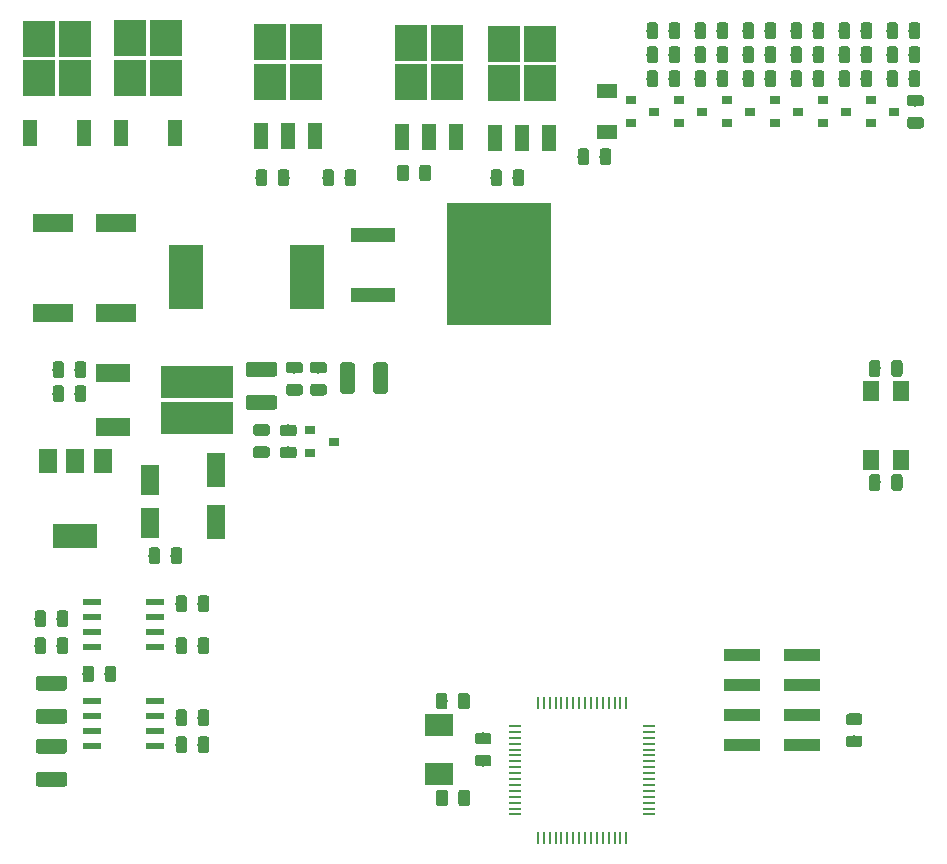
<source format=gbr>
G04 #@! TF.GenerationSoftware,KiCad,Pcbnew,5.1.2-f72e74a~84~ubuntu18.04.1*
G04 #@! TF.CreationDate,2019-08-21T00:14:30+02:00*
G04 #@! TF.ProjectId,Tuareg,54756172-6567-42e6-9b69-6361645f7063,rev?*
G04 #@! TF.SameCoordinates,Original*
G04 #@! TF.FileFunction,Paste,Top*
G04 #@! TF.FilePolarity,Positive*
%FSLAX46Y46*%
G04 Gerber Fmt 4.6, Leading zero omitted, Abs format (unit mm)*
G04 Created by KiCad (PCBNEW 5.1.2-f72e74a~84~ubuntu18.04.1) date 2019-08-21 00:14:30*
%MOMM*%
%LPD*%
G04 APERTURE LIST*
%ADD10R,1.400000X1.800000*%
%ADD11R,3.150000X1.000000*%
%ADD12C,0.100000*%
%ADD13C,0.975000*%
%ADD14C,1.250000*%
%ADD15R,0.900000X0.800000*%
%ADD16R,1.700000X1.300000*%
%ADD17R,1.600000X3.000000*%
%ADD18R,1.600000X2.600000*%
%ADD19R,3.500000X1.600000*%
%ADD20R,8.900000X10.300000*%
%ADD21R,3.700000X1.300000*%
%ADD22R,2.900000X5.400000*%
%ADD23R,1.550000X0.600000*%
%ADD24R,2.750000X3.050000*%
%ADD25R,1.200000X2.200000*%
%ADD26R,3.000000X1.600000*%
%ADD27R,3.050000X2.750000*%
%ADD28R,1.500000X2.000000*%
%ADD29R,3.800000X2.000000*%
%ADD30R,0.250000X1.000000*%
%ADD31R,1.000000X0.250000*%
%ADD32R,2.400000X1.900000*%
G04 APERTURE END LIST*
D10*
X161569400Y-104906400D03*
X161569400Y-99106400D03*
X164109400Y-99106400D03*
X164109400Y-104906400D03*
D11*
X150687800Y-121462800D03*
X155737800Y-121462800D03*
X150687800Y-124002800D03*
X155737800Y-124002800D03*
X150687800Y-126542800D03*
X155737800Y-126542800D03*
X150687800Y-129082800D03*
X155737800Y-129082800D03*
D12*
G36*
X113256142Y-98495174D02*
G01*
X113279803Y-98498684D01*
X113303007Y-98504496D01*
X113325529Y-98512554D01*
X113347153Y-98522782D01*
X113367670Y-98535079D01*
X113386883Y-98549329D01*
X113404607Y-98565393D01*
X113420671Y-98583117D01*
X113434921Y-98602330D01*
X113447218Y-98622847D01*
X113457446Y-98644471D01*
X113465504Y-98666993D01*
X113471316Y-98690197D01*
X113474826Y-98713858D01*
X113476000Y-98737750D01*
X113476000Y-99225250D01*
X113474826Y-99249142D01*
X113471316Y-99272803D01*
X113465504Y-99296007D01*
X113457446Y-99318529D01*
X113447218Y-99340153D01*
X113434921Y-99360670D01*
X113420671Y-99379883D01*
X113404607Y-99397607D01*
X113386883Y-99413671D01*
X113367670Y-99427921D01*
X113347153Y-99440218D01*
X113325529Y-99450446D01*
X113303007Y-99458504D01*
X113279803Y-99464316D01*
X113256142Y-99467826D01*
X113232250Y-99469000D01*
X112319750Y-99469000D01*
X112295858Y-99467826D01*
X112272197Y-99464316D01*
X112248993Y-99458504D01*
X112226471Y-99450446D01*
X112204847Y-99440218D01*
X112184330Y-99427921D01*
X112165117Y-99413671D01*
X112147393Y-99397607D01*
X112131329Y-99379883D01*
X112117079Y-99360670D01*
X112104782Y-99340153D01*
X112094554Y-99318529D01*
X112086496Y-99296007D01*
X112080684Y-99272803D01*
X112077174Y-99249142D01*
X112076000Y-99225250D01*
X112076000Y-98737750D01*
X112077174Y-98713858D01*
X112080684Y-98690197D01*
X112086496Y-98666993D01*
X112094554Y-98644471D01*
X112104782Y-98622847D01*
X112117079Y-98602330D01*
X112131329Y-98583117D01*
X112147393Y-98565393D01*
X112165117Y-98549329D01*
X112184330Y-98535079D01*
X112204847Y-98522782D01*
X112226471Y-98512554D01*
X112248993Y-98504496D01*
X112272197Y-98498684D01*
X112295858Y-98495174D01*
X112319750Y-98494000D01*
X113232250Y-98494000D01*
X113256142Y-98495174D01*
X113256142Y-98495174D01*
G37*
D13*
X112776000Y-98981500D03*
D12*
G36*
X113256142Y-96620174D02*
G01*
X113279803Y-96623684D01*
X113303007Y-96629496D01*
X113325529Y-96637554D01*
X113347153Y-96647782D01*
X113367670Y-96660079D01*
X113386883Y-96674329D01*
X113404607Y-96690393D01*
X113420671Y-96708117D01*
X113434921Y-96727330D01*
X113447218Y-96747847D01*
X113457446Y-96769471D01*
X113465504Y-96791993D01*
X113471316Y-96815197D01*
X113474826Y-96838858D01*
X113476000Y-96862750D01*
X113476000Y-97350250D01*
X113474826Y-97374142D01*
X113471316Y-97397803D01*
X113465504Y-97421007D01*
X113457446Y-97443529D01*
X113447218Y-97465153D01*
X113434921Y-97485670D01*
X113420671Y-97504883D01*
X113404607Y-97522607D01*
X113386883Y-97538671D01*
X113367670Y-97552921D01*
X113347153Y-97565218D01*
X113325529Y-97575446D01*
X113303007Y-97583504D01*
X113279803Y-97589316D01*
X113256142Y-97592826D01*
X113232250Y-97594000D01*
X112319750Y-97594000D01*
X112295858Y-97592826D01*
X112272197Y-97589316D01*
X112248993Y-97583504D01*
X112226471Y-97575446D01*
X112204847Y-97565218D01*
X112184330Y-97552921D01*
X112165117Y-97538671D01*
X112147393Y-97522607D01*
X112131329Y-97504883D01*
X112117079Y-97485670D01*
X112104782Y-97465153D01*
X112094554Y-97443529D01*
X112086496Y-97421007D01*
X112080684Y-97397803D01*
X112077174Y-97374142D01*
X112076000Y-97350250D01*
X112076000Y-96862750D01*
X112077174Y-96838858D01*
X112080684Y-96815197D01*
X112086496Y-96791993D01*
X112094554Y-96769471D01*
X112104782Y-96747847D01*
X112117079Y-96727330D01*
X112131329Y-96708117D01*
X112147393Y-96690393D01*
X112165117Y-96674329D01*
X112184330Y-96660079D01*
X112204847Y-96647782D01*
X112226471Y-96637554D01*
X112248993Y-96629496D01*
X112272197Y-96623684D01*
X112295858Y-96620174D01*
X112319750Y-96619000D01*
X113232250Y-96619000D01*
X113256142Y-96620174D01*
X113256142Y-96620174D01*
G37*
D13*
X112776000Y-97106500D03*
D12*
G36*
X115288142Y-98495174D02*
G01*
X115311803Y-98498684D01*
X115335007Y-98504496D01*
X115357529Y-98512554D01*
X115379153Y-98522782D01*
X115399670Y-98535079D01*
X115418883Y-98549329D01*
X115436607Y-98565393D01*
X115452671Y-98583117D01*
X115466921Y-98602330D01*
X115479218Y-98622847D01*
X115489446Y-98644471D01*
X115497504Y-98666993D01*
X115503316Y-98690197D01*
X115506826Y-98713858D01*
X115508000Y-98737750D01*
X115508000Y-99225250D01*
X115506826Y-99249142D01*
X115503316Y-99272803D01*
X115497504Y-99296007D01*
X115489446Y-99318529D01*
X115479218Y-99340153D01*
X115466921Y-99360670D01*
X115452671Y-99379883D01*
X115436607Y-99397607D01*
X115418883Y-99413671D01*
X115399670Y-99427921D01*
X115379153Y-99440218D01*
X115357529Y-99450446D01*
X115335007Y-99458504D01*
X115311803Y-99464316D01*
X115288142Y-99467826D01*
X115264250Y-99469000D01*
X114351750Y-99469000D01*
X114327858Y-99467826D01*
X114304197Y-99464316D01*
X114280993Y-99458504D01*
X114258471Y-99450446D01*
X114236847Y-99440218D01*
X114216330Y-99427921D01*
X114197117Y-99413671D01*
X114179393Y-99397607D01*
X114163329Y-99379883D01*
X114149079Y-99360670D01*
X114136782Y-99340153D01*
X114126554Y-99318529D01*
X114118496Y-99296007D01*
X114112684Y-99272803D01*
X114109174Y-99249142D01*
X114108000Y-99225250D01*
X114108000Y-98737750D01*
X114109174Y-98713858D01*
X114112684Y-98690197D01*
X114118496Y-98666993D01*
X114126554Y-98644471D01*
X114136782Y-98622847D01*
X114149079Y-98602330D01*
X114163329Y-98583117D01*
X114179393Y-98565393D01*
X114197117Y-98549329D01*
X114216330Y-98535079D01*
X114236847Y-98522782D01*
X114258471Y-98512554D01*
X114280993Y-98504496D01*
X114304197Y-98498684D01*
X114327858Y-98495174D01*
X114351750Y-98494000D01*
X115264250Y-98494000D01*
X115288142Y-98495174D01*
X115288142Y-98495174D01*
G37*
D13*
X114808000Y-98981500D03*
D12*
G36*
X115288142Y-96620174D02*
G01*
X115311803Y-96623684D01*
X115335007Y-96629496D01*
X115357529Y-96637554D01*
X115379153Y-96647782D01*
X115399670Y-96660079D01*
X115418883Y-96674329D01*
X115436607Y-96690393D01*
X115452671Y-96708117D01*
X115466921Y-96727330D01*
X115479218Y-96747847D01*
X115489446Y-96769471D01*
X115497504Y-96791993D01*
X115503316Y-96815197D01*
X115506826Y-96838858D01*
X115508000Y-96862750D01*
X115508000Y-97350250D01*
X115506826Y-97374142D01*
X115503316Y-97397803D01*
X115497504Y-97421007D01*
X115489446Y-97443529D01*
X115479218Y-97465153D01*
X115466921Y-97485670D01*
X115452671Y-97504883D01*
X115436607Y-97522607D01*
X115418883Y-97538671D01*
X115399670Y-97552921D01*
X115379153Y-97565218D01*
X115357529Y-97575446D01*
X115335007Y-97583504D01*
X115311803Y-97589316D01*
X115288142Y-97592826D01*
X115264250Y-97594000D01*
X114351750Y-97594000D01*
X114327858Y-97592826D01*
X114304197Y-97589316D01*
X114280993Y-97583504D01*
X114258471Y-97575446D01*
X114236847Y-97565218D01*
X114216330Y-97552921D01*
X114197117Y-97538671D01*
X114179393Y-97522607D01*
X114163329Y-97504883D01*
X114149079Y-97485670D01*
X114136782Y-97465153D01*
X114126554Y-97443529D01*
X114118496Y-97421007D01*
X114112684Y-97397803D01*
X114109174Y-97374142D01*
X114108000Y-97350250D01*
X114108000Y-96862750D01*
X114109174Y-96838858D01*
X114112684Y-96815197D01*
X114118496Y-96791993D01*
X114126554Y-96769471D01*
X114136782Y-96747847D01*
X114149079Y-96727330D01*
X114163329Y-96708117D01*
X114179393Y-96690393D01*
X114197117Y-96674329D01*
X114216330Y-96660079D01*
X114236847Y-96647782D01*
X114258471Y-96637554D01*
X114280993Y-96629496D01*
X114304197Y-96623684D01*
X114327858Y-96620174D01*
X114351750Y-96619000D01*
X115264250Y-96619000D01*
X115288142Y-96620174D01*
X115288142Y-96620174D01*
G37*
D13*
X114808000Y-97106500D03*
D12*
G36*
X110462142Y-101903374D02*
G01*
X110485803Y-101906884D01*
X110509007Y-101912696D01*
X110531529Y-101920754D01*
X110553153Y-101930982D01*
X110573670Y-101943279D01*
X110592883Y-101957529D01*
X110610607Y-101973593D01*
X110626671Y-101991317D01*
X110640921Y-102010530D01*
X110653218Y-102031047D01*
X110663446Y-102052671D01*
X110671504Y-102075193D01*
X110677316Y-102098397D01*
X110680826Y-102122058D01*
X110682000Y-102145950D01*
X110682000Y-102633450D01*
X110680826Y-102657342D01*
X110677316Y-102681003D01*
X110671504Y-102704207D01*
X110663446Y-102726729D01*
X110653218Y-102748353D01*
X110640921Y-102768870D01*
X110626671Y-102788083D01*
X110610607Y-102805807D01*
X110592883Y-102821871D01*
X110573670Y-102836121D01*
X110553153Y-102848418D01*
X110531529Y-102858646D01*
X110509007Y-102866704D01*
X110485803Y-102872516D01*
X110462142Y-102876026D01*
X110438250Y-102877200D01*
X109525750Y-102877200D01*
X109501858Y-102876026D01*
X109478197Y-102872516D01*
X109454993Y-102866704D01*
X109432471Y-102858646D01*
X109410847Y-102848418D01*
X109390330Y-102836121D01*
X109371117Y-102821871D01*
X109353393Y-102805807D01*
X109337329Y-102788083D01*
X109323079Y-102768870D01*
X109310782Y-102748353D01*
X109300554Y-102726729D01*
X109292496Y-102704207D01*
X109286684Y-102681003D01*
X109283174Y-102657342D01*
X109282000Y-102633450D01*
X109282000Y-102145950D01*
X109283174Y-102122058D01*
X109286684Y-102098397D01*
X109292496Y-102075193D01*
X109300554Y-102052671D01*
X109310782Y-102031047D01*
X109323079Y-102010530D01*
X109337329Y-101991317D01*
X109353393Y-101973593D01*
X109371117Y-101957529D01*
X109390330Y-101943279D01*
X109410847Y-101930982D01*
X109432471Y-101920754D01*
X109454993Y-101912696D01*
X109478197Y-101906884D01*
X109501858Y-101903374D01*
X109525750Y-101902200D01*
X110438250Y-101902200D01*
X110462142Y-101903374D01*
X110462142Y-101903374D01*
G37*
D13*
X109982000Y-102389700D03*
D12*
G36*
X110462142Y-103778374D02*
G01*
X110485803Y-103781884D01*
X110509007Y-103787696D01*
X110531529Y-103795754D01*
X110553153Y-103805982D01*
X110573670Y-103818279D01*
X110592883Y-103832529D01*
X110610607Y-103848593D01*
X110626671Y-103866317D01*
X110640921Y-103885530D01*
X110653218Y-103906047D01*
X110663446Y-103927671D01*
X110671504Y-103950193D01*
X110677316Y-103973397D01*
X110680826Y-103997058D01*
X110682000Y-104020950D01*
X110682000Y-104508450D01*
X110680826Y-104532342D01*
X110677316Y-104556003D01*
X110671504Y-104579207D01*
X110663446Y-104601729D01*
X110653218Y-104623353D01*
X110640921Y-104643870D01*
X110626671Y-104663083D01*
X110610607Y-104680807D01*
X110592883Y-104696871D01*
X110573670Y-104711121D01*
X110553153Y-104723418D01*
X110531529Y-104733646D01*
X110509007Y-104741704D01*
X110485803Y-104747516D01*
X110462142Y-104751026D01*
X110438250Y-104752200D01*
X109525750Y-104752200D01*
X109501858Y-104751026D01*
X109478197Y-104747516D01*
X109454993Y-104741704D01*
X109432471Y-104733646D01*
X109410847Y-104723418D01*
X109390330Y-104711121D01*
X109371117Y-104696871D01*
X109353393Y-104680807D01*
X109337329Y-104663083D01*
X109323079Y-104643870D01*
X109310782Y-104623353D01*
X109300554Y-104601729D01*
X109292496Y-104579207D01*
X109286684Y-104556003D01*
X109283174Y-104532342D01*
X109282000Y-104508450D01*
X109282000Y-104020950D01*
X109283174Y-103997058D01*
X109286684Y-103973397D01*
X109292496Y-103950193D01*
X109300554Y-103927671D01*
X109310782Y-103906047D01*
X109323079Y-103885530D01*
X109337329Y-103866317D01*
X109353393Y-103848593D01*
X109371117Y-103832529D01*
X109390330Y-103818279D01*
X109410847Y-103805982D01*
X109432471Y-103795754D01*
X109454993Y-103787696D01*
X109478197Y-103781884D01*
X109501858Y-103778374D01*
X109525750Y-103777200D01*
X110438250Y-103777200D01*
X110462142Y-103778374D01*
X110462142Y-103778374D01*
G37*
D13*
X109982000Y-104264700D03*
D12*
G36*
X111081504Y-99429804D02*
G01*
X111105773Y-99433404D01*
X111129571Y-99439365D01*
X111152671Y-99447630D01*
X111174849Y-99458120D01*
X111195893Y-99470733D01*
X111215598Y-99485347D01*
X111233777Y-99501823D01*
X111250253Y-99520002D01*
X111264867Y-99539707D01*
X111277480Y-99560751D01*
X111287970Y-99582929D01*
X111296235Y-99606029D01*
X111302196Y-99629827D01*
X111305796Y-99654096D01*
X111307000Y-99678600D01*
X111307000Y-100428600D01*
X111305796Y-100453104D01*
X111302196Y-100477373D01*
X111296235Y-100501171D01*
X111287970Y-100524271D01*
X111277480Y-100546449D01*
X111264867Y-100567493D01*
X111250253Y-100587198D01*
X111233777Y-100605377D01*
X111215598Y-100621853D01*
X111195893Y-100636467D01*
X111174849Y-100649080D01*
X111152671Y-100659570D01*
X111129571Y-100667835D01*
X111105773Y-100673796D01*
X111081504Y-100677396D01*
X111057000Y-100678600D01*
X108907000Y-100678600D01*
X108882496Y-100677396D01*
X108858227Y-100673796D01*
X108834429Y-100667835D01*
X108811329Y-100659570D01*
X108789151Y-100649080D01*
X108768107Y-100636467D01*
X108748402Y-100621853D01*
X108730223Y-100605377D01*
X108713747Y-100587198D01*
X108699133Y-100567493D01*
X108686520Y-100546449D01*
X108676030Y-100524271D01*
X108667765Y-100501171D01*
X108661804Y-100477373D01*
X108658204Y-100453104D01*
X108657000Y-100428600D01*
X108657000Y-99678600D01*
X108658204Y-99654096D01*
X108661804Y-99629827D01*
X108667765Y-99606029D01*
X108676030Y-99582929D01*
X108686520Y-99560751D01*
X108699133Y-99539707D01*
X108713747Y-99520002D01*
X108730223Y-99501823D01*
X108748402Y-99485347D01*
X108768107Y-99470733D01*
X108789151Y-99458120D01*
X108811329Y-99447630D01*
X108834429Y-99439365D01*
X108858227Y-99433404D01*
X108882496Y-99429804D01*
X108907000Y-99428600D01*
X111057000Y-99428600D01*
X111081504Y-99429804D01*
X111081504Y-99429804D01*
G37*
D14*
X109982000Y-100053600D03*
D12*
G36*
X111081504Y-96629804D02*
G01*
X111105773Y-96633404D01*
X111129571Y-96639365D01*
X111152671Y-96647630D01*
X111174849Y-96658120D01*
X111195893Y-96670733D01*
X111215598Y-96685347D01*
X111233777Y-96701823D01*
X111250253Y-96720002D01*
X111264867Y-96739707D01*
X111277480Y-96760751D01*
X111287970Y-96782929D01*
X111296235Y-96806029D01*
X111302196Y-96829827D01*
X111305796Y-96854096D01*
X111307000Y-96878600D01*
X111307000Y-97628600D01*
X111305796Y-97653104D01*
X111302196Y-97677373D01*
X111296235Y-97701171D01*
X111287970Y-97724271D01*
X111277480Y-97746449D01*
X111264867Y-97767493D01*
X111250253Y-97787198D01*
X111233777Y-97805377D01*
X111215598Y-97821853D01*
X111195893Y-97836467D01*
X111174849Y-97849080D01*
X111152671Y-97859570D01*
X111129571Y-97867835D01*
X111105773Y-97873796D01*
X111081504Y-97877396D01*
X111057000Y-97878600D01*
X108907000Y-97878600D01*
X108882496Y-97877396D01*
X108858227Y-97873796D01*
X108834429Y-97867835D01*
X108811329Y-97859570D01*
X108789151Y-97849080D01*
X108768107Y-97836467D01*
X108748402Y-97821853D01*
X108730223Y-97805377D01*
X108713747Y-97787198D01*
X108699133Y-97767493D01*
X108686520Y-97746449D01*
X108676030Y-97724271D01*
X108667765Y-97701171D01*
X108661804Y-97677373D01*
X108658204Y-97653104D01*
X108657000Y-97628600D01*
X108657000Y-96878600D01*
X108658204Y-96854096D01*
X108661804Y-96829827D01*
X108667765Y-96806029D01*
X108676030Y-96782929D01*
X108686520Y-96760751D01*
X108699133Y-96739707D01*
X108713747Y-96720002D01*
X108730223Y-96701823D01*
X108748402Y-96685347D01*
X108768107Y-96670733D01*
X108789151Y-96658120D01*
X108811329Y-96647630D01*
X108834429Y-96639365D01*
X108858227Y-96633404D01*
X108882496Y-96629804D01*
X108907000Y-96628600D01*
X111057000Y-96628600D01*
X111081504Y-96629804D01*
X111081504Y-96629804D01*
G37*
D14*
X109982000Y-97253600D03*
D15*
X143240000Y-75438000D03*
X141240000Y-76388000D03*
X141240000Y-74488000D03*
D12*
G36*
X93407142Y-117665174D02*
G01*
X93430803Y-117668684D01*
X93454007Y-117674496D01*
X93476529Y-117682554D01*
X93498153Y-117692782D01*
X93518670Y-117705079D01*
X93537883Y-117719329D01*
X93555607Y-117735393D01*
X93571671Y-117753117D01*
X93585921Y-117772330D01*
X93598218Y-117792847D01*
X93608446Y-117814471D01*
X93616504Y-117836993D01*
X93622316Y-117860197D01*
X93625826Y-117883858D01*
X93627000Y-117907750D01*
X93627000Y-118820250D01*
X93625826Y-118844142D01*
X93622316Y-118867803D01*
X93616504Y-118891007D01*
X93608446Y-118913529D01*
X93598218Y-118935153D01*
X93585921Y-118955670D01*
X93571671Y-118974883D01*
X93555607Y-118992607D01*
X93537883Y-119008671D01*
X93518670Y-119022921D01*
X93498153Y-119035218D01*
X93476529Y-119045446D01*
X93454007Y-119053504D01*
X93430803Y-119059316D01*
X93407142Y-119062826D01*
X93383250Y-119064000D01*
X92895750Y-119064000D01*
X92871858Y-119062826D01*
X92848197Y-119059316D01*
X92824993Y-119053504D01*
X92802471Y-119045446D01*
X92780847Y-119035218D01*
X92760330Y-119022921D01*
X92741117Y-119008671D01*
X92723393Y-118992607D01*
X92707329Y-118974883D01*
X92693079Y-118955670D01*
X92680782Y-118935153D01*
X92670554Y-118913529D01*
X92662496Y-118891007D01*
X92656684Y-118867803D01*
X92653174Y-118844142D01*
X92652000Y-118820250D01*
X92652000Y-117907750D01*
X92653174Y-117883858D01*
X92656684Y-117860197D01*
X92662496Y-117836993D01*
X92670554Y-117814471D01*
X92680782Y-117792847D01*
X92693079Y-117772330D01*
X92707329Y-117753117D01*
X92723393Y-117735393D01*
X92741117Y-117719329D01*
X92760330Y-117705079D01*
X92780847Y-117692782D01*
X92802471Y-117682554D01*
X92824993Y-117674496D01*
X92848197Y-117668684D01*
X92871858Y-117665174D01*
X92895750Y-117664000D01*
X93383250Y-117664000D01*
X93407142Y-117665174D01*
X93407142Y-117665174D01*
G37*
D13*
X93139500Y-118364000D03*
D12*
G36*
X91532142Y-117665174D02*
G01*
X91555803Y-117668684D01*
X91579007Y-117674496D01*
X91601529Y-117682554D01*
X91623153Y-117692782D01*
X91643670Y-117705079D01*
X91662883Y-117719329D01*
X91680607Y-117735393D01*
X91696671Y-117753117D01*
X91710921Y-117772330D01*
X91723218Y-117792847D01*
X91733446Y-117814471D01*
X91741504Y-117836993D01*
X91747316Y-117860197D01*
X91750826Y-117883858D01*
X91752000Y-117907750D01*
X91752000Y-118820250D01*
X91750826Y-118844142D01*
X91747316Y-118867803D01*
X91741504Y-118891007D01*
X91733446Y-118913529D01*
X91723218Y-118935153D01*
X91710921Y-118955670D01*
X91696671Y-118974883D01*
X91680607Y-118992607D01*
X91662883Y-119008671D01*
X91643670Y-119022921D01*
X91623153Y-119035218D01*
X91601529Y-119045446D01*
X91579007Y-119053504D01*
X91555803Y-119059316D01*
X91532142Y-119062826D01*
X91508250Y-119064000D01*
X91020750Y-119064000D01*
X90996858Y-119062826D01*
X90973197Y-119059316D01*
X90949993Y-119053504D01*
X90927471Y-119045446D01*
X90905847Y-119035218D01*
X90885330Y-119022921D01*
X90866117Y-119008671D01*
X90848393Y-118992607D01*
X90832329Y-118974883D01*
X90818079Y-118955670D01*
X90805782Y-118935153D01*
X90795554Y-118913529D01*
X90787496Y-118891007D01*
X90781684Y-118867803D01*
X90778174Y-118844142D01*
X90777000Y-118820250D01*
X90777000Y-117907750D01*
X90778174Y-117883858D01*
X90781684Y-117860197D01*
X90787496Y-117836993D01*
X90795554Y-117814471D01*
X90805782Y-117792847D01*
X90818079Y-117772330D01*
X90832329Y-117753117D01*
X90848393Y-117735393D01*
X90866117Y-117719329D01*
X90885330Y-117705079D01*
X90905847Y-117692782D01*
X90927471Y-117682554D01*
X90949993Y-117674496D01*
X90973197Y-117668684D01*
X90996858Y-117665174D01*
X91020750Y-117664000D01*
X91508250Y-117664000D01*
X91532142Y-117665174D01*
X91532142Y-117665174D01*
G37*
D13*
X91264500Y-118364000D03*
D12*
G36*
X93407142Y-119951174D02*
G01*
X93430803Y-119954684D01*
X93454007Y-119960496D01*
X93476529Y-119968554D01*
X93498153Y-119978782D01*
X93518670Y-119991079D01*
X93537883Y-120005329D01*
X93555607Y-120021393D01*
X93571671Y-120039117D01*
X93585921Y-120058330D01*
X93598218Y-120078847D01*
X93608446Y-120100471D01*
X93616504Y-120122993D01*
X93622316Y-120146197D01*
X93625826Y-120169858D01*
X93627000Y-120193750D01*
X93627000Y-121106250D01*
X93625826Y-121130142D01*
X93622316Y-121153803D01*
X93616504Y-121177007D01*
X93608446Y-121199529D01*
X93598218Y-121221153D01*
X93585921Y-121241670D01*
X93571671Y-121260883D01*
X93555607Y-121278607D01*
X93537883Y-121294671D01*
X93518670Y-121308921D01*
X93498153Y-121321218D01*
X93476529Y-121331446D01*
X93454007Y-121339504D01*
X93430803Y-121345316D01*
X93407142Y-121348826D01*
X93383250Y-121350000D01*
X92895750Y-121350000D01*
X92871858Y-121348826D01*
X92848197Y-121345316D01*
X92824993Y-121339504D01*
X92802471Y-121331446D01*
X92780847Y-121321218D01*
X92760330Y-121308921D01*
X92741117Y-121294671D01*
X92723393Y-121278607D01*
X92707329Y-121260883D01*
X92693079Y-121241670D01*
X92680782Y-121221153D01*
X92670554Y-121199529D01*
X92662496Y-121177007D01*
X92656684Y-121153803D01*
X92653174Y-121130142D01*
X92652000Y-121106250D01*
X92652000Y-120193750D01*
X92653174Y-120169858D01*
X92656684Y-120146197D01*
X92662496Y-120122993D01*
X92670554Y-120100471D01*
X92680782Y-120078847D01*
X92693079Y-120058330D01*
X92707329Y-120039117D01*
X92723393Y-120021393D01*
X92741117Y-120005329D01*
X92760330Y-119991079D01*
X92780847Y-119978782D01*
X92802471Y-119968554D01*
X92824993Y-119960496D01*
X92848197Y-119954684D01*
X92871858Y-119951174D01*
X92895750Y-119950000D01*
X93383250Y-119950000D01*
X93407142Y-119951174D01*
X93407142Y-119951174D01*
G37*
D13*
X93139500Y-120650000D03*
D12*
G36*
X91532142Y-119951174D02*
G01*
X91555803Y-119954684D01*
X91579007Y-119960496D01*
X91601529Y-119968554D01*
X91623153Y-119978782D01*
X91643670Y-119991079D01*
X91662883Y-120005329D01*
X91680607Y-120021393D01*
X91696671Y-120039117D01*
X91710921Y-120058330D01*
X91723218Y-120078847D01*
X91733446Y-120100471D01*
X91741504Y-120122993D01*
X91747316Y-120146197D01*
X91750826Y-120169858D01*
X91752000Y-120193750D01*
X91752000Y-121106250D01*
X91750826Y-121130142D01*
X91747316Y-121153803D01*
X91741504Y-121177007D01*
X91733446Y-121199529D01*
X91723218Y-121221153D01*
X91710921Y-121241670D01*
X91696671Y-121260883D01*
X91680607Y-121278607D01*
X91662883Y-121294671D01*
X91643670Y-121308921D01*
X91623153Y-121321218D01*
X91601529Y-121331446D01*
X91579007Y-121339504D01*
X91555803Y-121345316D01*
X91532142Y-121348826D01*
X91508250Y-121350000D01*
X91020750Y-121350000D01*
X90996858Y-121348826D01*
X90973197Y-121345316D01*
X90949993Y-121339504D01*
X90927471Y-121331446D01*
X90905847Y-121321218D01*
X90885330Y-121308921D01*
X90866117Y-121294671D01*
X90848393Y-121278607D01*
X90832329Y-121260883D01*
X90818079Y-121241670D01*
X90805782Y-121221153D01*
X90795554Y-121199529D01*
X90787496Y-121177007D01*
X90781684Y-121153803D01*
X90778174Y-121130142D01*
X90777000Y-121106250D01*
X90777000Y-120193750D01*
X90778174Y-120169858D01*
X90781684Y-120146197D01*
X90787496Y-120122993D01*
X90795554Y-120100471D01*
X90805782Y-120078847D01*
X90818079Y-120058330D01*
X90832329Y-120039117D01*
X90848393Y-120021393D01*
X90866117Y-120005329D01*
X90885330Y-119991079D01*
X90905847Y-119978782D01*
X90927471Y-119968554D01*
X90949993Y-119960496D01*
X90973197Y-119954684D01*
X90996858Y-119951174D01*
X91020750Y-119950000D01*
X91508250Y-119950000D01*
X91532142Y-119951174D01*
X91532142Y-119951174D01*
G37*
D13*
X91264500Y-120650000D03*
D16*
X139208000Y-73688000D03*
X139208000Y-77188000D03*
D12*
G36*
X115916142Y-80327174D02*
G01*
X115939803Y-80330684D01*
X115963007Y-80336496D01*
X115985529Y-80344554D01*
X116007153Y-80354782D01*
X116027670Y-80367079D01*
X116046883Y-80381329D01*
X116064607Y-80397393D01*
X116080671Y-80415117D01*
X116094921Y-80434330D01*
X116107218Y-80454847D01*
X116117446Y-80476471D01*
X116125504Y-80498993D01*
X116131316Y-80522197D01*
X116134826Y-80545858D01*
X116136000Y-80569750D01*
X116136000Y-81482250D01*
X116134826Y-81506142D01*
X116131316Y-81529803D01*
X116125504Y-81553007D01*
X116117446Y-81575529D01*
X116107218Y-81597153D01*
X116094921Y-81617670D01*
X116080671Y-81636883D01*
X116064607Y-81654607D01*
X116046883Y-81670671D01*
X116027670Y-81684921D01*
X116007153Y-81697218D01*
X115985529Y-81707446D01*
X115963007Y-81715504D01*
X115939803Y-81721316D01*
X115916142Y-81724826D01*
X115892250Y-81726000D01*
X115404750Y-81726000D01*
X115380858Y-81724826D01*
X115357197Y-81721316D01*
X115333993Y-81715504D01*
X115311471Y-81707446D01*
X115289847Y-81697218D01*
X115269330Y-81684921D01*
X115250117Y-81670671D01*
X115232393Y-81654607D01*
X115216329Y-81636883D01*
X115202079Y-81617670D01*
X115189782Y-81597153D01*
X115179554Y-81575529D01*
X115171496Y-81553007D01*
X115165684Y-81529803D01*
X115162174Y-81506142D01*
X115161000Y-81482250D01*
X115161000Y-80569750D01*
X115162174Y-80545858D01*
X115165684Y-80522197D01*
X115171496Y-80498993D01*
X115179554Y-80476471D01*
X115189782Y-80454847D01*
X115202079Y-80434330D01*
X115216329Y-80415117D01*
X115232393Y-80397393D01*
X115250117Y-80381329D01*
X115269330Y-80367079D01*
X115289847Y-80354782D01*
X115311471Y-80344554D01*
X115333993Y-80336496D01*
X115357197Y-80330684D01*
X115380858Y-80327174D01*
X115404750Y-80326000D01*
X115892250Y-80326000D01*
X115916142Y-80327174D01*
X115916142Y-80327174D01*
G37*
D13*
X115648500Y-81026000D03*
D12*
G36*
X117791142Y-80327174D02*
G01*
X117814803Y-80330684D01*
X117838007Y-80336496D01*
X117860529Y-80344554D01*
X117882153Y-80354782D01*
X117902670Y-80367079D01*
X117921883Y-80381329D01*
X117939607Y-80397393D01*
X117955671Y-80415117D01*
X117969921Y-80434330D01*
X117982218Y-80454847D01*
X117992446Y-80476471D01*
X118000504Y-80498993D01*
X118006316Y-80522197D01*
X118009826Y-80545858D01*
X118011000Y-80569750D01*
X118011000Y-81482250D01*
X118009826Y-81506142D01*
X118006316Y-81529803D01*
X118000504Y-81553007D01*
X117992446Y-81575529D01*
X117982218Y-81597153D01*
X117969921Y-81617670D01*
X117955671Y-81636883D01*
X117939607Y-81654607D01*
X117921883Y-81670671D01*
X117902670Y-81684921D01*
X117882153Y-81697218D01*
X117860529Y-81707446D01*
X117838007Y-81715504D01*
X117814803Y-81721316D01*
X117791142Y-81724826D01*
X117767250Y-81726000D01*
X117279750Y-81726000D01*
X117255858Y-81724826D01*
X117232197Y-81721316D01*
X117208993Y-81715504D01*
X117186471Y-81707446D01*
X117164847Y-81697218D01*
X117144330Y-81684921D01*
X117125117Y-81670671D01*
X117107393Y-81654607D01*
X117091329Y-81636883D01*
X117077079Y-81617670D01*
X117064782Y-81597153D01*
X117054554Y-81575529D01*
X117046496Y-81553007D01*
X117040684Y-81529803D01*
X117037174Y-81506142D01*
X117036000Y-81482250D01*
X117036000Y-80569750D01*
X117037174Y-80545858D01*
X117040684Y-80522197D01*
X117046496Y-80498993D01*
X117054554Y-80476471D01*
X117064782Y-80454847D01*
X117077079Y-80434330D01*
X117091329Y-80415117D01*
X117107393Y-80397393D01*
X117125117Y-80381329D01*
X117144330Y-80367079D01*
X117164847Y-80354782D01*
X117186471Y-80344554D01*
X117208993Y-80336496D01*
X117232197Y-80330684D01*
X117255858Y-80327174D01*
X117279750Y-80326000D01*
X117767250Y-80326000D01*
X117791142Y-80327174D01*
X117791142Y-80327174D01*
G37*
D13*
X117523500Y-81026000D03*
D12*
G36*
X94931142Y-98615174D02*
G01*
X94954803Y-98618684D01*
X94978007Y-98624496D01*
X95000529Y-98632554D01*
X95022153Y-98642782D01*
X95042670Y-98655079D01*
X95061883Y-98669329D01*
X95079607Y-98685393D01*
X95095671Y-98703117D01*
X95109921Y-98722330D01*
X95122218Y-98742847D01*
X95132446Y-98764471D01*
X95140504Y-98786993D01*
X95146316Y-98810197D01*
X95149826Y-98833858D01*
X95151000Y-98857750D01*
X95151000Y-99770250D01*
X95149826Y-99794142D01*
X95146316Y-99817803D01*
X95140504Y-99841007D01*
X95132446Y-99863529D01*
X95122218Y-99885153D01*
X95109921Y-99905670D01*
X95095671Y-99924883D01*
X95079607Y-99942607D01*
X95061883Y-99958671D01*
X95042670Y-99972921D01*
X95022153Y-99985218D01*
X95000529Y-99995446D01*
X94978007Y-100003504D01*
X94954803Y-100009316D01*
X94931142Y-100012826D01*
X94907250Y-100014000D01*
X94419750Y-100014000D01*
X94395858Y-100012826D01*
X94372197Y-100009316D01*
X94348993Y-100003504D01*
X94326471Y-99995446D01*
X94304847Y-99985218D01*
X94284330Y-99972921D01*
X94265117Y-99958671D01*
X94247393Y-99942607D01*
X94231329Y-99924883D01*
X94217079Y-99905670D01*
X94204782Y-99885153D01*
X94194554Y-99863529D01*
X94186496Y-99841007D01*
X94180684Y-99817803D01*
X94177174Y-99794142D01*
X94176000Y-99770250D01*
X94176000Y-98857750D01*
X94177174Y-98833858D01*
X94180684Y-98810197D01*
X94186496Y-98786993D01*
X94194554Y-98764471D01*
X94204782Y-98742847D01*
X94217079Y-98722330D01*
X94231329Y-98703117D01*
X94247393Y-98685393D01*
X94265117Y-98669329D01*
X94284330Y-98655079D01*
X94304847Y-98642782D01*
X94326471Y-98632554D01*
X94348993Y-98624496D01*
X94372197Y-98618684D01*
X94395858Y-98615174D01*
X94419750Y-98614000D01*
X94907250Y-98614000D01*
X94931142Y-98615174D01*
X94931142Y-98615174D01*
G37*
D13*
X94663500Y-99314000D03*
D12*
G36*
X93056142Y-98615174D02*
G01*
X93079803Y-98618684D01*
X93103007Y-98624496D01*
X93125529Y-98632554D01*
X93147153Y-98642782D01*
X93167670Y-98655079D01*
X93186883Y-98669329D01*
X93204607Y-98685393D01*
X93220671Y-98703117D01*
X93234921Y-98722330D01*
X93247218Y-98742847D01*
X93257446Y-98764471D01*
X93265504Y-98786993D01*
X93271316Y-98810197D01*
X93274826Y-98833858D01*
X93276000Y-98857750D01*
X93276000Y-99770250D01*
X93274826Y-99794142D01*
X93271316Y-99817803D01*
X93265504Y-99841007D01*
X93257446Y-99863529D01*
X93247218Y-99885153D01*
X93234921Y-99905670D01*
X93220671Y-99924883D01*
X93204607Y-99942607D01*
X93186883Y-99958671D01*
X93167670Y-99972921D01*
X93147153Y-99985218D01*
X93125529Y-99995446D01*
X93103007Y-100003504D01*
X93079803Y-100009316D01*
X93056142Y-100012826D01*
X93032250Y-100014000D01*
X92544750Y-100014000D01*
X92520858Y-100012826D01*
X92497197Y-100009316D01*
X92473993Y-100003504D01*
X92451471Y-99995446D01*
X92429847Y-99985218D01*
X92409330Y-99972921D01*
X92390117Y-99958671D01*
X92372393Y-99942607D01*
X92356329Y-99924883D01*
X92342079Y-99905670D01*
X92329782Y-99885153D01*
X92319554Y-99863529D01*
X92311496Y-99841007D01*
X92305684Y-99817803D01*
X92302174Y-99794142D01*
X92301000Y-99770250D01*
X92301000Y-98857750D01*
X92302174Y-98833858D01*
X92305684Y-98810197D01*
X92311496Y-98786993D01*
X92319554Y-98764471D01*
X92329782Y-98742847D01*
X92342079Y-98722330D01*
X92356329Y-98703117D01*
X92372393Y-98685393D01*
X92390117Y-98669329D01*
X92409330Y-98655079D01*
X92429847Y-98642782D01*
X92451471Y-98632554D01*
X92473993Y-98624496D01*
X92497197Y-98618684D01*
X92520858Y-98615174D01*
X92544750Y-98614000D01*
X93032250Y-98614000D01*
X93056142Y-98615174D01*
X93056142Y-98615174D01*
G37*
D13*
X92788500Y-99314000D03*
D12*
G36*
X94931142Y-96583174D02*
G01*
X94954803Y-96586684D01*
X94978007Y-96592496D01*
X95000529Y-96600554D01*
X95022153Y-96610782D01*
X95042670Y-96623079D01*
X95061883Y-96637329D01*
X95079607Y-96653393D01*
X95095671Y-96671117D01*
X95109921Y-96690330D01*
X95122218Y-96710847D01*
X95132446Y-96732471D01*
X95140504Y-96754993D01*
X95146316Y-96778197D01*
X95149826Y-96801858D01*
X95151000Y-96825750D01*
X95151000Y-97738250D01*
X95149826Y-97762142D01*
X95146316Y-97785803D01*
X95140504Y-97809007D01*
X95132446Y-97831529D01*
X95122218Y-97853153D01*
X95109921Y-97873670D01*
X95095671Y-97892883D01*
X95079607Y-97910607D01*
X95061883Y-97926671D01*
X95042670Y-97940921D01*
X95022153Y-97953218D01*
X95000529Y-97963446D01*
X94978007Y-97971504D01*
X94954803Y-97977316D01*
X94931142Y-97980826D01*
X94907250Y-97982000D01*
X94419750Y-97982000D01*
X94395858Y-97980826D01*
X94372197Y-97977316D01*
X94348993Y-97971504D01*
X94326471Y-97963446D01*
X94304847Y-97953218D01*
X94284330Y-97940921D01*
X94265117Y-97926671D01*
X94247393Y-97910607D01*
X94231329Y-97892883D01*
X94217079Y-97873670D01*
X94204782Y-97853153D01*
X94194554Y-97831529D01*
X94186496Y-97809007D01*
X94180684Y-97785803D01*
X94177174Y-97762142D01*
X94176000Y-97738250D01*
X94176000Y-96825750D01*
X94177174Y-96801858D01*
X94180684Y-96778197D01*
X94186496Y-96754993D01*
X94194554Y-96732471D01*
X94204782Y-96710847D01*
X94217079Y-96690330D01*
X94231329Y-96671117D01*
X94247393Y-96653393D01*
X94265117Y-96637329D01*
X94284330Y-96623079D01*
X94304847Y-96610782D01*
X94326471Y-96600554D01*
X94348993Y-96592496D01*
X94372197Y-96586684D01*
X94395858Y-96583174D01*
X94419750Y-96582000D01*
X94907250Y-96582000D01*
X94931142Y-96583174D01*
X94931142Y-96583174D01*
G37*
D13*
X94663500Y-97282000D03*
D12*
G36*
X93056142Y-96583174D02*
G01*
X93079803Y-96586684D01*
X93103007Y-96592496D01*
X93125529Y-96600554D01*
X93147153Y-96610782D01*
X93167670Y-96623079D01*
X93186883Y-96637329D01*
X93204607Y-96653393D01*
X93220671Y-96671117D01*
X93234921Y-96690330D01*
X93247218Y-96710847D01*
X93257446Y-96732471D01*
X93265504Y-96754993D01*
X93271316Y-96778197D01*
X93274826Y-96801858D01*
X93276000Y-96825750D01*
X93276000Y-97738250D01*
X93274826Y-97762142D01*
X93271316Y-97785803D01*
X93265504Y-97809007D01*
X93257446Y-97831529D01*
X93247218Y-97853153D01*
X93234921Y-97873670D01*
X93220671Y-97892883D01*
X93204607Y-97910607D01*
X93186883Y-97926671D01*
X93167670Y-97940921D01*
X93147153Y-97953218D01*
X93125529Y-97963446D01*
X93103007Y-97971504D01*
X93079803Y-97977316D01*
X93056142Y-97980826D01*
X93032250Y-97982000D01*
X92544750Y-97982000D01*
X92520858Y-97980826D01*
X92497197Y-97977316D01*
X92473993Y-97971504D01*
X92451471Y-97963446D01*
X92429847Y-97953218D01*
X92409330Y-97940921D01*
X92390117Y-97926671D01*
X92372393Y-97910607D01*
X92356329Y-97892883D01*
X92342079Y-97873670D01*
X92329782Y-97853153D01*
X92319554Y-97831529D01*
X92311496Y-97809007D01*
X92305684Y-97785803D01*
X92302174Y-97762142D01*
X92301000Y-97738250D01*
X92301000Y-96825750D01*
X92302174Y-96801858D01*
X92305684Y-96778197D01*
X92311496Y-96754993D01*
X92319554Y-96732471D01*
X92329782Y-96710847D01*
X92342079Y-96690330D01*
X92356329Y-96671117D01*
X92372393Y-96653393D01*
X92390117Y-96637329D01*
X92409330Y-96623079D01*
X92429847Y-96610782D01*
X92451471Y-96600554D01*
X92473993Y-96592496D01*
X92497197Y-96586684D01*
X92520858Y-96583174D01*
X92544750Y-96582000D01*
X93032250Y-96582000D01*
X93056142Y-96583174D01*
X93056142Y-96583174D01*
G37*
D13*
X92788500Y-97282000D03*
D17*
X106172000Y-110150000D03*
X106172000Y-105750000D03*
D18*
X100584000Y-106658000D03*
X100584000Y-110258000D03*
D19*
X97696000Y-84836000D03*
X92296000Y-84836000D03*
D12*
G36*
X103059142Y-112331174D02*
G01*
X103082803Y-112334684D01*
X103106007Y-112340496D01*
X103128529Y-112348554D01*
X103150153Y-112358782D01*
X103170670Y-112371079D01*
X103189883Y-112385329D01*
X103207607Y-112401393D01*
X103223671Y-112419117D01*
X103237921Y-112438330D01*
X103250218Y-112458847D01*
X103260446Y-112480471D01*
X103268504Y-112502993D01*
X103274316Y-112526197D01*
X103277826Y-112549858D01*
X103279000Y-112573750D01*
X103279000Y-113486250D01*
X103277826Y-113510142D01*
X103274316Y-113533803D01*
X103268504Y-113557007D01*
X103260446Y-113579529D01*
X103250218Y-113601153D01*
X103237921Y-113621670D01*
X103223671Y-113640883D01*
X103207607Y-113658607D01*
X103189883Y-113674671D01*
X103170670Y-113688921D01*
X103150153Y-113701218D01*
X103128529Y-113711446D01*
X103106007Y-113719504D01*
X103082803Y-113725316D01*
X103059142Y-113728826D01*
X103035250Y-113730000D01*
X102547750Y-113730000D01*
X102523858Y-113728826D01*
X102500197Y-113725316D01*
X102476993Y-113719504D01*
X102454471Y-113711446D01*
X102432847Y-113701218D01*
X102412330Y-113688921D01*
X102393117Y-113674671D01*
X102375393Y-113658607D01*
X102359329Y-113640883D01*
X102345079Y-113621670D01*
X102332782Y-113601153D01*
X102322554Y-113579529D01*
X102314496Y-113557007D01*
X102308684Y-113533803D01*
X102305174Y-113510142D01*
X102304000Y-113486250D01*
X102304000Y-112573750D01*
X102305174Y-112549858D01*
X102308684Y-112526197D01*
X102314496Y-112502993D01*
X102322554Y-112480471D01*
X102332782Y-112458847D01*
X102345079Y-112438330D01*
X102359329Y-112419117D01*
X102375393Y-112401393D01*
X102393117Y-112385329D01*
X102412330Y-112371079D01*
X102432847Y-112358782D01*
X102454471Y-112348554D01*
X102476993Y-112340496D01*
X102500197Y-112334684D01*
X102523858Y-112331174D01*
X102547750Y-112330000D01*
X103035250Y-112330000D01*
X103059142Y-112331174D01*
X103059142Y-112331174D01*
G37*
D13*
X102791500Y-113030000D03*
D12*
G36*
X101184142Y-112331174D02*
G01*
X101207803Y-112334684D01*
X101231007Y-112340496D01*
X101253529Y-112348554D01*
X101275153Y-112358782D01*
X101295670Y-112371079D01*
X101314883Y-112385329D01*
X101332607Y-112401393D01*
X101348671Y-112419117D01*
X101362921Y-112438330D01*
X101375218Y-112458847D01*
X101385446Y-112480471D01*
X101393504Y-112502993D01*
X101399316Y-112526197D01*
X101402826Y-112549858D01*
X101404000Y-112573750D01*
X101404000Y-113486250D01*
X101402826Y-113510142D01*
X101399316Y-113533803D01*
X101393504Y-113557007D01*
X101385446Y-113579529D01*
X101375218Y-113601153D01*
X101362921Y-113621670D01*
X101348671Y-113640883D01*
X101332607Y-113658607D01*
X101314883Y-113674671D01*
X101295670Y-113688921D01*
X101275153Y-113701218D01*
X101253529Y-113711446D01*
X101231007Y-113719504D01*
X101207803Y-113725316D01*
X101184142Y-113728826D01*
X101160250Y-113730000D01*
X100672750Y-113730000D01*
X100648858Y-113728826D01*
X100625197Y-113725316D01*
X100601993Y-113719504D01*
X100579471Y-113711446D01*
X100557847Y-113701218D01*
X100537330Y-113688921D01*
X100518117Y-113674671D01*
X100500393Y-113658607D01*
X100484329Y-113640883D01*
X100470079Y-113621670D01*
X100457782Y-113601153D01*
X100447554Y-113579529D01*
X100439496Y-113557007D01*
X100433684Y-113533803D01*
X100430174Y-113510142D01*
X100429000Y-113486250D01*
X100429000Y-112573750D01*
X100430174Y-112549858D01*
X100433684Y-112526197D01*
X100439496Y-112502993D01*
X100447554Y-112480471D01*
X100457782Y-112458847D01*
X100470079Y-112438330D01*
X100484329Y-112419117D01*
X100500393Y-112401393D01*
X100518117Y-112385329D01*
X100537330Y-112371079D01*
X100557847Y-112358782D01*
X100579471Y-112348554D01*
X100601993Y-112340496D01*
X100625197Y-112334684D01*
X100648858Y-112331174D01*
X100672750Y-112330000D01*
X101160250Y-112330000D01*
X101184142Y-112331174D01*
X101184142Y-112331174D01*
G37*
D13*
X100916500Y-113030000D03*
D19*
X97696000Y-92456000D03*
X92296000Y-92456000D03*
D12*
G36*
X137506142Y-78549174D02*
G01*
X137529803Y-78552684D01*
X137553007Y-78558496D01*
X137575529Y-78566554D01*
X137597153Y-78576782D01*
X137617670Y-78589079D01*
X137636883Y-78603329D01*
X137654607Y-78619393D01*
X137670671Y-78637117D01*
X137684921Y-78656330D01*
X137697218Y-78676847D01*
X137707446Y-78698471D01*
X137715504Y-78720993D01*
X137721316Y-78744197D01*
X137724826Y-78767858D01*
X137726000Y-78791750D01*
X137726000Y-79704250D01*
X137724826Y-79728142D01*
X137721316Y-79751803D01*
X137715504Y-79775007D01*
X137707446Y-79797529D01*
X137697218Y-79819153D01*
X137684921Y-79839670D01*
X137670671Y-79858883D01*
X137654607Y-79876607D01*
X137636883Y-79892671D01*
X137617670Y-79906921D01*
X137597153Y-79919218D01*
X137575529Y-79929446D01*
X137553007Y-79937504D01*
X137529803Y-79943316D01*
X137506142Y-79946826D01*
X137482250Y-79948000D01*
X136994750Y-79948000D01*
X136970858Y-79946826D01*
X136947197Y-79943316D01*
X136923993Y-79937504D01*
X136901471Y-79929446D01*
X136879847Y-79919218D01*
X136859330Y-79906921D01*
X136840117Y-79892671D01*
X136822393Y-79876607D01*
X136806329Y-79858883D01*
X136792079Y-79839670D01*
X136779782Y-79819153D01*
X136769554Y-79797529D01*
X136761496Y-79775007D01*
X136755684Y-79751803D01*
X136752174Y-79728142D01*
X136751000Y-79704250D01*
X136751000Y-78791750D01*
X136752174Y-78767858D01*
X136755684Y-78744197D01*
X136761496Y-78720993D01*
X136769554Y-78698471D01*
X136779782Y-78676847D01*
X136792079Y-78656330D01*
X136806329Y-78637117D01*
X136822393Y-78619393D01*
X136840117Y-78603329D01*
X136859330Y-78589079D01*
X136879847Y-78576782D01*
X136901471Y-78566554D01*
X136923993Y-78558496D01*
X136947197Y-78552684D01*
X136970858Y-78549174D01*
X136994750Y-78548000D01*
X137482250Y-78548000D01*
X137506142Y-78549174D01*
X137506142Y-78549174D01*
G37*
D13*
X137238500Y-79248000D03*
D12*
G36*
X139381142Y-78549174D02*
G01*
X139404803Y-78552684D01*
X139428007Y-78558496D01*
X139450529Y-78566554D01*
X139472153Y-78576782D01*
X139492670Y-78589079D01*
X139511883Y-78603329D01*
X139529607Y-78619393D01*
X139545671Y-78637117D01*
X139559921Y-78656330D01*
X139572218Y-78676847D01*
X139582446Y-78698471D01*
X139590504Y-78720993D01*
X139596316Y-78744197D01*
X139599826Y-78767858D01*
X139601000Y-78791750D01*
X139601000Y-79704250D01*
X139599826Y-79728142D01*
X139596316Y-79751803D01*
X139590504Y-79775007D01*
X139582446Y-79797529D01*
X139572218Y-79819153D01*
X139559921Y-79839670D01*
X139545671Y-79858883D01*
X139529607Y-79876607D01*
X139511883Y-79892671D01*
X139492670Y-79906921D01*
X139472153Y-79919218D01*
X139450529Y-79929446D01*
X139428007Y-79937504D01*
X139404803Y-79943316D01*
X139381142Y-79946826D01*
X139357250Y-79948000D01*
X138869750Y-79948000D01*
X138845858Y-79946826D01*
X138822197Y-79943316D01*
X138798993Y-79937504D01*
X138776471Y-79929446D01*
X138754847Y-79919218D01*
X138734330Y-79906921D01*
X138715117Y-79892671D01*
X138697393Y-79876607D01*
X138681329Y-79858883D01*
X138667079Y-79839670D01*
X138654782Y-79819153D01*
X138644554Y-79797529D01*
X138636496Y-79775007D01*
X138630684Y-79751803D01*
X138627174Y-79728142D01*
X138626000Y-79704250D01*
X138626000Y-78791750D01*
X138627174Y-78767858D01*
X138630684Y-78744197D01*
X138636496Y-78720993D01*
X138644554Y-78698471D01*
X138654782Y-78676847D01*
X138667079Y-78656330D01*
X138681329Y-78637117D01*
X138697393Y-78619393D01*
X138715117Y-78603329D01*
X138734330Y-78589079D01*
X138754847Y-78576782D01*
X138776471Y-78566554D01*
X138798993Y-78558496D01*
X138822197Y-78552684D01*
X138845858Y-78549174D01*
X138869750Y-78548000D01*
X139357250Y-78548000D01*
X139381142Y-78549174D01*
X139381142Y-78549174D01*
G37*
D13*
X139113500Y-79248000D03*
D12*
G36*
X165834142Y-74014174D02*
G01*
X165857803Y-74017684D01*
X165881007Y-74023496D01*
X165903529Y-74031554D01*
X165925153Y-74041782D01*
X165945670Y-74054079D01*
X165964883Y-74068329D01*
X165982607Y-74084393D01*
X165998671Y-74102117D01*
X166012921Y-74121330D01*
X166025218Y-74141847D01*
X166035446Y-74163471D01*
X166043504Y-74185993D01*
X166049316Y-74209197D01*
X166052826Y-74232858D01*
X166054000Y-74256750D01*
X166054000Y-74744250D01*
X166052826Y-74768142D01*
X166049316Y-74791803D01*
X166043504Y-74815007D01*
X166035446Y-74837529D01*
X166025218Y-74859153D01*
X166012921Y-74879670D01*
X165998671Y-74898883D01*
X165982607Y-74916607D01*
X165964883Y-74932671D01*
X165945670Y-74946921D01*
X165925153Y-74959218D01*
X165903529Y-74969446D01*
X165881007Y-74977504D01*
X165857803Y-74983316D01*
X165834142Y-74986826D01*
X165810250Y-74988000D01*
X164897750Y-74988000D01*
X164873858Y-74986826D01*
X164850197Y-74983316D01*
X164826993Y-74977504D01*
X164804471Y-74969446D01*
X164782847Y-74959218D01*
X164762330Y-74946921D01*
X164743117Y-74932671D01*
X164725393Y-74916607D01*
X164709329Y-74898883D01*
X164695079Y-74879670D01*
X164682782Y-74859153D01*
X164672554Y-74837529D01*
X164664496Y-74815007D01*
X164658684Y-74791803D01*
X164655174Y-74768142D01*
X164654000Y-74744250D01*
X164654000Y-74256750D01*
X164655174Y-74232858D01*
X164658684Y-74209197D01*
X164664496Y-74185993D01*
X164672554Y-74163471D01*
X164682782Y-74141847D01*
X164695079Y-74121330D01*
X164709329Y-74102117D01*
X164725393Y-74084393D01*
X164743117Y-74068329D01*
X164762330Y-74054079D01*
X164782847Y-74041782D01*
X164804471Y-74031554D01*
X164826993Y-74023496D01*
X164850197Y-74017684D01*
X164873858Y-74014174D01*
X164897750Y-74013000D01*
X165810250Y-74013000D01*
X165834142Y-74014174D01*
X165834142Y-74014174D01*
G37*
D13*
X165354000Y-74500500D03*
D12*
G36*
X165834142Y-75889174D02*
G01*
X165857803Y-75892684D01*
X165881007Y-75898496D01*
X165903529Y-75906554D01*
X165925153Y-75916782D01*
X165945670Y-75929079D01*
X165964883Y-75943329D01*
X165982607Y-75959393D01*
X165998671Y-75977117D01*
X166012921Y-75996330D01*
X166025218Y-76016847D01*
X166035446Y-76038471D01*
X166043504Y-76060993D01*
X166049316Y-76084197D01*
X166052826Y-76107858D01*
X166054000Y-76131750D01*
X166054000Y-76619250D01*
X166052826Y-76643142D01*
X166049316Y-76666803D01*
X166043504Y-76690007D01*
X166035446Y-76712529D01*
X166025218Y-76734153D01*
X166012921Y-76754670D01*
X165998671Y-76773883D01*
X165982607Y-76791607D01*
X165964883Y-76807671D01*
X165945670Y-76821921D01*
X165925153Y-76834218D01*
X165903529Y-76844446D01*
X165881007Y-76852504D01*
X165857803Y-76858316D01*
X165834142Y-76861826D01*
X165810250Y-76863000D01*
X164897750Y-76863000D01*
X164873858Y-76861826D01*
X164850197Y-76858316D01*
X164826993Y-76852504D01*
X164804471Y-76844446D01*
X164782847Y-76834218D01*
X164762330Y-76821921D01*
X164743117Y-76807671D01*
X164725393Y-76791607D01*
X164709329Y-76773883D01*
X164695079Y-76754670D01*
X164682782Y-76734153D01*
X164672554Y-76712529D01*
X164664496Y-76690007D01*
X164658684Y-76666803D01*
X164655174Y-76643142D01*
X164654000Y-76619250D01*
X164654000Y-76131750D01*
X164655174Y-76107858D01*
X164658684Y-76084197D01*
X164664496Y-76060993D01*
X164672554Y-76038471D01*
X164682782Y-76016847D01*
X164695079Y-75996330D01*
X164709329Y-75977117D01*
X164725393Y-75959393D01*
X164743117Y-75943329D01*
X164762330Y-75929079D01*
X164782847Y-75916782D01*
X164804471Y-75906554D01*
X164826993Y-75898496D01*
X164850197Y-75892684D01*
X164873858Y-75889174D01*
X164897750Y-75888000D01*
X165810250Y-75888000D01*
X165834142Y-75889174D01*
X165834142Y-75889174D01*
G37*
D13*
X165354000Y-76375500D03*
D12*
G36*
X165543142Y-71945174D02*
G01*
X165566803Y-71948684D01*
X165590007Y-71954496D01*
X165612529Y-71962554D01*
X165634153Y-71972782D01*
X165654670Y-71985079D01*
X165673883Y-71999329D01*
X165691607Y-72015393D01*
X165707671Y-72033117D01*
X165721921Y-72052330D01*
X165734218Y-72072847D01*
X165744446Y-72094471D01*
X165752504Y-72116993D01*
X165758316Y-72140197D01*
X165761826Y-72163858D01*
X165763000Y-72187750D01*
X165763000Y-73100250D01*
X165761826Y-73124142D01*
X165758316Y-73147803D01*
X165752504Y-73171007D01*
X165744446Y-73193529D01*
X165734218Y-73215153D01*
X165721921Y-73235670D01*
X165707671Y-73254883D01*
X165691607Y-73272607D01*
X165673883Y-73288671D01*
X165654670Y-73302921D01*
X165634153Y-73315218D01*
X165612529Y-73325446D01*
X165590007Y-73333504D01*
X165566803Y-73339316D01*
X165543142Y-73342826D01*
X165519250Y-73344000D01*
X165031750Y-73344000D01*
X165007858Y-73342826D01*
X164984197Y-73339316D01*
X164960993Y-73333504D01*
X164938471Y-73325446D01*
X164916847Y-73315218D01*
X164896330Y-73302921D01*
X164877117Y-73288671D01*
X164859393Y-73272607D01*
X164843329Y-73254883D01*
X164829079Y-73235670D01*
X164816782Y-73215153D01*
X164806554Y-73193529D01*
X164798496Y-73171007D01*
X164792684Y-73147803D01*
X164789174Y-73124142D01*
X164788000Y-73100250D01*
X164788000Y-72187750D01*
X164789174Y-72163858D01*
X164792684Y-72140197D01*
X164798496Y-72116993D01*
X164806554Y-72094471D01*
X164816782Y-72072847D01*
X164829079Y-72052330D01*
X164843329Y-72033117D01*
X164859393Y-72015393D01*
X164877117Y-71999329D01*
X164896330Y-71985079D01*
X164916847Y-71972782D01*
X164938471Y-71962554D01*
X164960993Y-71954496D01*
X164984197Y-71948684D01*
X165007858Y-71945174D01*
X165031750Y-71944000D01*
X165519250Y-71944000D01*
X165543142Y-71945174D01*
X165543142Y-71945174D01*
G37*
D13*
X165275500Y-72644000D03*
D12*
G36*
X163668142Y-71945174D02*
G01*
X163691803Y-71948684D01*
X163715007Y-71954496D01*
X163737529Y-71962554D01*
X163759153Y-71972782D01*
X163779670Y-71985079D01*
X163798883Y-71999329D01*
X163816607Y-72015393D01*
X163832671Y-72033117D01*
X163846921Y-72052330D01*
X163859218Y-72072847D01*
X163869446Y-72094471D01*
X163877504Y-72116993D01*
X163883316Y-72140197D01*
X163886826Y-72163858D01*
X163888000Y-72187750D01*
X163888000Y-73100250D01*
X163886826Y-73124142D01*
X163883316Y-73147803D01*
X163877504Y-73171007D01*
X163869446Y-73193529D01*
X163859218Y-73215153D01*
X163846921Y-73235670D01*
X163832671Y-73254883D01*
X163816607Y-73272607D01*
X163798883Y-73288671D01*
X163779670Y-73302921D01*
X163759153Y-73315218D01*
X163737529Y-73325446D01*
X163715007Y-73333504D01*
X163691803Y-73339316D01*
X163668142Y-73342826D01*
X163644250Y-73344000D01*
X163156750Y-73344000D01*
X163132858Y-73342826D01*
X163109197Y-73339316D01*
X163085993Y-73333504D01*
X163063471Y-73325446D01*
X163041847Y-73315218D01*
X163021330Y-73302921D01*
X163002117Y-73288671D01*
X162984393Y-73272607D01*
X162968329Y-73254883D01*
X162954079Y-73235670D01*
X162941782Y-73215153D01*
X162931554Y-73193529D01*
X162923496Y-73171007D01*
X162917684Y-73147803D01*
X162914174Y-73124142D01*
X162913000Y-73100250D01*
X162913000Y-72187750D01*
X162914174Y-72163858D01*
X162917684Y-72140197D01*
X162923496Y-72116993D01*
X162931554Y-72094471D01*
X162941782Y-72072847D01*
X162954079Y-72052330D01*
X162968329Y-72033117D01*
X162984393Y-72015393D01*
X163002117Y-71999329D01*
X163021330Y-71985079D01*
X163041847Y-71972782D01*
X163063471Y-71962554D01*
X163085993Y-71954496D01*
X163109197Y-71948684D01*
X163132858Y-71945174D01*
X163156750Y-71944000D01*
X163644250Y-71944000D01*
X163668142Y-71945174D01*
X163668142Y-71945174D01*
G37*
D13*
X163400500Y-72644000D03*
D12*
G36*
X161479142Y-71945174D02*
G01*
X161502803Y-71948684D01*
X161526007Y-71954496D01*
X161548529Y-71962554D01*
X161570153Y-71972782D01*
X161590670Y-71985079D01*
X161609883Y-71999329D01*
X161627607Y-72015393D01*
X161643671Y-72033117D01*
X161657921Y-72052330D01*
X161670218Y-72072847D01*
X161680446Y-72094471D01*
X161688504Y-72116993D01*
X161694316Y-72140197D01*
X161697826Y-72163858D01*
X161699000Y-72187750D01*
X161699000Y-73100250D01*
X161697826Y-73124142D01*
X161694316Y-73147803D01*
X161688504Y-73171007D01*
X161680446Y-73193529D01*
X161670218Y-73215153D01*
X161657921Y-73235670D01*
X161643671Y-73254883D01*
X161627607Y-73272607D01*
X161609883Y-73288671D01*
X161590670Y-73302921D01*
X161570153Y-73315218D01*
X161548529Y-73325446D01*
X161526007Y-73333504D01*
X161502803Y-73339316D01*
X161479142Y-73342826D01*
X161455250Y-73344000D01*
X160967750Y-73344000D01*
X160943858Y-73342826D01*
X160920197Y-73339316D01*
X160896993Y-73333504D01*
X160874471Y-73325446D01*
X160852847Y-73315218D01*
X160832330Y-73302921D01*
X160813117Y-73288671D01*
X160795393Y-73272607D01*
X160779329Y-73254883D01*
X160765079Y-73235670D01*
X160752782Y-73215153D01*
X160742554Y-73193529D01*
X160734496Y-73171007D01*
X160728684Y-73147803D01*
X160725174Y-73124142D01*
X160724000Y-73100250D01*
X160724000Y-72187750D01*
X160725174Y-72163858D01*
X160728684Y-72140197D01*
X160734496Y-72116993D01*
X160742554Y-72094471D01*
X160752782Y-72072847D01*
X160765079Y-72052330D01*
X160779329Y-72033117D01*
X160795393Y-72015393D01*
X160813117Y-71999329D01*
X160832330Y-71985079D01*
X160852847Y-71972782D01*
X160874471Y-71962554D01*
X160896993Y-71954496D01*
X160920197Y-71948684D01*
X160943858Y-71945174D01*
X160967750Y-71944000D01*
X161455250Y-71944000D01*
X161479142Y-71945174D01*
X161479142Y-71945174D01*
G37*
D13*
X161211500Y-72644000D03*
D12*
G36*
X159604142Y-71945174D02*
G01*
X159627803Y-71948684D01*
X159651007Y-71954496D01*
X159673529Y-71962554D01*
X159695153Y-71972782D01*
X159715670Y-71985079D01*
X159734883Y-71999329D01*
X159752607Y-72015393D01*
X159768671Y-72033117D01*
X159782921Y-72052330D01*
X159795218Y-72072847D01*
X159805446Y-72094471D01*
X159813504Y-72116993D01*
X159819316Y-72140197D01*
X159822826Y-72163858D01*
X159824000Y-72187750D01*
X159824000Y-73100250D01*
X159822826Y-73124142D01*
X159819316Y-73147803D01*
X159813504Y-73171007D01*
X159805446Y-73193529D01*
X159795218Y-73215153D01*
X159782921Y-73235670D01*
X159768671Y-73254883D01*
X159752607Y-73272607D01*
X159734883Y-73288671D01*
X159715670Y-73302921D01*
X159695153Y-73315218D01*
X159673529Y-73325446D01*
X159651007Y-73333504D01*
X159627803Y-73339316D01*
X159604142Y-73342826D01*
X159580250Y-73344000D01*
X159092750Y-73344000D01*
X159068858Y-73342826D01*
X159045197Y-73339316D01*
X159021993Y-73333504D01*
X158999471Y-73325446D01*
X158977847Y-73315218D01*
X158957330Y-73302921D01*
X158938117Y-73288671D01*
X158920393Y-73272607D01*
X158904329Y-73254883D01*
X158890079Y-73235670D01*
X158877782Y-73215153D01*
X158867554Y-73193529D01*
X158859496Y-73171007D01*
X158853684Y-73147803D01*
X158850174Y-73124142D01*
X158849000Y-73100250D01*
X158849000Y-72187750D01*
X158850174Y-72163858D01*
X158853684Y-72140197D01*
X158859496Y-72116993D01*
X158867554Y-72094471D01*
X158877782Y-72072847D01*
X158890079Y-72052330D01*
X158904329Y-72033117D01*
X158920393Y-72015393D01*
X158938117Y-71999329D01*
X158957330Y-71985079D01*
X158977847Y-71972782D01*
X158999471Y-71962554D01*
X159021993Y-71954496D01*
X159045197Y-71948684D01*
X159068858Y-71945174D01*
X159092750Y-71944000D01*
X159580250Y-71944000D01*
X159604142Y-71945174D01*
X159604142Y-71945174D01*
G37*
D13*
X159336500Y-72644000D03*
D12*
G36*
X145223142Y-71945174D02*
G01*
X145246803Y-71948684D01*
X145270007Y-71954496D01*
X145292529Y-71962554D01*
X145314153Y-71972782D01*
X145334670Y-71985079D01*
X145353883Y-71999329D01*
X145371607Y-72015393D01*
X145387671Y-72033117D01*
X145401921Y-72052330D01*
X145414218Y-72072847D01*
X145424446Y-72094471D01*
X145432504Y-72116993D01*
X145438316Y-72140197D01*
X145441826Y-72163858D01*
X145443000Y-72187750D01*
X145443000Y-73100250D01*
X145441826Y-73124142D01*
X145438316Y-73147803D01*
X145432504Y-73171007D01*
X145424446Y-73193529D01*
X145414218Y-73215153D01*
X145401921Y-73235670D01*
X145387671Y-73254883D01*
X145371607Y-73272607D01*
X145353883Y-73288671D01*
X145334670Y-73302921D01*
X145314153Y-73315218D01*
X145292529Y-73325446D01*
X145270007Y-73333504D01*
X145246803Y-73339316D01*
X145223142Y-73342826D01*
X145199250Y-73344000D01*
X144711750Y-73344000D01*
X144687858Y-73342826D01*
X144664197Y-73339316D01*
X144640993Y-73333504D01*
X144618471Y-73325446D01*
X144596847Y-73315218D01*
X144576330Y-73302921D01*
X144557117Y-73288671D01*
X144539393Y-73272607D01*
X144523329Y-73254883D01*
X144509079Y-73235670D01*
X144496782Y-73215153D01*
X144486554Y-73193529D01*
X144478496Y-73171007D01*
X144472684Y-73147803D01*
X144469174Y-73124142D01*
X144468000Y-73100250D01*
X144468000Y-72187750D01*
X144469174Y-72163858D01*
X144472684Y-72140197D01*
X144478496Y-72116993D01*
X144486554Y-72094471D01*
X144496782Y-72072847D01*
X144509079Y-72052330D01*
X144523329Y-72033117D01*
X144539393Y-72015393D01*
X144557117Y-71999329D01*
X144576330Y-71985079D01*
X144596847Y-71972782D01*
X144618471Y-71962554D01*
X144640993Y-71954496D01*
X144664197Y-71948684D01*
X144687858Y-71945174D01*
X144711750Y-71944000D01*
X145199250Y-71944000D01*
X145223142Y-71945174D01*
X145223142Y-71945174D01*
G37*
D13*
X144955500Y-72644000D03*
D12*
G36*
X143348142Y-71945174D02*
G01*
X143371803Y-71948684D01*
X143395007Y-71954496D01*
X143417529Y-71962554D01*
X143439153Y-71972782D01*
X143459670Y-71985079D01*
X143478883Y-71999329D01*
X143496607Y-72015393D01*
X143512671Y-72033117D01*
X143526921Y-72052330D01*
X143539218Y-72072847D01*
X143549446Y-72094471D01*
X143557504Y-72116993D01*
X143563316Y-72140197D01*
X143566826Y-72163858D01*
X143568000Y-72187750D01*
X143568000Y-73100250D01*
X143566826Y-73124142D01*
X143563316Y-73147803D01*
X143557504Y-73171007D01*
X143549446Y-73193529D01*
X143539218Y-73215153D01*
X143526921Y-73235670D01*
X143512671Y-73254883D01*
X143496607Y-73272607D01*
X143478883Y-73288671D01*
X143459670Y-73302921D01*
X143439153Y-73315218D01*
X143417529Y-73325446D01*
X143395007Y-73333504D01*
X143371803Y-73339316D01*
X143348142Y-73342826D01*
X143324250Y-73344000D01*
X142836750Y-73344000D01*
X142812858Y-73342826D01*
X142789197Y-73339316D01*
X142765993Y-73333504D01*
X142743471Y-73325446D01*
X142721847Y-73315218D01*
X142701330Y-73302921D01*
X142682117Y-73288671D01*
X142664393Y-73272607D01*
X142648329Y-73254883D01*
X142634079Y-73235670D01*
X142621782Y-73215153D01*
X142611554Y-73193529D01*
X142603496Y-73171007D01*
X142597684Y-73147803D01*
X142594174Y-73124142D01*
X142593000Y-73100250D01*
X142593000Y-72187750D01*
X142594174Y-72163858D01*
X142597684Y-72140197D01*
X142603496Y-72116993D01*
X142611554Y-72094471D01*
X142621782Y-72072847D01*
X142634079Y-72052330D01*
X142648329Y-72033117D01*
X142664393Y-72015393D01*
X142682117Y-71999329D01*
X142701330Y-71985079D01*
X142721847Y-71972782D01*
X142743471Y-71962554D01*
X142765993Y-71954496D01*
X142789197Y-71948684D01*
X142812858Y-71945174D01*
X142836750Y-71944000D01*
X143324250Y-71944000D01*
X143348142Y-71945174D01*
X143348142Y-71945174D01*
G37*
D13*
X143080500Y-72644000D03*
D12*
G36*
X153351142Y-71945174D02*
G01*
X153374803Y-71948684D01*
X153398007Y-71954496D01*
X153420529Y-71962554D01*
X153442153Y-71972782D01*
X153462670Y-71985079D01*
X153481883Y-71999329D01*
X153499607Y-72015393D01*
X153515671Y-72033117D01*
X153529921Y-72052330D01*
X153542218Y-72072847D01*
X153552446Y-72094471D01*
X153560504Y-72116993D01*
X153566316Y-72140197D01*
X153569826Y-72163858D01*
X153571000Y-72187750D01*
X153571000Y-73100250D01*
X153569826Y-73124142D01*
X153566316Y-73147803D01*
X153560504Y-73171007D01*
X153552446Y-73193529D01*
X153542218Y-73215153D01*
X153529921Y-73235670D01*
X153515671Y-73254883D01*
X153499607Y-73272607D01*
X153481883Y-73288671D01*
X153462670Y-73302921D01*
X153442153Y-73315218D01*
X153420529Y-73325446D01*
X153398007Y-73333504D01*
X153374803Y-73339316D01*
X153351142Y-73342826D01*
X153327250Y-73344000D01*
X152839750Y-73344000D01*
X152815858Y-73342826D01*
X152792197Y-73339316D01*
X152768993Y-73333504D01*
X152746471Y-73325446D01*
X152724847Y-73315218D01*
X152704330Y-73302921D01*
X152685117Y-73288671D01*
X152667393Y-73272607D01*
X152651329Y-73254883D01*
X152637079Y-73235670D01*
X152624782Y-73215153D01*
X152614554Y-73193529D01*
X152606496Y-73171007D01*
X152600684Y-73147803D01*
X152597174Y-73124142D01*
X152596000Y-73100250D01*
X152596000Y-72187750D01*
X152597174Y-72163858D01*
X152600684Y-72140197D01*
X152606496Y-72116993D01*
X152614554Y-72094471D01*
X152624782Y-72072847D01*
X152637079Y-72052330D01*
X152651329Y-72033117D01*
X152667393Y-72015393D01*
X152685117Y-71999329D01*
X152704330Y-71985079D01*
X152724847Y-71972782D01*
X152746471Y-71962554D01*
X152768993Y-71954496D01*
X152792197Y-71948684D01*
X152815858Y-71945174D01*
X152839750Y-71944000D01*
X153327250Y-71944000D01*
X153351142Y-71945174D01*
X153351142Y-71945174D01*
G37*
D13*
X153083500Y-72644000D03*
D12*
G36*
X151476142Y-71945174D02*
G01*
X151499803Y-71948684D01*
X151523007Y-71954496D01*
X151545529Y-71962554D01*
X151567153Y-71972782D01*
X151587670Y-71985079D01*
X151606883Y-71999329D01*
X151624607Y-72015393D01*
X151640671Y-72033117D01*
X151654921Y-72052330D01*
X151667218Y-72072847D01*
X151677446Y-72094471D01*
X151685504Y-72116993D01*
X151691316Y-72140197D01*
X151694826Y-72163858D01*
X151696000Y-72187750D01*
X151696000Y-73100250D01*
X151694826Y-73124142D01*
X151691316Y-73147803D01*
X151685504Y-73171007D01*
X151677446Y-73193529D01*
X151667218Y-73215153D01*
X151654921Y-73235670D01*
X151640671Y-73254883D01*
X151624607Y-73272607D01*
X151606883Y-73288671D01*
X151587670Y-73302921D01*
X151567153Y-73315218D01*
X151545529Y-73325446D01*
X151523007Y-73333504D01*
X151499803Y-73339316D01*
X151476142Y-73342826D01*
X151452250Y-73344000D01*
X150964750Y-73344000D01*
X150940858Y-73342826D01*
X150917197Y-73339316D01*
X150893993Y-73333504D01*
X150871471Y-73325446D01*
X150849847Y-73315218D01*
X150829330Y-73302921D01*
X150810117Y-73288671D01*
X150792393Y-73272607D01*
X150776329Y-73254883D01*
X150762079Y-73235670D01*
X150749782Y-73215153D01*
X150739554Y-73193529D01*
X150731496Y-73171007D01*
X150725684Y-73147803D01*
X150722174Y-73124142D01*
X150721000Y-73100250D01*
X150721000Y-72187750D01*
X150722174Y-72163858D01*
X150725684Y-72140197D01*
X150731496Y-72116993D01*
X150739554Y-72094471D01*
X150749782Y-72072847D01*
X150762079Y-72052330D01*
X150776329Y-72033117D01*
X150792393Y-72015393D01*
X150810117Y-71999329D01*
X150829330Y-71985079D01*
X150849847Y-71972782D01*
X150871471Y-71962554D01*
X150893993Y-71954496D01*
X150917197Y-71948684D01*
X150940858Y-71945174D01*
X150964750Y-71944000D01*
X151452250Y-71944000D01*
X151476142Y-71945174D01*
X151476142Y-71945174D01*
G37*
D13*
X151208500Y-72644000D03*
D12*
G36*
X149287142Y-71945174D02*
G01*
X149310803Y-71948684D01*
X149334007Y-71954496D01*
X149356529Y-71962554D01*
X149378153Y-71972782D01*
X149398670Y-71985079D01*
X149417883Y-71999329D01*
X149435607Y-72015393D01*
X149451671Y-72033117D01*
X149465921Y-72052330D01*
X149478218Y-72072847D01*
X149488446Y-72094471D01*
X149496504Y-72116993D01*
X149502316Y-72140197D01*
X149505826Y-72163858D01*
X149507000Y-72187750D01*
X149507000Y-73100250D01*
X149505826Y-73124142D01*
X149502316Y-73147803D01*
X149496504Y-73171007D01*
X149488446Y-73193529D01*
X149478218Y-73215153D01*
X149465921Y-73235670D01*
X149451671Y-73254883D01*
X149435607Y-73272607D01*
X149417883Y-73288671D01*
X149398670Y-73302921D01*
X149378153Y-73315218D01*
X149356529Y-73325446D01*
X149334007Y-73333504D01*
X149310803Y-73339316D01*
X149287142Y-73342826D01*
X149263250Y-73344000D01*
X148775750Y-73344000D01*
X148751858Y-73342826D01*
X148728197Y-73339316D01*
X148704993Y-73333504D01*
X148682471Y-73325446D01*
X148660847Y-73315218D01*
X148640330Y-73302921D01*
X148621117Y-73288671D01*
X148603393Y-73272607D01*
X148587329Y-73254883D01*
X148573079Y-73235670D01*
X148560782Y-73215153D01*
X148550554Y-73193529D01*
X148542496Y-73171007D01*
X148536684Y-73147803D01*
X148533174Y-73124142D01*
X148532000Y-73100250D01*
X148532000Y-72187750D01*
X148533174Y-72163858D01*
X148536684Y-72140197D01*
X148542496Y-72116993D01*
X148550554Y-72094471D01*
X148560782Y-72072847D01*
X148573079Y-72052330D01*
X148587329Y-72033117D01*
X148603393Y-72015393D01*
X148621117Y-71999329D01*
X148640330Y-71985079D01*
X148660847Y-71972782D01*
X148682471Y-71962554D01*
X148704993Y-71954496D01*
X148728197Y-71948684D01*
X148751858Y-71945174D01*
X148775750Y-71944000D01*
X149263250Y-71944000D01*
X149287142Y-71945174D01*
X149287142Y-71945174D01*
G37*
D13*
X149019500Y-72644000D03*
D12*
G36*
X147412142Y-71945174D02*
G01*
X147435803Y-71948684D01*
X147459007Y-71954496D01*
X147481529Y-71962554D01*
X147503153Y-71972782D01*
X147523670Y-71985079D01*
X147542883Y-71999329D01*
X147560607Y-72015393D01*
X147576671Y-72033117D01*
X147590921Y-72052330D01*
X147603218Y-72072847D01*
X147613446Y-72094471D01*
X147621504Y-72116993D01*
X147627316Y-72140197D01*
X147630826Y-72163858D01*
X147632000Y-72187750D01*
X147632000Y-73100250D01*
X147630826Y-73124142D01*
X147627316Y-73147803D01*
X147621504Y-73171007D01*
X147613446Y-73193529D01*
X147603218Y-73215153D01*
X147590921Y-73235670D01*
X147576671Y-73254883D01*
X147560607Y-73272607D01*
X147542883Y-73288671D01*
X147523670Y-73302921D01*
X147503153Y-73315218D01*
X147481529Y-73325446D01*
X147459007Y-73333504D01*
X147435803Y-73339316D01*
X147412142Y-73342826D01*
X147388250Y-73344000D01*
X146900750Y-73344000D01*
X146876858Y-73342826D01*
X146853197Y-73339316D01*
X146829993Y-73333504D01*
X146807471Y-73325446D01*
X146785847Y-73315218D01*
X146765330Y-73302921D01*
X146746117Y-73288671D01*
X146728393Y-73272607D01*
X146712329Y-73254883D01*
X146698079Y-73235670D01*
X146685782Y-73215153D01*
X146675554Y-73193529D01*
X146667496Y-73171007D01*
X146661684Y-73147803D01*
X146658174Y-73124142D01*
X146657000Y-73100250D01*
X146657000Y-72187750D01*
X146658174Y-72163858D01*
X146661684Y-72140197D01*
X146667496Y-72116993D01*
X146675554Y-72094471D01*
X146685782Y-72072847D01*
X146698079Y-72052330D01*
X146712329Y-72033117D01*
X146728393Y-72015393D01*
X146746117Y-71999329D01*
X146765330Y-71985079D01*
X146785847Y-71972782D01*
X146807471Y-71962554D01*
X146829993Y-71954496D01*
X146853197Y-71948684D01*
X146876858Y-71945174D01*
X146900750Y-71944000D01*
X147388250Y-71944000D01*
X147412142Y-71945174D01*
X147412142Y-71945174D01*
G37*
D13*
X147144500Y-72644000D03*
D12*
G36*
X157415142Y-71945174D02*
G01*
X157438803Y-71948684D01*
X157462007Y-71954496D01*
X157484529Y-71962554D01*
X157506153Y-71972782D01*
X157526670Y-71985079D01*
X157545883Y-71999329D01*
X157563607Y-72015393D01*
X157579671Y-72033117D01*
X157593921Y-72052330D01*
X157606218Y-72072847D01*
X157616446Y-72094471D01*
X157624504Y-72116993D01*
X157630316Y-72140197D01*
X157633826Y-72163858D01*
X157635000Y-72187750D01*
X157635000Y-73100250D01*
X157633826Y-73124142D01*
X157630316Y-73147803D01*
X157624504Y-73171007D01*
X157616446Y-73193529D01*
X157606218Y-73215153D01*
X157593921Y-73235670D01*
X157579671Y-73254883D01*
X157563607Y-73272607D01*
X157545883Y-73288671D01*
X157526670Y-73302921D01*
X157506153Y-73315218D01*
X157484529Y-73325446D01*
X157462007Y-73333504D01*
X157438803Y-73339316D01*
X157415142Y-73342826D01*
X157391250Y-73344000D01*
X156903750Y-73344000D01*
X156879858Y-73342826D01*
X156856197Y-73339316D01*
X156832993Y-73333504D01*
X156810471Y-73325446D01*
X156788847Y-73315218D01*
X156768330Y-73302921D01*
X156749117Y-73288671D01*
X156731393Y-73272607D01*
X156715329Y-73254883D01*
X156701079Y-73235670D01*
X156688782Y-73215153D01*
X156678554Y-73193529D01*
X156670496Y-73171007D01*
X156664684Y-73147803D01*
X156661174Y-73124142D01*
X156660000Y-73100250D01*
X156660000Y-72187750D01*
X156661174Y-72163858D01*
X156664684Y-72140197D01*
X156670496Y-72116993D01*
X156678554Y-72094471D01*
X156688782Y-72072847D01*
X156701079Y-72052330D01*
X156715329Y-72033117D01*
X156731393Y-72015393D01*
X156749117Y-71999329D01*
X156768330Y-71985079D01*
X156788847Y-71972782D01*
X156810471Y-71962554D01*
X156832993Y-71954496D01*
X156856197Y-71948684D01*
X156879858Y-71945174D01*
X156903750Y-71944000D01*
X157391250Y-71944000D01*
X157415142Y-71945174D01*
X157415142Y-71945174D01*
G37*
D13*
X157147500Y-72644000D03*
D12*
G36*
X155540142Y-71945174D02*
G01*
X155563803Y-71948684D01*
X155587007Y-71954496D01*
X155609529Y-71962554D01*
X155631153Y-71972782D01*
X155651670Y-71985079D01*
X155670883Y-71999329D01*
X155688607Y-72015393D01*
X155704671Y-72033117D01*
X155718921Y-72052330D01*
X155731218Y-72072847D01*
X155741446Y-72094471D01*
X155749504Y-72116993D01*
X155755316Y-72140197D01*
X155758826Y-72163858D01*
X155760000Y-72187750D01*
X155760000Y-73100250D01*
X155758826Y-73124142D01*
X155755316Y-73147803D01*
X155749504Y-73171007D01*
X155741446Y-73193529D01*
X155731218Y-73215153D01*
X155718921Y-73235670D01*
X155704671Y-73254883D01*
X155688607Y-73272607D01*
X155670883Y-73288671D01*
X155651670Y-73302921D01*
X155631153Y-73315218D01*
X155609529Y-73325446D01*
X155587007Y-73333504D01*
X155563803Y-73339316D01*
X155540142Y-73342826D01*
X155516250Y-73344000D01*
X155028750Y-73344000D01*
X155004858Y-73342826D01*
X154981197Y-73339316D01*
X154957993Y-73333504D01*
X154935471Y-73325446D01*
X154913847Y-73315218D01*
X154893330Y-73302921D01*
X154874117Y-73288671D01*
X154856393Y-73272607D01*
X154840329Y-73254883D01*
X154826079Y-73235670D01*
X154813782Y-73215153D01*
X154803554Y-73193529D01*
X154795496Y-73171007D01*
X154789684Y-73147803D01*
X154786174Y-73124142D01*
X154785000Y-73100250D01*
X154785000Y-72187750D01*
X154786174Y-72163858D01*
X154789684Y-72140197D01*
X154795496Y-72116993D01*
X154803554Y-72094471D01*
X154813782Y-72072847D01*
X154826079Y-72052330D01*
X154840329Y-72033117D01*
X154856393Y-72015393D01*
X154874117Y-71999329D01*
X154893330Y-71985079D01*
X154913847Y-71972782D01*
X154935471Y-71962554D01*
X154957993Y-71954496D01*
X154981197Y-71948684D01*
X155004858Y-71945174D01*
X155028750Y-71944000D01*
X155516250Y-71944000D01*
X155540142Y-71945174D01*
X155540142Y-71945174D01*
G37*
D13*
X155272500Y-72644000D03*
D12*
G36*
X164044542Y-106133574D02*
G01*
X164068203Y-106137084D01*
X164091407Y-106142896D01*
X164113929Y-106150954D01*
X164135553Y-106161182D01*
X164156070Y-106173479D01*
X164175283Y-106187729D01*
X164193007Y-106203793D01*
X164209071Y-106221517D01*
X164223321Y-106240730D01*
X164235618Y-106261247D01*
X164245846Y-106282871D01*
X164253904Y-106305393D01*
X164259716Y-106328597D01*
X164263226Y-106352258D01*
X164264400Y-106376150D01*
X164264400Y-107288650D01*
X164263226Y-107312542D01*
X164259716Y-107336203D01*
X164253904Y-107359407D01*
X164245846Y-107381929D01*
X164235618Y-107403553D01*
X164223321Y-107424070D01*
X164209071Y-107443283D01*
X164193007Y-107461007D01*
X164175283Y-107477071D01*
X164156070Y-107491321D01*
X164135553Y-107503618D01*
X164113929Y-107513846D01*
X164091407Y-107521904D01*
X164068203Y-107527716D01*
X164044542Y-107531226D01*
X164020650Y-107532400D01*
X163533150Y-107532400D01*
X163509258Y-107531226D01*
X163485597Y-107527716D01*
X163462393Y-107521904D01*
X163439871Y-107513846D01*
X163418247Y-107503618D01*
X163397730Y-107491321D01*
X163378517Y-107477071D01*
X163360793Y-107461007D01*
X163344729Y-107443283D01*
X163330479Y-107424070D01*
X163318182Y-107403553D01*
X163307954Y-107381929D01*
X163299896Y-107359407D01*
X163294084Y-107336203D01*
X163290574Y-107312542D01*
X163289400Y-107288650D01*
X163289400Y-106376150D01*
X163290574Y-106352258D01*
X163294084Y-106328597D01*
X163299896Y-106305393D01*
X163307954Y-106282871D01*
X163318182Y-106261247D01*
X163330479Y-106240730D01*
X163344729Y-106221517D01*
X163360793Y-106203793D01*
X163378517Y-106187729D01*
X163397730Y-106173479D01*
X163418247Y-106161182D01*
X163439871Y-106150954D01*
X163462393Y-106142896D01*
X163485597Y-106137084D01*
X163509258Y-106133574D01*
X163533150Y-106132400D01*
X164020650Y-106132400D01*
X164044542Y-106133574D01*
X164044542Y-106133574D01*
G37*
D13*
X163776900Y-106832400D03*
D12*
G36*
X162169542Y-106133574D02*
G01*
X162193203Y-106137084D01*
X162216407Y-106142896D01*
X162238929Y-106150954D01*
X162260553Y-106161182D01*
X162281070Y-106173479D01*
X162300283Y-106187729D01*
X162318007Y-106203793D01*
X162334071Y-106221517D01*
X162348321Y-106240730D01*
X162360618Y-106261247D01*
X162370846Y-106282871D01*
X162378904Y-106305393D01*
X162384716Y-106328597D01*
X162388226Y-106352258D01*
X162389400Y-106376150D01*
X162389400Y-107288650D01*
X162388226Y-107312542D01*
X162384716Y-107336203D01*
X162378904Y-107359407D01*
X162370846Y-107381929D01*
X162360618Y-107403553D01*
X162348321Y-107424070D01*
X162334071Y-107443283D01*
X162318007Y-107461007D01*
X162300283Y-107477071D01*
X162281070Y-107491321D01*
X162260553Y-107503618D01*
X162238929Y-107513846D01*
X162216407Y-107521904D01*
X162193203Y-107527716D01*
X162169542Y-107531226D01*
X162145650Y-107532400D01*
X161658150Y-107532400D01*
X161634258Y-107531226D01*
X161610597Y-107527716D01*
X161587393Y-107521904D01*
X161564871Y-107513846D01*
X161543247Y-107503618D01*
X161522730Y-107491321D01*
X161503517Y-107477071D01*
X161485793Y-107461007D01*
X161469729Y-107443283D01*
X161455479Y-107424070D01*
X161443182Y-107403553D01*
X161432954Y-107381929D01*
X161424896Y-107359407D01*
X161419084Y-107336203D01*
X161415574Y-107312542D01*
X161414400Y-107288650D01*
X161414400Y-106376150D01*
X161415574Y-106352258D01*
X161419084Y-106328597D01*
X161424896Y-106305393D01*
X161432954Y-106282871D01*
X161443182Y-106261247D01*
X161455479Y-106240730D01*
X161469729Y-106221517D01*
X161485793Y-106203793D01*
X161503517Y-106187729D01*
X161522730Y-106173479D01*
X161543247Y-106161182D01*
X161564871Y-106150954D01*
X161587393Y-106142896D01*
X161610597Y-106137084D01*
X161634258Y-106133574D01*
X161658150Y-106132400D01*
X162145650Y-106132400D01*
X162169542Y-106133574D01*
X162169542Y-106133574D01*
G37*
D13*
X161901900Y-106832400D03*
D12*
G36*
X160652542Y-126388974D02*
G01*
X160676203Y-126392484D01*
X160699407Y-126398296D01*
X160721929Y-126406354D01*
X160743553Y-126416582D01*
X160764070Y-126428879D01*
X160783283Y-126443129D01*
X160801007Y-126459193D01*
X160817071Y-126476917D01*
X160831321Y-126496130D01*
X160843618Y-126516647D01*
X160853846Y-126538271D01*
X160861904Y-126560793D01*
X160867716Y-126583997D01*
X160871226Y-126607658D01*
X160872400Y-126631550D01*
X160872400Y-127119050D01*
X160871226Y-127142942D01*
X160867716Y-127166603D01*
X160861904Y-127189807D01*
X160853846Y-127212329D01*
X160843618Y-127233953D01*
X160831321Y-127254470D01*
X160817071Y-127273683D01*
X160801007Y-127291407D01*
X160783283Y-127307471D01*
X160764070Y-127321721D01*
X160743553Y-127334018D01*
X160721929Y-127344246D01*
X160699407Y-127352304D01*
X160676203Y-127358116D01*
X160652542Y-127361626D01*
X160628650Y-127362800D01*
X159716150Y-127362800D01*
X159692258Y-127361626D01*
X159668597Y-127358116D01*
X159645393Y-127352304D01*
X159622871Y-127344246D01*
X159601247Y-127334018D01*
X159580730Y-127321721D01*
X159561517Y-127307471D01*
X159543793Y-127291407D01*
X159527729Y-127273683D01*
X159513479Y-127254470D01*
X159501182Y-127233953D01*
X159490954Y-127212329D01*
X159482896Y-127189807D01*
X159477084Y-127166603D01*
X159473574Y-127142942D01*
X159472400Y-127119050D01*
X159472400Y-126631550D01*
X159473574Y-126607658D01*
X159477084Y-126583997D01*
X159482896Y-126560793D01*
X159490954Y-126538271D01*
X159501182Y-126516647D01*
X159513479Y-126496130D01*
X159527729Y-126476917D01*
X159543793Y-126459193D01*
X159561517Y-126443129D01*
X159580730Y-126428879D01*
X159601247Y-126416582D01*
X159622871Y-126406354D01*
X159645393Y-126398296D01*
X159668597Y-126392484D01*
X159692258Y-126388974D01*
X159716150Y-126387800D01*
X160628650Y-126387800D01*
X160652542Y-126388974D01*
X160652542Y-126388974D01*
G37*
D13*
X160172400Y-126875300D03*
D12*
G36*
X160652542Y-128263974D02*
G01*
X160676203Y-128267484D01*
X160699407Y-128273296D01*
X160721929Y-128281354D01*
X160743553Y-128291582D01*
X160764070Y-128303879D01*
X160783283Y-128318129D01*
X160801007Y-128334193D01*
X160817071Y-128351917D01*
X160831321Y-128371130D01*
X160843618Y-128391647D01*
X160853846Y-128413271D01*
X160861904Y-128435793D01*
X160867716Y-128458997D01*
X160871226Y-128482658D01*
X160872400Y-128506550D01*
X160872400Y-128994050D01*
X160871226Y-129017942D01*
X160867716Y-129041603D01*
X160861904Y-129064807D01*
X160853846Y-129087329D01*
X160843618Y-129108953D01*
X160831321Y-129129470D01*
X160817071Y-129148683D01*
X160801007Y-129166407D01*
X160783283Y-129182471D01*
X160764070Y-129196721D01*
X160743553Y-129209018D01*
X160721929Y-129219246D01*
X160699407Y-129227304D01*
X160676203Y-129233116D01*
X160652542Y-129236626D01*
X160628650Y-129237800D01*
X159716150Y-129237800D01*
X159692258Y-129236626D01*
X159668597Y-129233116D01*
X159645393Y-129227304D01*
X159622871Y-129219246D01*
X159601247Y-129209018D01*
X159580730Y-129196721D01*
X159561517Y-129182471D01*
X159543793Y-129166407D01*
X159527729Y-129148683D01*
X159513479Y-129129470D01*
X159501182Y-129108953D01*
X159490954Y-129087329D01*
X159482896Y-129064807D01*
X159477084Y-129041603D01*
X159473574Y-129017942D01*
X159472400Y-128994050D01*
X159472400Y-128506550D01*
X159473574Y-128482658D01*
X159477084Y-128458997D01*
X159482896Y-128435793D01*
X159490954Y-128413271D01*
X159501182Y-128391647D01*
X159513479Y-128371130D01*
X159527729Y-128351917D01*
X159543793Y-128334193D01*
X159561517Y-128318129D01*
X159580730Y-128303879D01*
X159601247Y-128291582D01*
X159622871Y-128281354D01*
X159645393Y-128273296D01*
X159668597Y-128267484D01*
X159692258Y-128263974D01*
X159716150Y-128262800D01*
X160628650Y-128262800D01*
X160652542Y-128263974D01*
X160652542Y-128263974D01*
G37*
D13*
X160172400Y-128750300D03*
D12*
G36*
X127417742Y-132828974D02*
G01*
X127441403Y-132832484D01*
X127464607Y-132838296D01*
X127487129Y-132846354D01*
X127508753Y-132856582D01*
X127529270Y-132868879D01*
X127548483Y-132883129D01*
X127566207Y-132899193D01*
X127582271Y-132916917D01*
X127596521Y-132936130D01*
X127608818Y-132956647D01*
X127619046Y-132978271D01*
X127627104Y-133000793D01*
X127632916Y-133023997D01*
X127636426Y-133047658D01*
X127637600Y-133071550D01*
X127637600Y-133984050D01*
X127636426Y-134007942D01*
X127632916Y-134031603D01*
X127627104Y-134054807D01*
X127619046Y-134077329D01*
X127608818Y-134098953D01*
X127596521Y-134119470D01*
X127582271Y-134138683D01*
X127566207Y-134156407D01*
X127548483Y-134172471D01*
X127529270Y-134186721D01*
X127508753Y-134199018D01*
X127487129Y-134209246D01*
X127464607Y-134217304D01*
X127441403Y-134223116D01*
X127417742Y-134226626D01*
X127393850Y-134227800D01*
X126906350Y-134227800D01*
X126882458Y-134226626D01*
X126858797Y-134223116D01*
X126835593Y-134217304D01*
X126813071Y-134209246D01*
X126791447Y-134199018D01*
X126770930Y-134186721D01*
X126751717Y-134172471D01*
X126733993Y-134156407D01*
X126717929Y-134138683D01*
X126703679Y-134119470D01*
X126691382Y-134098953D01*
X126681154Y-134077329D01*
X126673096Y-134054807D01*
X126667284Y-134031603D01*
X126663774Y-134007942D01*
X126662600Y-133984050D01*
X126662600Y-133071550D01*
X126663774Y-133047658D01*
X126667284Y-133023997D01*
X126673096Y-133000793D01*
X126681154Y-132978271D01*
X126691382Y-132956647D01*
X126703679Y-132936130D01*
X126717929Y-132916917D01*
X126733993Y-132899193D01*
X126751717Y-132883129D01*
X126770930Y-132868879D01*
X126791447Y-132856582D01*
X126813071Y-132846354D01*
X126835593Y-132838296D01*
X126858797Y-132832484D01*
X126882458Y-132828974D01*
X126906350Y-132827800D01*
X127393850Y-132827800D01*
X127417742Y-132828974D01*
X127417742Y-132828974D01*
G37*
D13*
X127150100Y-133527800D03*
D12*
G36*
X125542742Y-132828974D02*
G01*
X125566403Y-132832484D01*
X125589607Y-132838296D01*
X125612129Y-132846354D01*
X125633753Y-132856582D01*
X125654270Y-132868879D01*
X125673483Y-132883129D01*
X125691207Y-132899193D01*
X125707271Y-132916917D01*
X125721521Y-132936130D01*
X125733818Y-132956647D01*
X125744046Y-132978271D01*
X125752104Y-133000793D01*
X125757916Y-133023997D01*
X125761426Y-133047658D01*
X125762600Y-133071550D01*
X125762600Y-133984050D01*
X125761426Y-134007942D01*
X125757916Y-134031603D01*
X125752104Y-134054807D01*
X125744046Y-134077329D01*
X125733818Y-134098953D01*
X125721521Y-134119470D01*
X125707271Y-134138683D01*
X125691207Y-134156407D01*
X125673483Y-134172471D01*
X125654270Y-134186721D01*
X125633753Y-134199018D01*
X125612129Y-134209246D01*
X125589607Y-134217304D01*
X125566403Y-134223116D01*
X125542742Y-134226626D01*
X125518850Y-134227800D01*
X125031350Y-134227800D01*
X125007458Y-134226626D01*
X124983797Y-134223116D01*
X124960593Y-134217304D01*
X124938071Y-134209246D01*
X124916447Y-134199018D01*
X124895930Y-134186721D01*
X124876717Y-134172471D01*
X124858993Y-134156407D01*
X124842929Y-134138683D01*
X124828679Y-134119470D01*
X124816382Y-134098953D01*
X124806154Y-134077329D01*
X124798096Y-134054807D01*
X124792284Y-134031603D01*
X124788774Y-134007942D01*
X124787600Y-133984050D01*
X124787600Y-133071550D01*
X124788774Y-133047658D01*
X124792284Y-133023997D01*
X124798096Y-133000793D01*
X124806154Y-132978271D01*
X124816382Y-132956647D01*
X124828679Y-132936130D01*
X124842929Y-132916917D01*
X124858993Y-132899193D01*
X124876717Y-132883129D01*
X124895930Y-132868879D01*
X124916447Y-132856582D01*
X124938071Y-132846354D01*
X124960593Y-132838296D01*
X124983797Y-132832484D01*
X125007458Y-132828974D01*
X125031350Y-132827800D01*
X125518850Y-132827800D01*
X125542742Y-132828974D01*
X125542742Y-132828974D01*
G37*
D13*
X125275100Y-133527800D03*
D12*
G36*
X127392342Y-124650174D02*
G01*
X127416003Y-124653684D01*
X127439207Y-124659496D01*
X127461729Y-124667554D01*
X127483353Y-124677782D01*
X127503870Y-124690079D01*
X127523083Y-124704329D01*
X127540807Y-124720393D01*
X127556871Y-124738117D01*
X127571121Y-124757330D01*
X127583418Y-124777847D01*
X127593646Y-124799471D01*
X127601704Y-124821993D01*
X127607516Y-124845197D01*
X127611026Y-124868858D01*
X127612200Y-124892750D01*
X127612200Y-125805250D01*
X127611026Y-125829142D01*
X127607516Y-125852803D01*
X127601704Y-125876007D01*
X127593646Y-125898529D01*
X127583418Y-125920153D01*
X127571121Y-125940670D01*
X127556871Y-125959883D01*
X127540807Y-125977607D01*
X127523083Y-125993671D01*
X127503870Y-126007921D01*
X127483353Y-126020218D01*
X127461729Y-126030446D01*
X127439207Y-126038504D01*
X127416003Y-126044316D01*
X127392342Y-126047826D01*
X127368450Y-126049000D01*
X126880950Y-126049000D01*
X126857058Y-126047826D01*
X126833397Y-126044316D01*
X126810193Y-126038504D01*
X126787671Y-126030446D01*
X126766047Y-126020218D01*
X126745530Y-126007921D01*
X126726317Y-125993671D01*
X126708593Y-125977607D01*
X126692529Y-125959883D01*
X126678279Y-125940670D01*
X126665982Y-125920153D01*
X126655754Y-125898529D01*
X126647696Y-125876007D01*
X126641884Y-125852803D01*
X126638374Y-125829142D01*
X126637200Y-125805250D01*
X126637200Y-124892750D01*
X126638374Y-124868858D01*
X126641884Y-124845197D01*
X126647696Y-124821993D01*
X126655754Y-124799471D01*
X126665982Y-124777847D01*
X126678279Y-124757330D01*
X126692529Y-124738117D01*
X126708593Y-124720393D01*
X126726317Y-124704329D01*
X126745530Y-124690079D01*
X126766047Y-124677782D01*
X126787671Y-124667554D01*
X126810193Y-124659496D01*
X126833397Y-124653684D01*
X126857058Y-124650174D01*
X126880950Y-124649000D01*
X127368450Y-124649000D01*
X127392342Y-124650174D01*
X127392342Y-124650174D01*
G37*
D13*
X127124700Y-125349000D03*
D12*
G36*
X125517342Y-124650174D02*
G01*
X125541003Y-124653684D01*
X125564207Y-124659496D01*
X125586729Y-124667554D01*
X125608353Y-124677782D01*
X125628870Y-124690079D01*
X125648083Y-124704329D01*
X125665807Y-124720393D01*
X125681871Y-124738117D01*
X125696121Y-124757330D01*
X125708418Y-124777847D01*
X125718646Y-124799471D01*
X125726704Y-124821993D01*
X125732516Y-124845197D01*
X125736026Y-124868858D01*
X125737200Y-124892750D01*
X125737200Y-125805250D01*
X125736026Y-125829142D01*
X125732516Y-125852803D01*
X125726704Y-125876007D01*
X125718646Y-125898529D01*
X125708418Y-125920153D01*
X125696121Y-125940670D01*
X125681871Y-125959883D01*
X125665807Y-125977607D01*
X125648083Y-125993671D01*
X125628870Y-126007921D01*
X125608353Y-126020218D01*
X125586729Y-126030446D01*
X125564207Y-126038504D01*
X125541003Y-126044316D01*
X125517342Y-126047826D01*
X125493450Y-126049000D01*
X125005950Y-126049000D01*
X124982058Y-126047826D01*
X124958397Y-126044316D01*
X124935193Y-126038504D01*
X124912671Y-126030446D01*
X124891047Y-126020218D01*
X124870530Y-126007921D01*
X124851317Y-125993671D01*
X124833593Y-125977607D01*
X124817529Y-125959883D01*
X124803279Y-125940670D01*
X124790982Y-125920153D01*
X124780754Y-125898529D01*
X124772696Y-125876007D01*
X124766884Y-125852803D01*
X124763374Y-125829142D01*
X124762200Y-125805250D01*
X124762200Y-124892750D01*
X124763374Y-124868858D01*
X124766884Y-124845197D01*
X124772696Y-124821993D01*
X124780754Y-124799471D01*
X124790982Y-124777847D01*
X124803279Y-124757330D01*
X124817529Y-124738117D01*
X124833593Y-124720393D01*
X124851317Y-124704329D01*
X124870530Y-124690079D01*
X124891047Y-124677782D01*
X124912671Y-124667554D01*
X124935193Y-124659496D01*
X124958397Y-124653684D01*
X124982058Y-124650174D01*
X125005950Y-124649000D01*
X125493450Y-124649000D01*
X125517342Y-124650174D01*
X125517342Y-124650174D01*
G37*
D13*
X125249700Y-125349000D03*
D20*
X130098800Y-88341200D03*
D21*
X119447000Y-90932000D03*
X119447000Y-85852000D03*
D15*
X116112800Y-103378000D03*
X114112800Y-104328000D03*
X114112800Y-102428000D03*
X163560000Y-75438000D03*
X161560000Y-76388000D03*
X161560000Y-74488000D03*
X159496000Y-75438000D03*
X157496000Y-76388000D03*
X157496000Y-74488000D03*
X151368000Y-75438000D03*
X149368000Y-76388000D03*
X149368000Y-74488000D03*
X147304000Y-75438000D03*
X145304000Y-76388000D03*
X145304000Y-74488000D03*
X155432000Y-75438000D03*
X153432000Y-76388000D03*
X153432000Y-74488000D03*
D12*
G36*
X112748142Y-103803774D02*
G01*
X112771803Y-103807284D01*
X112795007Y-103813096D01*
X112817529Y-103821154D01*
X112839153Y-103831382D01*
X112859670Y-103843679D01*
X112878883Y-103857929D01*
X112896607Y-103873993D01*
X112912671Y-103891717D01*
X112926921Y-103910930D01*
X112939218Y-103931447D01*
X112949446Y-103953071D01*
X112957504Y-103975593D01*
X112963316Y-103998797D01*
X112966826Y-104022458D01*
X112968000Y-104046350D01*
X112968000Y-104533850D01*
X112966826Y-104557742D01*
X112963316Y-104581403D01*
X112957504Y-104604607D01*
X112949446Y-104627129D01*
X112939218Y-104648753D01*
X112926921Y-104669270D01*
X112912671Y-104688483D01*
X112896607Y-104706207D01*
X112878883Y-104722271D01*
X112859670Y-104736521D01*
X112839153Y-104748818D01*
X112817529Y-104759046D01*
X112795007Y-104767104D01*
X112771803Y-104772916D01*
X112748142Y-104776426D01*
X112724250Y-104777600D01*
X111811750Y-104777600D01*
X111787858Y-104776426D01*
X111764197Y-104772916D01*
X111740993Y-104767104D01*
X111718471Y-104759046D01*
X111696847Y-104748818D01*
X111676330Y-104736521D01*
X111657117Y-104722271D01*
X111639393Y-104706207D01*
X111623329Y-104688483D01*
X111609079Y-104669270D01*
X111596782Y-104648753D01*
X111586554Y-104627129D01*
X111578496Y-104604607D01*
X111572684Y-104581403D01*
X111569174Y-104557742D01*
X111568000Y-104533850D01*
X111568000Y-104046350D01*
X111569174Y-104022458D01*
X111572684Y-103998797D01*
X111578496Y-103975593D01*
X111586554Y-103953071D01*
X111596782Y-103931447D01*
X111609079Y-103910930D01*
X111623329Y-103891717D01*
X111639393Y-103873993D01*
X111657117Y-103857929D01*
X111676330Y-103843679D01*
X111696847Y-103831382D01*
X111718471Y-103821154D01*
X111740993Y-103813096D01*
X111764197Y-103807284D01*
X111787858Y-103803774D01*
X111811750Y-103802600D01*
X112724250Y-103802600D01*
X112748142Y-103803774D01*
X112748142Y-103803774D01*
G37*
D13*
X112268000Y-104290100D03*
D12*
G36*
X112748142Y-101928774D02*
G01*
X112771803Y-101932284D01*
X112795007Y-101938096D01*
X112817529Y-101946154D01*
X112839153Y-101956382D01*
X112859670Y-101968679D01*
X112878883Y-101982929D01*
X112896607Y-101998993D01*
X112912671Y-102016717D01*
X112926921Y-102035930D01*
X112939218Y-102056447D01*
X112949446Y-102078071D01*
X112957504Y-102100593D01*
X112963316Y-102123797D01*
X112966826Y-102147458D01*
X112968000Y-102171350D01*
X112968000Y-102658850D01*
X112966826Y-102682742D01*
X112963316Y-102706403D01*
X112957504Y-102729607D01*
X112949446Y-102752129D01*
X112939218Y-102773753D01*
X112926921Y-102794270D01*
X112912671Y-102813483D01*
X112896607Y-102831207D01*
X112878883Y-102847271D01*
X112859670Y-102861521D01*
X112839153Y-102873818D01*
X112817529Y-102884046D01*
X112795007Y-102892104D01*
X112771803Y-102897916D01*
X112748142Y-102901426D01*
X112724250Y-102902600D01*
X111811750Y-102902600D01*
X111787858Y-102901426D01*
X111764197Y-102897916D01*
X111740993Y-102892104D01*
X111718471Y-102884046D01*
X111696847Y-102873818D01*
X111676330Y-102861521D01*
X111657117Y-102847271D01*
X111639393Y-102831207D01*
X111623329Y-102813483D01*
X111609079Y-102794270D01*
X111596782Y-102773753D01*
X111586554Y-102752129D01*
X111578496Y-102729607D01*
X111572684Y-102706403D01*
X111569174Y-102682742D01*
X111568000Y-102658850D01*
X111568000Y-102171350D01*
X111569174Y-102147458D01*
X111572684Y-102123797D01*
X111578496Y-102100593D01*
X111586554Y-102078071D01*
X111596782Y-102056447D01*
X111609079Y-102035930D01*
X111623329Y-102016717D01*
X111639393Y-101998993D01*
X111657117Y-101982929D01*
X111676330Y-101968679D01*
X111696847Y-101956382D01*
X111718471Y-101946154D01*
X111740993Y-101938096D01*
X111764197Y-101932284D01*
X111787858Y-101928774D01*
X111811750Y-101927600D01*
X112724250Y-101927600D01*
X112748142Y-101928774D01*
X112748142Y-101928774D01*
G37*
D13*
X112268000Y-102415100D03*
D22*
X103632000Y-89408000D03*
X113817400Y-89408000D03*
D23*
X95598000Y-120777000D03*
X95598000Y-119507000D03*
X95598000Y-118237000D03*
X95598000Y-116967000D03*
X100998000Y-116967000D03*
X100998000Y-118237000D03*
X100998000Y-119507000D03*
X100998000Y-120777000D03*
X95598000Y-129159000D03*
X95598000Y-127889000D03*
X95598000Y-126619000D03*
X95598000Y-125349000D03*
X100998000Y-125349000D03*
X100998000Y-126619000D03*
X100998000Y-127889000D03*
X100998000Y-129159000D03*
D24*
X125732000Y-72946000D03*
X122682000Y-69596000D03*
X122682000Y-72946000D03*
X125732000Y-69596000D03*
D25*
X126487000Y-77571000D03*
X124207000Y-77571000D03*
X121927000Y-77571000D03*
D24*
X133605000Y-73049000D03*
X130555000Y-69699000D03*
X130555000Y-73049000D03*
X133605000Y-69699000D03*
D25*
X134360000Y-77674000D03*
X132080000Y-77674000D03*
X129800000Y-77674000D03*
D24*
X101931200Y-72590400D03*
X98881200Y-69240400D03*
X98881200Y-72590400D03*
X101931200Y-69240400D03*
D25*
X102686200Y-77215400D03*
X98126200Y-77215400D03*
D24*
X113794000Y-72898000D03*
X110744000Y-69548000D03*
X110744000Y-72898000D03*
X113794000Y-69548000D03*
D25*
X114549000Y-77523000D03*
X112269000Y-77523000D03*
X109989000Y-77523000D03*
D24*
X94184200Y-72618600D03*
X91134200Y-69268600D03*
X91134200Y-72618600D03*
X94184200Y-69268600D03*
D25*
X94939200Y-77243600D03*
X90379200Y-77243600D03*
D12*
G36*
X117668304Y-96669404D02*
G01*
X117692573Y-96673004D01*
X117716371Y-96678965D01*
X117739471Y-96687230D01*
X117761649Y-96697720D01*
X117782693Y-96710333D01*
X117802398Y-96724947D01*
X117820577Y-96741423D01*
X117837053Y-96759602D01*
X117851667Y-96779307D01*
X117864280Y-96800351D01*
X117874770Y-96822529D01*
X117883035Y-96845629D01*
X117888996Y-96869427D01*
X117892596Y-96893696D01*
X117893800Y-96918200D01*
X117893800Y-99068200D01*
X117892596Y-99092704D01*
X117888996Y-99116973D01*
X117883035Y-99140771D01*
X117874770Y-99163871D01*
X117864280Y-99186049D01*
X117851667Y-99207093D01*
X117837053Y-99226798D01*
X117820577Y-99244977D01*
X117802398Y-99261453D01*
X117782693Y-99276067D01*
X117761649Y-99288680D01*
X117739471Y-99299170D01*
X117716371Y-99307435D01*
X117692573Y-99313396D01*
X117668304Y-99316996D01*
X117643800Y-99318200D01*
X116893800Y-99318200D01*
X116869296Y-99316996D01*
X116845027Y-99313396D01*
X116821229Y-99307435D01*
X116798129Y-99299170D01*
X116775951Y-99288680D01*
X116754907Y-99276067D01*
X116735202Y-99261453D01*
X116717023Y-99244977D01*
X116700547Y-99226798D01*
X116685933Y-99207093D01*
X116673320Y-99186049D01*
X116662830Y-99163871D01*
X116654565Y-99140771D01*
X116648604Y-99116973D01*
X116645004Y-99092704D01*
X116643800Y-99068200D01*
X116643800Y-96918200D01*
X116645004Y-96893696D01*
X116648604Y-96869427D01*
X116654565Y-96845629D01*
X116662830Y-96822529D01*
X116673320Y-96800351D01*
X116685933Y-96779307D01*
X116700547Y-96759602D01*
X116717023Y-96741423D01*
X116735202Y-96724947D01*
X116754907Y-96710333D01*
X116775951Y-96697720D01*
X116798129Y-96687230D01*
X116821229Y-96678965D01*
X116845027Y-96673004D01*
X116869296Y-96669404D01*
X116893800Y-96668200D01*
X117643800Y-96668200D01*
X117668304Y-96669404D01*
X117668304Y-96669404D01*
G37*
D14*
X117268800Y-97993200D03*
D12*
G36*
X120468304Y-96669404D02*
G01*
X120492573Y-96673004D01*
X120516371Y-96678965D01*
X120539471Y-96687230D01*
X120561649Y-96697720D01*
X120582693Y-96710333D01*
X120602398Y-96724947D01*
X120620577Y-96741423D01*
X120637053Y-96759602D01*
X120651667Y-96779307D01*
X120664280Y-96800351D01*
X120674770Y-96822529D01*
X120683035Y-96845629D01*
X120688996Y-96869427D01*
X120692596Y-96893696D01*
X120693800Y-96918200D01*
X120693800Y-99068200D01*
X120692596Y-99092704D01*
X120688996Y-99116973D01*
X120683035Y-99140771D01*
X120674770Y-99163871D01*
X120664280Y-99186049D01*
X120651667Y-99207093D01*
X120637053Y-99226798D01*
X120620577Y-99244977D01*
X120602398Y-99261453D01*
X120582693Y-99276067D01*
X120561649Y-99288680D01*
X120539471Y-99299170D01*
X120516371Y-99307435D01*
X120492573Y-99313396D01*
X120468304Y-99316996D01*
X120443800Y-99318200D01*
X119693800Y-99318200D01*
X119669296Y-99316996D01*
X119645027Y-99313396D01*
X119621229Y-99307435D01*
X119598129Y-99299170D01*
X119575951Y-99288680D01*
X119554907Y-99276067D01*
X119535202Y-99261453D01*
X119517023Y-99244977D01*
X119500547Y-99226798D01*
X119485933Y-99207093D01*
X119473320Y-99186049D01*
X119462830Y-99163871D01*
X119454565Y-99140771D01*
X119448604Y-99116973D01*
X119445004Y-99092704D01*
X119443800Y-99068200D01*
X119443800Y-96918200D01*
X119445004Y-96893696D01*
X119448604Y-96869427D01*
X119454565Y-96845629D01*
X119462830Y-96822529D01*
X119473320Y-96800351D01*
X119485933Y-96779307D01*
X119500547Y-96759602D01*
X119517023Y-96741423D01*
X119535202Y-96724947D01*
X119554907Y-96710333D01*
X119575951Y-96697720D01*
X119598129Y-96687230D01*
X119621229Y-96678965D01*
X119645027Y-96673004D01*
X119669296Y-96669404D01*
X119693800Y-96668200D01*
X120443800Y-96668200D01*
X120468304Y-96669404D01*
X120468304Y-96669404D01*
G37*
D14*
X120068800Y-97993200D03*
D12*
G36*
X165543142Y-67881174D02*
G01*
X165566803Y-67884684D01*
X165590007Y-67890496D01*
X165612529Y-67898554D01*
X165634153Y-67908782D01*
X165654670Y-67921079D01*
X165673883Y-67935329D01*
X165691607Y-67951393D01*
X165707671Y-67969117D01*
X165721921Y-67988330D01*
X165734218Y-68008847D01*
X165744446Y-68030471D01*
X165752504Y-68052993D01*
X165758316Y-68076197D01*
X165761826Y-68099858D01*
X165763000Y-68123750D01*
X165763000Y-69036250D01*
X165761826Y-69060142D01*
X165758316Y-69083803D01*
X165752504Y-69107007D01*
X165744446Y-69129529D01*
X165734218Y-69151153D01*
X165721921Y-69171670D01*
X165707671Y-69190883D01*
X165691607Y-69208607D01*
X165673883Y-69224671D01*
X165654670Y-69238921D01*
X165634153Y-69251218D01*
X165612529Y-69261446D01*
X165590007Y-69269504D01*
X165566803Y-69275316D01*
X165543142Y-69278826D01*
X165519250Y-69280000D01*
X165031750Y-69280000D01*
X165007858Y-69278826D01*
X164984197Y-69275316D01*
X164960993Y-69269504D01*
X164938471Y-69261446D01*
X164916847Y-69251218D01*
X164896330Y-69238921D01*
X164877117Y-69224671D01*
X164859393Y-69208607D01*
X164843329Y-69190883D01*
X164829079Y-69171670D01*
X164816782Y-69151153D01*
X164806554Y-69129529D01*
X164798496Y-69107007D01*
X164792684Y-69083803D01*
X164789174Y-69060142D01*
X164788000Y-69036250D01*
X164788000Y-68123750D01*
X164789174Y-68099858D01*
X164792684Y-68076197D01*
X164798496Y-68052993D01*
X164806554Y-68030471D01*
X164816782Y-68008847D01*
X164829079Y-67988330D01*
X164843329Y-67969117D01*
X164859393Y-67951393D01*
X164877117Y-67935329D01*
X164896330Y-67921079D01*
X164916847Y-67908782D01*
X164938471Y-67898554D01*
X164960993Y-67890496D01*
X164984197Y-67884684D01*
X165007858Y-67881174D01*
X165031750Y-67880000D01*
X165519250Y-67880000D01*
X165543142Y-67881174D01*
X165543142Y-67881174D01*
G37*
D13*
X165275500Y-68580000D03*
D12*
G36*
X163668142Y-67881174D02*
G01*
X163691803Y-67884684D01*
X163715007Y-67890496D01*
X163737529Y-67898554D01*
X163759153Y-67908782D01*
X163779670Y-67921079D01*
X163798883Y-67935329D01*
X163816607Y-67951393D01*
X163832671Y-67969117D01*
X163846921Y-67988330D01*
X163859218Y-68008847D01*
X163869446Y-68030471D01*
X163877504Y-68052993D01*
X163883316Y-68076197D01*
X163886826Y-68099858D01*
X163888000Y-68123750D01*
X163888000Y-69036250D01*
X163886826Y-69060142D01*
X163883316Y-69083803D01*
X163877504Y-69107007D01*
X163869446Y-69129529D01*
X163859218Y-69151153D01*
X163846921Y-69171670D01*
X163832671Y-69190883D01*
X163816607Y-69208607D01*
X163798883Y-69224671D01*
X163779670Y-69238921D01*
X163759153Y-69251218D01*
X163737529Y-69261446D01*
X163715007Y-69269504D01*
X163691803Y-69275316D01*
X163668142Y-69278826D01*
X163644250Y-69280000D01*
X163156750Y-69280000D01*
X163132858Y-69278826D01*
X163109197Y-69275316D01*
X163085993Y-69269504D01*
X163063471Y-69261446D01*
X163041847Y-69251218D01*
X163021330Y-69238921D01*
X163002117Y-69224671D01*
X162984393Y-69208607D01*
X162968329Y-69190883D01*
X162954079Y-69171670D01*
X162941782Y-69151153D01*
X162931554Y-69129529D01*
X162923496Y-69107007D01*
X162917684Y-69083803D01*
X162914174Y-69060142D01*
X162913000Y-69036250D01*
X162913000Y-68123750D01*
X162914174Y-68099858D01*
X162917684Y-68076197D01*
X162923496Y-68052993D01*
X162931554Y-68030471D01*
X162941782Y-68008847D01*
X162954079Y-67988330D01*
X162968329Y-67969117D01*
X162984393Y-67951393D01*
X163002117Y-67935329D01*
X163021330Y-67921079D01*
X163041847Y-67908782D01*
X163063471Y-67898554D01*
X163085993Y-67890496D01*
X163109197Y-67884684D01*
X163132858Y-67881174D01*
X163156750Y-67880000D01*
X163644250Y-67880000D01*
X163668142Y-67881174D01*
X163668142Y-67881174D01*
G37*
D13*
X163400500Y-68580000D03*
D12*
G36*
X161479142Y-67881174D02*
G01*
X161502803Y-67884684D01*
X161526007Y-67890496D01*
X161548529Y-67898554D01*
X161570153Y-67908782D01*
X161590670Y-67921079D01*
X161609883Y-67935329D01*
X161627607Y-67951393D01*
X161643671Y-67969117D01*
X161657921Y-67988330D01*
X161670218Y-68008847D01*
X161680446Y-68030471D01*
X161688504Y-68052993D01*
X161694316Y-68076197D01*
X161697826Y-68099858D01*
X161699000Y-68123750D01*
X161699000Y-69036250D01*
X161697826Y-69060142D01*
X161694316Y-69083803D01*
X161688504Y-69107007D01*
X161680446Y-69129529D01*
X161670218Y-69151153D01*
X161657921Y-69171670D01*
X161643671Y-69190883D01*
X161627607Y-69208607D01*
X161609883Y-69224671D01*
X161590670Y-69238921D01*
X161570153Y-69251218D01*
X161548529Y-69261446D01*
X161526007Y-69269504D01*
X161502803Y-69275316D01*
X161479142Y-69278826D01*
X161455250Y-69280000D01*
X160967750Y-69280000D01*
X160943858Y-69278826D01*
X160920197Y-69275316D01*
X160896993Y-69269504D01*
X160874471Y-69261446D01*
X160852847Y-69251218D01*
X160832330Y-69238921D01*
X160813117Y-69224671D01*
X160795393Y-69208607D01*
X160779329Y-69190883D01*
X160765079Y-69171670D01*
X160752782Y-69151153D01*
X160742554Y-69129529D01*
X160734496Y-69107007D01*
X160728684Y-69083803D01*
X160725174Y-69060142D01*
X160724000Y-69036250D01*
X160724000Y-68123750D01*
X160725174Y-68099858D01*
X160728684Y-68076197D01*
X160734496Y-68052993D01*
X160742554Y-68030471D01*
X160752782Y-68008847D01*
X160765079Y-67988330D01*
X160779329Y-67969117D01*
X160795393Y-67951393D01*
X160813117Y-67935329D01*
X160832330Y-67921079D01*
X160852847Y-67908782D01*
X160874471Y-67898554D01*
X160896993Y-67890496D01*
X160920197Y-67884684D01*
X160943858Y-67881174D01*
X160967750Y-67880000D01*
X161455250Y-67880000D01*
X161479142Y-67881174D01*
X161479142Y-67881174D01*
G37*
D13*
X161211500Y-68580000D03*
D12*
G36*
X159604142Y-67881174D02*
G01*
X159627803Y-67884684D01*
X159651007Y-67890496D01*
X159673529Y-67898554D01*
X159695153Y-67908782D01*
X159715670Y-67921079D01*
X159734883Y-67935329D01*
X159752607Y-67951393D01*
X159768671Y-67969117D01*
X159782921Y-67988330D01*
X159795218Y-68008847D01*
X159805446Y-68030471D01*
X159813504Y-68052993D01*
X159819316Y-68076197D01*
X159822826Y-68099858D01*
X159824000Y-68123750D01*
X159824000Y-69036250D01*
X159822826Y-69060142D01*
X159819316Y-69083803D01*
X159813504Y-69107007D01*
X159805446Y-69129529D01*
X159795218Y-69151153D01*
X159782921Y-69171670D01*
X159768671Y-69190883D01*
X159752607Y-69208607D01*
X159734883Y-69224671D01*
X159715670Y-69238921D01*
X159695153Y-69251218D01*
X159673529Y-69261446D01*
X159651007Y-69269504D01*
X159627803Y-69275316D01*
X159604142Y-69278826D01*
X159580250Y-69280000D01*
X159092750Y-69280000D01*
X159068858Y-69278826D01*
X159045197Y-69275316D01*
X159021993Y-69269504D01*
X158999471Y-69261446D01*
X158977847Y-69251218D01*
X158957330Y-69238921D01*
X158938117Y-69224671D01*
X158920393Y-69208607D01*
X158904329Y-69190883D01*
X158890079Y-69171670D01*
X158877782Y-69151153D01*
X158867554Y-69129529D01*
X158859496Y-69107007D01*
X158853684Y-69083803D01*
X158850174Y-69060142D01*
X158849000Y-69036250D01*
X158849000Y-68123750D01*
X158850174Y-68099858D01*
X158853684Y-68076197D01*
X158859496Y-68052993D01*
X158867554Y-68030471D01*
X158877782Y-68008847D01*
X158890079Y-67988330D01*
X158904329Y-67969117D01*
X158920393Y-67951393D01*
X158938117Y-67935329D01*
X158957330Y-67921079D01*
X158977847Y-67908782D01*
X158999471Y-67898554D01*
X159021993Y-67890496D01*
X159045197Y-67884684D01*
X159068858Y-67881174D01*
X159092750Y-67880000D01*
X159580250Y-67880000D01*
X159604142Y-67881174D01*
X159604142Y-67881174D01*
G37*
D13*
X159336500Y-68580000D03*
D12*
G36*
X145223142Y-67881174D02*
G01*
X145246803Y-67884684D01*
X145270007Y-67890496D01*
X145292529Y-67898554D01*
X145314153Y-67908782D01*
X145334670Y-67921079D01*
X145353883Y-67935329D01*
X145371607Y-67951393D01*
X145387671Y-67969117D01*
X145401921Y-67988330D01*
X145414218Y-68008847D01*
X145424446Y-68030471D01*
X145432504Y-68052993D01*
X145438316Y-68076197D01*
X145441826Y-68099858D01*
X145443000Y-68123750D01*
X145443000Y-69036250D01*
X145441826Y-69060142D01*
X145438316Y-69083803D01*
X145432504Y-69107007D01*
X145424446Y-69129529D01*
X145414218Y-69151153D01*
X145401921Y-69171670D01*
X145387671Y-69190883D01*
X145371607Y-69208607D01*
X145353883Y-69224671D01*
X145334670Y-69238921D01*
X145314153Y-69251218D01*
X145292529Y-69261446D01*
X145270007Y-69269504D01*
X145246803Y-69275316D01*
X145223142Y-69278826D01*
X145199250Y-69280000D01*
X144711750Y-69280000D01*
X144687858Y-69278826D01*
X144664197Y-69275316D01*
X144640993Y-69269504D01*
X144618471Y-69261446D01*
X144596847Y-69251218D01*
X144576330Y-69238921D01*
X144557117Y-69224671D01*
X144539393Y-69208607D01*
X144523329Y-69190883D01*
X144509079Y-69171670D01*
X144496782Y-69151153D01*
X144486554Y-69129529D01*
X144478496Y-69107007D01*
X144472684Y-69083803D01*
X144469174Y-69060142D01*
X144468000Y-69036250D01*
X144468000Y-68123750D01*
X144469174Y-68099858D01*
X144472684Y-68076197D01*
X144478496Y-68052993D01*
X144486554Y-68030471D01*
X144496782Y-68008847D01*
X144509079Y-67988330D01*
X144523329Y-67969117D01*
X144539393Y-67951393D01*
X144557117Y-67935329D01*
X144576330Y-67921079D01*
X144596847Y-67908782D01*
X144618471Y-67898554D01*
X144640993Y-67890496D01*
X144664197Y-67884684D01*
X144687858Y-67881174D01*
X144711750Y-67880000D01*
X145199250Y-67880000D01*
X145223142Y-67881174D01*
X145223142Y-67881174D01*
G37*
D13*
X144955500Y-68580000D03*
D12*
G36*
X143348142Y-67881174D02*
G01*
X143371803Y-67884684D01*
X143395007Y-67890496D01*
X143417529Y-67898554D01*
X143439153Y-67908782D01*
X143459670Y-67921079D01*
X143478883Y-67935329D01*
X143496607Y-67951393D01*
X143512671Y-67969117D01*
X143526921Y-67988330D01*
X143539218Y-68008847D01*
X143549446Y-68030471D01*
X143557504Y-68052993D01*
X143563316Y-68076197D01*
X143566826Y-68099858D01*
X143568000Y-68123750D01*
X143568000Y-69036250D01*
X143566826Y-69060142D01*
X143563316Y-69083803D01*
X143557504Y-69107007D01*
X143549446Y-69129529D01*
X143539218Y-69151153D01*
X143526921Y-69171670D01*
X143512671Y-69190883D01*
X143496607Y-69208607D01*
X143478883Y-69224671D01*
X143459670Y-69238921D01*
X143439153Y-69251218D01*
X143417529Y-69261446D01*
X143395007Y-69269504D01*
X143371803Y-69275316D01*
X143348142Y-69278826D01*
X143324250Y-69280000D01*
X142836750Y-69280000D01*
X142812858Y-69278826D01*
X142789197Y-69275316D01*
X142765993Y-69269504D01*
X142743471Y-69261446D01*
X142721847Y-69251218D01*
X142701330Y-69238921D01*
X142682117Y-69224671D01*
X142664393Y-69208607D01*
X142648329Y-69190883D01*
X142634079Y-69171670D01*
X142621782Y-69151153D01*
X142611554Y-69129529D01*
X142603496Y-69107007D01*
X142597684Y-69083803D01*
X142594174Y-69060142D01*
X142593000Y-69036250D01*
X142593000Y-68123750D01*
X142594174Y-68099858D01*
X142597684Y-68076197D01*
X142603496Y-68052993D01*
X142611554Y-68030471D01*
X142621782Y-68008847D01*
X142634079Y-67988330D01*
X142648329Y-67969117D01*
X142664393Y-67951393D01*
X142682117Y-67935329D01*
X142701330Y-67921079D01*
X142721847Y-67908782D01*
X142743471Y-67898554D01*
X142765993Y-67890496D01*
X142789197Y-67884684D01*
X142812858Y-67881174D01*
X142836750Y-67880000D01*
X143324250Y-67880000D01*
X143348142Y-67881174D01*
X143348142Y-67881174D01*
G37*
D13*
X143080500Y-68580000D03*
D12*
G36*
X163668142Y-69913174D02*
G01*
X163691803Y-69916684D01*
X163715007Y-69922496D01*
X163737529Y-69930554D01*
X163759153Y-69940782D01*
X163779670Y-69953079D01*
X163798883Y-69967329D01*
X163816607Y-69983393D01*
X163832671Y-70001117D01*
X163846921Y-70020330D01*
X163859218Y-70040847D01*
X163869446Y-70062471D01*
X163877504Y-70084993D01*
X163883316Y-70108197D01*
X163886826Y-70131858D01*
X163888000Y-70155750D01*
X163888000Y-71068250D01*
X163886826Y-71092142D01*
X163883316Y-71115803D01*
X163877504Y-71139007D01*
X163869446Y-71161529D01*
X163859218Y-71183153D01*
X163846921Y-71203670D01*
X163832671Y-71222883D01*
X163816607Y-71240607D01*
X163798883Y-71256671D01*
X163779670Y-71270921D01*
X163759153Y-71283218D01*
X163737529Y-71293446D01*
X163715007Y-71301504D01*
X163691803Y-71307316D01*
X163668142Y-71310826D01*
X163644250Y-71312000D01*
X163156750Y-71312000D01*
X163132858Y-71310826D01*
X163109197Y-71307316D01*
X163085993Y-71301504D01*
X163063471Y-71293446D01*
X163041847Y-71283218D01*
X163021330Y-71270921D01*
X163002117Y-71256671D01*
X162984393Y-71240607D01*
X162968329Y-71222883D01*
X162954079Y-71203670D01*
X162941782Y-71183153D01*
X162931554Y-71161529D01*
X162923496Y-71139007D01*
X162917684Y-71115803D01*
X162914174Y-71092142D01*
X162913000Y-71068250D01*
X162913000Y-70155750D01*
X162914174Y-70131858D01*
X162917684Y-70108197D01*
X162923496Y-70084993D01*
X162931554Y-70062471D01*
X162941782Y-70040847D01*
X162954079Y-70020330D01*
X162968329Y-70001117D01*
X162984393Y-69983393D01*
X163002117Y-69967329D01*
X163021330Y-69953079D01*
X163041847Y-69940782D01*
X163063471Y-69930554D01*
X163085993Y-69922496D01*
X163109197Y-69916684D01*
X163132858Y-69913174D01*
X163156750Y-69912000D01*
X163644250Y-69912000D01*
X163668142Y-69913174D01*
X163668142Y-69913174D01*
G37*
D13*
X163400500Y-70612000D03*
D12*
G36*
X165543142Y-69913174D02*
G01*
X165566803Y-69916684D01*
X165590007Y-69922496D01*
X165612529Y-69930554D01*
X165634153Y-69940782D01*
X165654670Y-69953079D01*
X165673883Y-69967329D01*
X165691607Y-69983393D01*
X165707671Y-70001117D01*
X165721921Y-70020330D01*
X165734218Y-70040847D01*
X165744446Y-70062471D01*
X165752504Y-70084993D01*
X165758316Y-70108197D01*
X165761826Y-70131858D01*
X165763000Y-70155750D01*
X165763000Y-71068250D01*
X165761826Y-71092142D01*
X165758316Y-71115803D01*
X165752504Y-71139007D01*
X165744446Y-71161529D01*
X165734218Y-71183153D01*
X165721921Y-71203670D01*
X165707671Y-71222883D01*
X165691607Y-71240607D01*
X165673883Y-71256671D01*
X165654670Y-71270921D01*
X165634153Y-71283218D01*
X165612529Y-71293446D01*
X165590007Y-71301504D01*
X165566803Y-71307316D01*
X165543142Y-71310826D01*
X165519250Y-71312000D01*
X165031750Y-71312000D01*
X165007858Y-71310826D01*
X164984197Y-71307316D01*
X164960993Y-71301504D01*
X164938471Y-71293446D01*
X164916847Y-71283218D01*
X164896330Y-71270921D01*
X164877117Y-71256671D01*
X164859393Y-71240607D01*
X164843329Y-71222883D01*
X164829079Y-71203670D01*
X164816782Y-71183153D01*
X164806554Y-71161529D01*
X164798496Y-71139007D01*
X164792684Y-71115803D01*
X164789174Y-71092142D01*
X164788000Y-71068250D01*
X164788000Y-70155750D01*
X164789174Y-70131858D01*
X164792684Y-70108197D01*
X164798496Y-70084993D01*
X164806554Y-70062471D01*
X164816782Y-70040847D01*
X164829079Y-70020330D01*
X164843329Y-70001117D01*
X164859393Y-69983393D01*
X164877117Y-69967329D01*
X164896330Y-69953079D01*
X164916847Y-69940782D01*
X164938471Y-69930554D01*
X164960993Y-69922496D01*
X164984197Y-69916684D01*
X165007858Y-69913174D01*
X165031750Y-69912000D01*
X165519250Y-69912000D01*
X165543142Y-69913174D01*
X165543142Y-69913174D01*
G37*
D13*
X165275500Y-70612000D03*
D12*
G36*
X159604142Y-69913174D02*
G01*
X159627803Y-69916684D01*
X159651007Y-69922496D01*
X159673529Y-69930554D01*
X159695153Y-69940782D01*
X159715670Y-69953079D01*
X159734883Y-69967329D01*
X159752607Y-69983393D01*
X159768671Y-70001117D01*
X159782921Y-70020330D01*
X159795218Y-70040847D01*
X159805446Y-70062471D01*
X159813504Y-70084993D01*
X159819316Y-70108197D01*
X159822826Y-70131858D01*
X159824000Y-70155750D01*
X159824000Y-71068250D01*
X159822826Y-71092142D01*
X159819316Y-71115803D01*
X159813504Y-71139007D01*
X159805446Y-71161529D01*
X159795218Y-71183153D01*
X159782921Y-71203670D01*
X159768671Y-71222883D01*
X159752607Y-71240607D01*
X159734883Y-71256671D01*
X159715670Y-71270921D01*
X159695153Y-71283218D01*
X159673529Y-71293446D01*
X159651007Y-71301504D01*
X159627803Y-71307316D01*
X159604142Y-71310826D01*
X159580250Y-71312000D01*
X159092750Y-71312000D01*
X159068858Y-71310826D01*
X159045197Y-71307316D01*
X159021993Y-71301504D01*
X158999471Y-71293446D01*
X158977847Y-71283218D01*
X158957330Y-71270921D01*
X158938117Y-71256671D01*
X158920393Y-71240607D01*
X158904329Y-71222883D01*
X158890079Y-71203670D01*
X158877782Y-71183153D01*
X158867554Y-71161529D01*
X158859496Y-71139007D01*
X158853684Y-71115803D01*
X158850174Y-71092142D01*
X158849000Y-71068250D01*
X158849000Y-70155750D01*
X158850174Y-70131858D01*
X158853684Y-70108197D01*
X158859496Y-70084993D01*
X158867554Y-70062471D01*
X158877782Y-70040847D01*
X158890079Y-70020330D01*
X158904329Y-70001117D01*
X158920393Y-69983393D01*
X158938117Y-69967329D01*
X158957330Y-69953079D01*
X158977847Y-69940782D01*
X158999471Y-69930554D01*
X159021993Y-69922496D01*
X159045197Y-69916684D01*
X159068858Y-69913174D01*
X159092750Y-69912000D01*
X159580250Y-69912000D01*
X159604142Y-69913174D01*
X159604142Y-69913174D01*
G37*
D13*
X159336500Y-70612000D03*
D12*
G36*
X161479142Y-69913174D02*
G01*
X161502803Y-69916684D01*
X161526007Y-69922496D01*
X161548529Y-69930554D01*
X161570153Y-69940782D01*
X161590670Y-69953079D01*
X161609883Y-69967329D01*
X161627607Y-69983393D01*
X161643671Y-70001117D01*
X161657921Y-70020330D01*
X161670218Y-70040847D01*
X161680446Y-70062471D01*
X161688504Y-70084993D01*
X161694316Y-70108197D01*
X161697826Y-70131858D01*
X161699000Y-70155750D01*
X161699000Y-71068250D01*
X161697826Y-71092142D01*
X161694316Y-71115803D01*
X161688504Y-71139007D01*
X161680446Y-71161529D01*
X161670218Y-71183153D01*
X161657921Y-71203670D01*
X161643671Y-71222883D01*
X161627607Y-71240607D01*
X161609883Y-71256671D01*
X161590670Y-71270921D01*
X161570153Y-71283218D01*
X161548529Y-71293446D01*
X161526007Y-71301504D01*
X161502803Y-71307316D01*
X161479142Y-71310826D01*
X161455250Y-71312000D01*
X160967750Y-71312000D01*
X160943858Y-71310826D01*
X160920197Y-71307316D01*
X160896993Y-71301504D01*
X160874471Y-71293446D01*
X160852847Y-71283218D01*
X160832330Y-71270921D01*
X160813117Y-71256671D01*
X160795393Y-71240607D01*
X160779329Y-71222883D01*
X160765079Y-71203670D01*
X160752782Y-71183153D01*
X160742554Y-71161529D01*
X160734496Y-71139007D01*
X160728684Y-71115803D01*
X160725174Y-71092142D01*
X160724000Y-71068250D01*
X160724000Y-70155750D01*
X160725174Y-70131858D01*
X160728684Y-70108197D01*
X160734496Y-70084993D01*
X160742554Y-70062471D01*
X160752782Y-70040847D01*
X160765079Y-70020330D01*
X160779329Y-70001117D01*
X160795393Y-69983393D01*
X160813117Y-69967329D01*
X160832330Y-69953079D01*
X160852847Y-69940782D01*
X160874471Y-69930554D01*
X160896993Y-69922496D01*
X160920197Y-69916684D01*
X160943858Y-69913174D01*
X160967750Y-69912000D01*
X161455250Y-69912000D01*
X161479142Y-69913174D01*
X161479142Y-69913174D01*
G37*
D13*
X161211500Y-70612000D03*
D12*
G36*
X143348142Y-69913174D02*
G01*
X143371803Y-69916684D01*
X143395007Y-69922496D01*
X143417529Y-69930554D01*
X143439153Y-69940782D01*
X143459670Y-69953079D01*
X143478883Y-69967329D01*
X143496607Y-69983393D01*
X143512671Y-70001117D01*
X143526921Y-70020330D01*
X143539218Y-70040847D01*
X143549446Y-70062471D01*
X143557504Y-70084993D01*
X143563316Y-70108197D01*
X143566826Y-70131858D01*
X143568000Y-70155750D01*
X143568000Y-71068250D01*
X143566826Y-71092142D01*
X143563316Y-71115803D01*
X143557504Y-71139007D01*
X143549446Y-71161529D01*
X143539218Y-71183153D01*
X143526921Y-71203670D01*
X143512671Y-71222883D01*
X143496607Y-71240607D01*
X143478883Y-71256671D01*
X143459670Y-71270921D01*
X143439153Y-71283218D01*
X143417529Y-71293446D01*
X143395007Y-71301504D01*
X143371803Y-71307316D01*
X143348142Y-71310826D01*
X143324250Y-71312000D01*
X142836750Y-71312000D01*
X142812858Y-71310826D01*
X142789197Y-71307316D01*
X142765993Y-71301504D01*
X142743471Y-71293446D01*
X142721847Y-71283218D01*
X142701330Y-71270921D01*
X142682117Y-71256671D01*
X142664393Y-71240607D01*
X142648329Y-71222883D01*
X142634079Y-71203670D01*
X142621782Y-71183153D01*
X142611554Y-71161529D01*
X142603496Y-71139007D01*
X142597684Y-71115803D01*
X142594174Y-71092142D01*
X142593000Y-71068250D01*
X142593000Y-70155750D01*
X142594174Y-70131858D01*
X142597684Y-70108197D01*
X142603496Y-70084993D01*
X142611554Y-70062471D01*
X142621782Y-70040847D01*
X142634079Y-70020330D01*
X142648329Y-70001117D01*
X142664393Y-69983393D01*
X142682117Y-69967329D01*
X142701330Y-69953079D01*
X142721847Y-69940782D01*
X142743471Y-69930554D01*
X142765993Y-69922496D01*
X142789197Y-69916684D01*
X142812858Y-69913174D01*
X142836750Y-69912000D01*
X143324250Y-69912000D01*
X143348142Y-69913174D01*
X143348142Y-69913174D01*
G37*
D13*
X143080500Y-70612000D03*
D12*
G36*
X145223142Y-69913174D02*
G01*
X145246803Y-69916684D01*
X145270007Y-69922496D01*
X145292529Y-69930554D01*
X145314153Y-69940782D01*
X145334670Y-69953079D01*
X145353883Y-69967329D01*
X145371607Y-69983393D01*
X145387671Y-70001117D01*
X145401921Y-70020330D01*
X145414218Y-70040847D01*
X145424446Y-70062471D01*
X145432504Y-70084993D01*
X145438316Y-70108197D01*
X145441826Y-70131858D01*
X145443000Y-70155750D01*
X145443000Y-71068250D01*
X145441826Y-71092142D01*
X145438316Y-71115803D01*
X145432504Y-71139007D01*
X145424446Y-71161529D01*
X145414218Y-71183153D01*
X145401921Y-71203670D01*
X145387671Y-71222883D01*
X145371607Y-71240607D01*
X145353883Y-71256671D01*
X145334670Y-71270921D01*
X145314153Y-71283218D01*
X145292529Y-71293446D01*
X145270007Y-71301504D01*
X145246803Y-71307316D01*
X145223142Y-71310826D01*
X145199250Y-71312000D01*
X144711750Y-71312000D01*
X144687858Y-71310826D01*
X144664197Y-71307316D01*
X144640993Y-71301504D01*
X144618471Y-71293446D01*
X144596847Y-71283218D01*
X144576330Y-71270921D01*
X144557117Y-71256671D01*
X144539393Y-71240607D01*
X144523329Y-71222883D01*
X144509079Y-71203670D01*
X144496782Y-71183153D01*
X144486554Y-71161529D01*
X144478496Y-71139007D01*
X144472684Y-71115803D01*
X144469174Y-71092142D01*
X144468000Y-71068250D01*
X144468000Y-70155750D01*
X144469174Y-70131858D01*
X144472684Y-70108197D01*
X144478496Y-70084993D01*
X144486554Y-70062471D01*
X144496782Y-70040847D01*
X144509079Y-70020330D01*
X144523329Y-70001117D01*
X144539393Y-69983393D01*
X144557117Y-69967329D01*
X144576330Y-69953079D01*
X144596847Y-69940782D01*
X144618471Y-69930554D01*
X144640993Y-69922496D01*
X144664197Y-69916684D01*
X144687858Y-69913174D01*
X144711750Y-69912000D01*
X145199250Y-69912000D01*
X145223142Y-69913174D01*
X145223142Y-69913174D01*
G37*
D13*
X144955500Y-70612000D03*
D12*
G36*
X153351142Y-67881174D02*
G01*
X153374803Y-67884684D01*
X153398007Y-67890496D01*
X153420529Y-67898554D01*
X153442153Y-67908782D01*
X153462670Y-67921079D01*
X153481883Y-67935329D01*
X153499607Y-67951393D01*
X153515671Y-67969117D01*
X153529921Y-67988330D01*
X153542218Y-68008847D01*
X153552446Y-68030471D01*
X153560504Y-68052993D01*
X153566316Y-68076197D01*
X153569826Y-68099858D01*
X153571000Y-68123750D01*
X153571000Y-69036250D01*
X153569826Y-69060142D01*
X153566316Y-69083803D01*
X153560504Y-69107007D01*
X153552446Y-69129529D01*
X153542218Y-69151153D01*
X153529921Y-69171670D01*
X153515671Y-69190883D01*
X153499607Y-69208607D01*
X153481883Y-69224671D01*
X153462670Y-69238921D01*
X153442153Y-69251218D01*
X153420529Y-69261446D01*
X153398007Y-69269504D01*
X153374803Y-69275316D01*
X153351142Y-69278826D01*
X153327250Y-69280000D01*
X152839750Y-69280000D01*
X152815858Y-69278826D01*
X152792197Y-69275316D01*
X152768993Y-69269504D01*
X152746471Y-69261446D01*
X152724847Y-69251218D01*
X152704330Y-69238921D01*
X152685117Y-69224671D01*
X152667393Y-69208607D01*
X152651329Y-69190883D01*
X152637079Y-69171670D01*
X152624782Y-69151153D01*
X152614554Y-69129529D01*
X152606496Y-69107007D01*
X152600684Y-69083803D01*
X152597174Y-69060142D01*
X152596000Y-69036250D01*
X152596000Y-68123750D01*
X152597174Y-68099858D01*
X152600684Y-68076197D01*
X152606496Y-68052993D01*
X152614554Y-68030471D01*
X152624782Y-68008847D01*
X152637079Y-67988330D01*
X152651329Y-67969117D01*
X152667393Y-67951393D01*
X152685117Y-67935329D01*
X152704330Y-67921079D01*
X152724847Y-67908782D01*
X152746471Y-67898554D01*
X152768993Y-67890496D01*
X152792197Y-67884684D01*
X152815858Y-67881174D01*
X152839750Y-67880000D01*
X153327250Y-67880000D01*
X153351142Y-67881174D01*
X153351142Y-67881174D01*
G37*
D13*
X153083500Y-68580000D03*
D12*
G36*
X151476142Y-67881174D02*
G01*
X151499803Y-67884684D01*
X151523007Y-67890496D01*
X151545529Y-67898554D01*
X151567153Y-67908782D01*
X151587670Y-67921079D01*
X151606883Y-67935329D01*
X151624607Y-67951393D01*
X151640671Y-67969117D01*
X151654921Y-67988330D01*
X151667218Y-68008847D01*
X151677446Y-68030471D01*
X151685504Y-68052993D01*
X151691316Y-68076197D01*
X151694826Y-68099858D01*
X151696000Y-68123750D01*
X151696000Y-69036250D01*
X151694826Y-69060142D01*
X151691316Y-69083803D01*
X151685504Y-69107007D01*
X151677446Y-69129529D01*
X151667218Y-69151153D01*
X151654921Y-69171670D01*
X151640671Y-69190883D01*
X151624607Y-69208607D01*
X151606883Y-69224671D01*
X151587670Y-69238921D01*
X151567153Y-69251218D01*
X151545529Y-69261446D01*
X151523007Y-69269504D01*
X151499803Y-69275316D01*
X151476142Y-69278826D01*
X151452250Y-69280000D01*
X150964750Y-69280000D01*
X150940858Y-69278826D01*
X150917197Y-69275316D01*
X150893993Y-69269504D01*
X150871471Y-69261446D01*
X150849847Y-69251218D01*
X150829330Y-69238921D01*
X150810117Y-69224671D01*
X150792393Y-69208607D01*
X150776329Y-69190883D01*
X150762079Y-69171670D01*
X150749782Y-69151153D01*
X150739554Y-69129529D01*
X150731496Y-69107007D01*
X150725684Y-69083803D01*
X150722174Y-69060142D01*
X150721000Y-69036250D01*
X150721000Y-68123750D01*
X150722174Y-68099858D01*
X150725684Y-68076197D01*
X150731496Y-68052993D01*
X150739554Y-68030471D01*
X150749782Y-68008847D01*
X150762079Y-67988330D01*
X150776329Y-67969117D01*
X150792393Y-67951393D01*
X150810117Y-67935329D01*
X150829330Y-67921079D01*
X150849847Y-67908782D01*
X150871471Y-67898554D01*
X150893993Y-67890496D01*
X150917197Y-67884684D01*
X150940858Y-67881174D01*
X150964750Y-67880000D01*
X151452250Y-67880000D01*
X151476142Y-67881174D01*
X151476142Y-67881174D01*
G37*
D13*
X151208500Y-68580000D03*
D12*
G36*
X149287142Y-67881174D02*
G01*
X149310803Y-67884684D01*
X149334007Y-67890496D01*
X149356529Y-67898554D01*
X149378153Y-67908782D01*
X149398670Y-67921079D01*
X149417883Y-67935329D01*
X149435607Y-67951393D01*
X149451671Y-67969117D01*
X149465921Y-67988330D01*
X149478218Y-68008847D01*
X149488446Y-68030471D01*
X149496504Y-68052993D01*
X149502316Y-68076197D01*
X149505826Y-68099858D01*
X149507000Y-68123750D01*
X149507000Y-69036250D01*
X149505826Y-69060142D01*
X149502316Y-69083803D01*
X149496504Y-69107007D01*
X149488446Y-69129529D01*
X149478218Y-69151153D01*
X149465921Y-69171670D01*
X149451671Y-69190883D01*
X149435607Y-69208607D01*
X149417883Y-69224671D01*
X149398670Y-69238921D01*
X149378153Y-69251218D01*
X149356529Y-69261446D01*
X149334007Y-69269504D01*
X149310803Y-69275316D01*
X149287142Y-69278826D01*
X149263250Y-69280000D01*
X148775750Y-69280000D01*
X148751858Y-69278826D01*
X148728197Y-69275316D01*
X148704993Y-69269504D01*
X148682471Y-69261446D01*
X148660847Y-69251218D01*
X148640330Y-69238921D01*
X148621117Y-69224671D01*
X148603393Y-69208607D01*
X148587329Y-69190883D01*
X148573079Y-69171670D01*
X148560782Y-69151153D01*
X148550554Y-69129529D01*
X148542496Y-69107007D01*
X148536684Y-69083803D01*
X148533174Y-69060142D01*
X148532000Y-69036250D01*
X148532000Y-68123750D01*
X148533174Y-68099858D01*
X148536684Y-68076197D01*
X148542496Y-68052993D01*
X148550554Y-68030471D01*
X148560782Y-68008847D01*
X148573079Y-67988330D01*
X148587329Y-67969117D01*
X148603393Y-67951393D01*
X148621117Y-67935329D01*
X148640330Y-67921079D01*
X148660847Y-67908782D01*
X148682471Y-67898554D01*
X148704993Y-67890496D01*
X148728197Y-67884684D01*
X148751858Y-67881174D01*
X148775750Y-67880000D01*
X149263250Y-67880000D01*
X149287142Y-67881174D01*
X149287142Y-67881174D01*
G37*
D13*
X149019500Y-68580000D03*
D12*
G36*
X147412142Y-67881174D02*
G01*
X147435803Y-67884684D01*
X147459007Y-67890496D01*
X147481529Y-67898554D01*
X147503153Y-67908782D01*
X147523670Y-67921079D01*
X147542883Y-67935329D01*
X147560607Y-67951393D01*
X147576671Y-67969117D01*
X147590921Y-67988330D01*
X147603218Y-68008847D01*
X147613446Y-68030471D01*
X147621504Y-68052993D01*
X147627316Y-68076197D01*
X147630826Y-68099858D01*
X147632000Y-68123750D01*
X147632000Y-69036250D01*
X147630826Y-69060142D01*
X147627316Y-69083803D01*
X147621504Y-69107007D01*
X147613446Y-69129529D01*
X147603218Y-69151153D01*
X147590921Y-69171670D01*
X147576671Y-69190883D01*
X147560607Y-69208607D01*
X147542883Y-69224671D01*
X147523670Y-69238921D01*
X147503153Y-69251218D01*
X147481529Y-69261446D01*
X147459007Y-69269504D01*
X147435803Y-69275316D01*
X147412142Y-69278826D01*
X147388250Y-69280000D01*
X146900750Y-69280000D01*
X146876858Y-69278826D01*
X146853197Y-69275316D01*
X146829993Y-69269504D01*
X146807471Y-69261446D01*
X146785847Y-69251218D01*
X146765330Y-69238921D01*
X146746117Y-69224671D01*
X146728393Y-69208607D01*
X146712329Y-69190883D01*
X146698079Y-69171670D01*
X146685782Y-69151153D01*
X146675554Y-69129529D01*
X146667496Y-69107007D01*
X146661684Y-69083803D01*
X146658174Y-69060142D01*
X146657000Y-69036250D01*
X146657000Y-68123750D01*
X146658174Y-68099858D01*
X146661684Y-68076197D01*
X146667496Y-68052993D01*
X146675554Y-68030471D01*
X146685782Y-68008847D01*
X146698079Y-67988330D01*
X146712329Y-67969117D01*
X146728393Y-67951393D01*
X146746117Y-67935329D01*
X146765330Y-67921079D01*
X146785847Y-67908782D01*
X146807471Y-67898554D01*
X146829993Y-67890496D01*
X146853197Y-67884684D01*
X146876858Y-67881174D01*
X146900750Y-67880000D01*
X147388250Y-67880000D01*
X147412142Y-67881174D01*
X147412142Y-67881174D01*
G37*
D13*
X147144500Y-68580000D03*
D12*
G36*
X157415142Y-67881174D02*
G01*
X157438803Y-67884684D01*
X157462007Y-67890496D01*
X157484529Y-67898554D01*
X157506153Y-67908782D01*
X157526670Y-67921079D01*
X157545883Y-67935329D01*
X157563607Y-67951393D01*
X157579671Y-67969117D01*
X157593921Y-67988330D01*
X157606218Y-68008847D01*
X157616446Y-68030471D01*
X157624504Y-68052993D01*
X157630316Y-68076197D01*
X157633826Y-68099858D01*
X157635000Y-68123750D01*
X157635000Y-69036250D01*
X157633826Y-69060142D01*
X157630316Y-69083803D01*
X157624504Y-69107007D01*
X157616446Y-69129529D01*
X157606218Y-69151153D01*
X157593921Y-69171670D01*
X157579671Y-69190883D01*
X157563607Y-69208607D01*
X157545883Y-69224671D01*
X157526670Y-69238921D01*
X157506153Y-69251218D01*
X157484529Y-69261446D01*
X157462007Y-69269504D01*
X157438803Y-69275316D01*
X157415142Y-69278826D01*
X157391250Y-69280000D01*
X156903750Y-69280000D01*
X156879858Y-69278826D01*
X156856197Y-69275316D01*
X156832993Y-69269504D01*
X156810471Y-69261446D01*
X156788847Y-69251218D01*
X156768330Y-69238921D01*
X156749117Y-69224671D01*
X156731393Y-69208607D01*
X156715329Y-69190883D01*
X156701079Y-69171670D01*
X156688782Y-69151153D01*
X156678554Y-69129529D01*
X156670496Y-69107007D01*
X156664684Y-69083803D01*
X156661174Y-69060142D01*
X156660000Y-69036250D01*
X156660000Y-68123750D01*
X156661174Y-68099858D01*
X156664684Y-68076197D01*
X156670496Y-68052993D01*
X156678554Y-68030471D01*
X156688782Y-68008847D01*
X156701079Y-67988330D01*
X156715329Y-67969117D01*
X156731393Y-67951393D01*
X156749117Y-67935329D01*
X156768330Y-67921079D01*
X156788847Y-67908782D01*
X156810471Y-67898554D01*
X156832993Y-67890496D01*
X156856197Y-67884684D01*
X156879858Y-67881174D01*
X156903750Y-67880000D01*
X157391250Y-67880000D01*
X157415142Y-67881174D01*
X157415142Y-67881174D01*
G37*
D13*
X157147500Y-68580000D03*
D12*
G36*
X155540142Y-67881174D02*
G01*
X155563803Y-67884684D01*
X155587007Y-67890496D01*
X155609529Y-67898554D01*
X155631153Y-67908782D01*
X155651670Y-67921079D01*
X155670883Y-67935329D01*
X155688607Y-67951393D01*
X155704671Y-67969117D01*
X155718921Y-67988330D01*
X155731218Y-68008847D01*
X155741446Y-68030471D01*
X155749504Y-68052993D01*
X155755316Y-68076197D01*
X155758826Y-68099858D01*
X155760000Y-68123750D01*
X155760000Y-69036250D01*
X155758826Y-69060142D01*
X155755316Y-69083803D01*
X155749504Y-69107007D01*
X155741446Y-69129529D01*
X155731218Y-69151153D01*
X155718921Y-69171670D01*
X155704671Y-69190883D01*
X155688607Y-69208607D01*
X155670883Y-69224671D01*
X155651670Y-69238921D01*
X155631153Y-69251218D01*
X155609529Y-69261446D01*
X155587007Y-69269504D01*
X155563803Y-69275316D01*
X155540142Y-69278826D01*
X155516250Y-69280000D01*
X155028750Y-69280000D01*
X155004858Y-69278826D01*
X154981197Y-69275316D01*
X154957993Y-69269504D01*
X154935471Y-69261446D01*
X154913847Y-69251218D01*
X154893330Y-69238921D01*
X154874117Y-69224671D01*
X154856393Y-69208607D01*
X154840329Y-69190883D01*
X154826079Y-69171670D01*
X154813782Y-69151153D01*
X154803554Y-69129529D01*
X154795496Y-69107007D01*
X154789684Y-69083803D01*
X154786174Y-69060142D01*
X154785000Y-69036250D01*
X154785000Y-68123750D01*
X154786174Y-68099858D01*
X154789684Y-68076197D01*
X154795496Y-68052993D01*
X154803554Y-68030471D01*
X154813782Y-68008847D01*
X154826079Y-67988330D01*
X154840329Y-67969117D01*
X154856393Y-67951393D01*
X154874117Y-67935329D01*
X154893330Y-67921079D01*
X154913847Y-67908782D01*
X154935471Y-67898554D01*
X154957993Y-67890496D01*
X154981197Y-67884684D01*
X155004858Y-67881174D01*
X155028750Y-67880000D01*
X155516250Y-67880000D01*
X155540142Y-67881174D01*
X155540142Y-67881174D01*
G37*
D13*
X155272500Y-68580000D03*
D12*
G36*
X151476142Y-69913174D02*
G01*
X151499803Y-69916684D01*
X151523007Y-69922496D01*
X151545529Y-69930554D01*
X151567153Y-69940782D01*
X151587670Y-69953079D01*
X151606883Y-69967329D01*
X151624607Y-69983393D01*
X151640671Y-70001117D01*
X151654921Y-70020330D01*
X151667218Y-70040847D01*
X151677446Y-70062471D01*
X151685504Y-70084993D01*
X151691316Y-70108197D01*
X151694826Y-70131858D01*
X151696000Y-70155750D01*
X151696000Y-71068250D01*
X151694826Y-71092142D01*
X151691316Y-71115803D01*
X151685504Y-71139007D01*
X151677446Y-71161529D01*
X151667218Y-71183153D01*
X151654921Y-71203670D01*
X151640671Y-71222883D01*
X151624607Y-71240607D01*
X151606883Y-71256671D01*
X151587670Y-71270921D01*
X151567153Y-71283218D01*
X151545529Y-71293446D01*
X151523007Y-71301504D01*
X151499803Y-71307316D01*
X151476142Y-71310826D01*
X151452250Y-71312000D01*
X150964750Y-71312000D01*
X150940858Y-71310826D01*
X150917197Y-71307316D01*
X150893993Y-71301504D01*
X150871471Y-71293446D01*
X150849847Y-71283218D01*
X150829330Y-71270921D01*
X150810117Y-71256671D01*
X150792393Y-71240607D01*
X150776329Y-71222883D01*
X150762079Y-71203670D01*
X150749782Y-71183153D01*
X150739554Y-71161529D01*
X150731496Y-71139007D01*
X150725684Y-71115803D01*
X150722174Y-71092142D01*
X150721000Y-71068250D01*
X150721000Y-70155750D01*
X150722174Y-70131858D01*
X150725684Y-70108197D01*
X150731496Y-70084993D01*
X150739554Y-70062471D01*
X150749782Y-70040847D01*
X150762079Y-70020330D01*
X150776329Y-70001117D01*
X150792393Y-69983393D01*
X150810117Y-69967329D01*
X150829330Y-69953079D01*
X150849847Y-69940782D01*
X150871471Y-69930554D01*
X150893993Y-69922496D01*
X150917197Y-69916684D01*
X150940858Y-69913174D01*
X150964750Y-69912000D01*
X151452250Y-69912000D01*
X151476142Y-69913174D01*
X151476142Y-69913174D01*
G37*
D13*
X151208500Y-70612000D03*
D12*
G36*
X153351142Y-69913174D02*
G01*
X153374803Y-69916684D01*
X153398007Y-69922496D01*
X153420529Y-69930554D01*
X153442153Y-69940782D01*
X153462670Y-69953079D01*
X153481883Y-69967329D01*
X153499607Y-69983393D01*
X153515671Y-70001117D01*
X153529921Y-70020330D01*
X153542218Y-70040847D01*
X153552446Y-70062471D01*
X153560504Y-70084993D01*
X153566316Y-70108197D01*
X153569826Y-70131858D01*
X153571000Y-70155750D01*
X153571000Y-71068250D01*
X153569826Y-71092142D01*
X153566316Y-71115803D01*
X153560504Y-71139007D01*
X153552446Y-71161529D01*
X153542218Y-71183153D01*
X153529921Y-71203670D01*
X153515671Y-71222883D01*
X153499607Y-71240607D01*
X153481883Y-71256671D01*
X153462670Y-71270921D01*
X153442153Y-71283218D01*
X153420529Y-71293446D01*
X153398007Y-71301504D01*
X153374803Y-71307316D01*
X153351142Y-71310826D01*
X153327250Y-71312000D01*
X152839750Y-71312000D01*
X152815858Y-71310826D01*
X152792197Y-71307316D01*
X152768993Y-71301504D01*
X152746471Y-71293446D01*
X152724847Y-71283218D01*
X152704330Y-71270921D01*
X152685117Y-71256671D01*
X152667393Y-71240607D01*
X152651329Y-71222883D01*
X152637079Y-71203670D01*
X152624782Y-71183153D01*
X152614554Y-71161529D01*
X152606496Y-71139007D01*
X152600684Y-71115803D01*
X152597174Y-71092142D01*
X152596000Y-71068250D01*
X152596000Y-70155750D01*
X152597174Y-70131858D01*
X152600684Y-70108197D01*
X152606496Y-70084993D01*
X152614554Y-70062471D01*
X152624782Y-70040847D01*
X152637079Y-70020330D01*
X152651329Y-70001117D01*
X152667393Y-69983393D01*
X152685117Y-69967329D01*
X152704330Y-69953079D01*
X152724847Y-69940782D01*
X152746471Y-69930554D01*
X152768993Y-69922496D01*
X152792197Y-69916684D01*
X152815858Y-69913174D01*
X152839750Y-69912000D01*
X153327250Y-69912000D01*
X153351142Y-69913174D01*
X153351142Y-69913174D01*
G37*
D13*
X153083500Y-70612000D03*
D12*
G36*
X147412142Y-69913174D02*
G01*
X147435803Y-69916684D01*
X147459007Y-69922496D01*
X147481529Y-69930554D01*
X147503153Y-69940782D01*
X147523670Y-69953079D01*
X147542883Y-69967329D01*
X147560607Y-69983393D01*
X147576671Y-70001117D01*
X147590921Y-70020330D01*
X147603218Y-70040847D01*
X147613446Y-70062471D01*
X147621504Y-70084993D01*
X147627316Y-70108197D01*
X147630826Y-70131858D01*
X147632000Y-70155750D01*
X147632000Y-71068250D01*
X147630826Y-71092142D01*
X147627316Y-71115803D01*
X147621504Y-71139007D01*
X147613446Y-71161529D01*
X147603218Y-71183153D01*
X147590921Y-71203670D01*
X147576671Y-71222883D01*
X147560607Y-71240607D01*
X147542883Y-71256671D01*
X147523670Y-71270921D01*
X147503153Y-71283218D01*
X147481529Y-71293446D01*
X147459007Y-71301504D01*
X147435803Y-71307316D01*
X147412142Y-71310826D01*
X147388250Y-71312000D01*
X146900750Y-71312000D01*
X146876858Y-71310826D01*
X146853197Y-71307316D01*
X146829993Y-71301504D01*
X146807471Y-71293446D01*
X146785847Y-71283218D01*
X146765330Y-71270921D01*
X146746117Y-71256671D01*
X146728393Y-71240607D01*
X146712329Y-71222883D01*
X146698079Y-71203670D01*
X146685782Y-71183153D01*
X146675554Y-71161529D01*
X146667496Y-71139007D01*
X146661684Y-71115803D01*
X146658174Y-71092142D01*
X146657000Y-71068250D01*
X146657000Y-70155750D01*
X146658174Y-70131858D01*
X146661684Y-70108197D01*
X146667496Y-70084993D01*
X146675554Y-70062471D01*
X146685782Y-70040847D01*
X146698079Y-70020330D01*
X146712329Y-70001117D01*
X146728393Y-69983393D01*
X146746117Y-69967329D01*
X146765330Y-69953079D01*
X146785847Y-69940782D01*
X146807471Y-69930554D01*
X146829993Y-69922496D01*
X146853197Y-69916684D01*
X146876858Y-69913174D01*
X146900750Y-69912000D01*
X147388250Y-69912000D01*
X147412142Y-69913174D01*
X147412142Y-69913174D01*
G37*
D13*
X147144500Y-70612000D03*
D12*
G36*
X149287142Y-69913174D02*
G01*
X149310803Y-69916684D01*
X149334007Y-69922496D01*
X149356529Y-69930554D01*
X149378153Y-69940782D01*
X149398670Y-69953079D01*
X149417883Y-69967329D01*
X149435607Y-69983393D01*
X149451671Y-70001117D01*
X149465921Y-70020330D01*
X149478218Y-70040847D01*
X149488446Y-70062471D01*
X149496504Y-70084993D01*
X149502316Y-70108197D01*
X149505826Y-70131858D01*
X149507000Y-70155750D01*
X149507000Y-71068250D01*
X149505826Y-71092142D01*
X149502316Y-71115803D01*
X149496504Y-71139007D01*
X149488446Y-71161529D01*
X149478218Y-71183153D01*
X149465921Y-71203670D01*
X149451671Y-71222883D01*
X149435607Y-71240607D01*
X149417883Y-71256671D01*
X149398670Y-71270921D01*
X149378153Y-71283218D01*
X149356529Y-71293446D01*
X149334007Y-71301504D01*
X149310803Y-71307316D01*
X149287142Y-71310826D01*
X149263250Y-71312000D01*
X148775750Y-71312000D01*
X148751858Y-71310826D01*
X148728197Y-71307316D01*
X148704993Y-71301504D01*
X148682471Y-71293446D01*
X148660847Y-71283218D01*
X148640330Y-71270921D01*
X148621117Y-71256671D01*
X148603393Y-71240607D01*
X148587329Y-71222883D01*
X148573079Y-71203670D01*
X148560782Y-71183153D01*
X148550554Y-71161529D01*
X148542496Y-71139007D01*
X148536684Y-71115803D01*
X148533174Y-71092142D01*
X148532000Y-71068250D01*
X148532000Y-70155750D01*
X148533174Y-70131858D01*
X148536684Y-70108197D01*
X148542496Y-70084993D01*
X148550554Y-70062471D01*
X148560782Y-70040847D01*
X148573079Y-70020330D01*
X148587329Y-70001117D01*
X148603393Y-69983393D01*
X148621117Y-69967329D01*
X148640330Y-69953079D01*
X148660847Y-69940782D01*
X148682471Y-69930554D01*
X148704993Y-69922496D01*
X148728197Y-69916684D01*
X148751858Y-69913174D01*
X148775750Y-69912000D01*
X149263250Y-69912000D01*
X149287142Y-69913174D01*
X149287142Y-69913174D01*
G37*
D13*
X149019500Y-70612000D03*
D12*
G36*
X155540142Y-69913174D02*
G01*
X155563803Y-69916684D01*
X155587007Y-69922496D01*
X155609529Y-69930554D01*
X155631153Y-69940782D01*
X155651670Y-69953079D01*
X155670883Y-69967329D01*
X155688607Y-69983393D01*
X155704671Y-70001117D01*
X155718921Y-70020330D01*
X155731218Y-70040847D01*
X155741446Y-70062471D01*
X155749504Y-70084993D01*
X155755316Y-70108197D01*
X155758826Y-70131858D01*
X155760000Y-70155750D01*
X155760000Y-71068250D01*
X155758826Y-71092142D01*
X155755316Y-71115803D01*
X155749504Y-71139007D01*
X155741446Y-71161529D01*
X155731218Y-71183153D01*
X155718921Y-71203670D01*
X155704671Y-71222883D01*
X155688607Y-71240607D01*
X155670883Y-71256671D01*
X155651670Y-71270921D01*
X155631153Y-71283218D01*
X155609529Y-71293446D01*
X155587007Y-71301504D01*
X155563803Y-71307316D01*
X155540142Y-71310826D01*
X155516250Y-71312000D01*
X155028750Y-71312000D01*
X155004858Y-71310826D01*
X154981197Y-71307316D01*
X154957993Y-71301504D01*
X154935471Y-71293446D01*
X154913847Y-71283218D01*
X154893330Y-71270921D01*
X154874117Y-71256671D01*
X154856393Y-71240607D01*
X154840329Y-71222883D01*
X154826079Y-71203670D01*
X154813782Y-71183153D01*
X154803554Y-71161529D01*
X154795496Y-71139007D01*
X154789684Y-71115803D01*
X154786174Y-71092142D01*
X154785000Y-71068250D01*
X154785000Y-70155750D01*
X154786174Y-70131858D01*
X154789684Y-70108197D01*
X154795496Y-70084993D01*
X154803554Y-70062471D01*
X154813782Y-70040847D01*
X154826079Y-70020330D01*
X154840329Y-70001117D01*
X154856393Y-69983393D01*
X154874117Y-69967329D01*
X154893330Y-69953079D01*
X154913847Y-69940782D01*
X154935471Y-69930554D01*
X154957993Y-69922496D01*
X154981197Y-69916684D01*
X155004858Y-69913174D01*
X155028750Y-69912000D01*
X155516250Y-69912000D01*
X155540142Y-69913174D01*
X155540142Y-69913174D01*
G37*
D13*
X155272500Y-70612000D03*
D12*
G36*
X157415142Y-69913174D02*
G01*
X157438803Y-69916684D01*
X157462007Y-69922496D01*
X157484529Y-69930554D01*
X157506153Y-69940782D01*
X157526670Y-69953079D01*
X157545883Y-69967329D01*
X157563607Y-69983393D01*
X157579671Y-70001117D01*
X157593921Y-70020330D01*
X157606218Y-70040847D01*
X157616446Y-70062471D01*
X157624504Y-70084993D01*
X157630316Y-70108197D01*
X157633826Y-70131858D01*
X157635000Y-70155750D01*
X157635000Y-71068250D01*
X157633826Y-71092142D01*
X157630316Y-71115803D01*
X157624504Y-71139007D01*
X157616446Y-71161529D01*
X157606218Y-71183153D01*
X157593921Y-71203670D01*
X157579671Y-71222883D01*
X157563607Y-71240607D01*
X157545883Y-71256671D01*
X157526670Y-71270921D01*
X157506153Y-71283218D01*
X157484529Y-71293446D01*
X157462007Y-71301504D01*
X157438803Y-71307316D01*
X157415142Y-71310826D01*
X157391250Y-71312000D01*
X156903750Y-71312000D01*
X156879858Y-71310826D01*
X156856197Y-71307316D01*
X156832993Y-71301504D01*
X156810471Y-71293446D01*
X156788847Y-71283218D01*
X156768330Y-71270921D01*
X156749117Y-71256671D01*
X156731393Y-71240607D01*
X156715329Y-71222883D01*
X156701079Y-71203670D01*
X156688782Y-71183153D01*
X156678554Y-71161529D01*
X156670496Y-71139007D01*
X156664684Y-71115803D01*
X156661174Y-71092142D01*
X156660000Y-71068250D01*
X156660000Y-70155750D01*
X156661174Y-70131858D01*
X156664684Y-70108197D01*
X156670496Y-70084993D01*
X156678554Y-70062471D01*
X156688782Y-70040847D01*
X156701079Y-70020330D01*
X156715329Y-70001117D01*
X156731393Y-69983393D01*
X156749117Y-69967329D01*
X156768330Y-69953079D01*
X156788847Y-69940782D01*
X156810471Y-69930554D01*
X156832993Y-69922496D01*
X156856197Y-69916684D01*
X156879858Y-69913174D01*
X156903750Y-69912000D01*
X157391250Y-69912000D01*
X157415142Y-69913174D01*
X157415142Y-69913174D01*
G37*
D13*
X157147500Y-70612000D03*
D12*
G36*
X124115742Y-79920774D02*
G01*
X124139403Y-79924284D01*
X124162607Y-79930096D01*
X124185129Y-79938154D01*
X124206753Y-79948382D01*
X124227270Y-79960679D01*
X124246483Y-79974929D01*
X124264207Y-79990993D01*
X124280271Y-80008717D01*
X124294521Y-80027930D01*
X124306818Y-80048447D01*
X124317046Y-80070071D01*
X124325104Y-80092593D01*
X124330916Y-80115797D01*
X124334426Y-80139458D01*
X124335600Y-80163350D01*
X124335600Y-81075850D01*
X124334426Y-81099742D01*
X124330916Y-81123403D01*
X124325104Y-81146607D01*
X124317046Y-81169129D01*
X124306818Y-81190753D01*
X124294521Y-81211270D01*
X124280271Y-81230483D01*
X124264207Y-81248207D01*
X124246483Y-81264271D01*
X124227270Y-81278521D01*
X124206753Y-81290818D01*
X124185129Y-81301046D01*
X124162607Y-81309104D01*
X124139403Y-81314916D01*
X124115742Y-81318426D01*
X124091850Y-81319600D01*
X123604350Y-81319600D01*
X123580458Y-81318426D01*
X123556797Y-81314916D01*
X123533593Y-81309104D01*
X123511071Y-81301046D01*
X123489447Y-81290818D01*
X123468930Y-81278521D01*
X123449717Y-81264271D01*
X123431993Y-81248207D01*
X123415929Y-81230483D01*
X123401679Y-81211270D01*
X123389382Y-81190753D01*
X123379154Y-81169129D01*
X123371096Y-81146607D01*
X123365284Y-81123403D01*
X123361774Y-81099742D01*
X123360600Y-81075850D01*
X123360600Y-80163350D01*
X123361774Y-80139458D01*
X123365284Y-80115797D01*
X123371096Y-80092593D01*
X123379154Y-80070071D01*
X123389382Y-80048447D01*
X123401679Y-80027930D01*
X123415929Y-80008717D01*
X123431993Y-79990993D01*
X123449717Y-79974929D01*
X123468930Y-79960679D01*
X123489447Y-79948382D01*
X123511071Y-79938154D01*
X123533593Y-79930096D01*
X123556797Y-79924284D01*
X123580458Y-79920774D01*
X123604350Y-79919600D01*
X124091850Y-79919600D01*
X124115742Y-79920774D01*
X124115742Y-79920774D01*
G37*
D13*
X123848100Y-80619600D03*
D12*
G36*
X122240742Y-79920774D02*
G01*
X122264403Y-79924284D01*
X122287607Y-79930096D01*
X122310129Y-79938154D01*
X122331753Y-79948382D01*
X122352270Y-79960679D01*
X122371483Y-79974929D01*
X122389207Y-79990993D01*
X122405271Y-80008717D01*
X122419521Y-80027930D01*
X122431818Y-80048447D01*
X122442046Y-80070071D01*
X122450104Y-80092593D01*
X122455916Y-80115797D01*
X122459426Y-80139458D01*
X122460600Y-80163350D01*
X122460600Y-81075850D01*
X122459426Y-81099742D01*
X122455916Y-81123403D01*
X122450104Y-81146607D01*
X122442046Y-81169129D01*
X122431818Y-81190753D01*
X122419521Y-81211270D01*
X122405271Y-81230483D01*
X122389207Y-81248207D01*
X122371483Y-81264271D01*
X122352270Y-81278521D01*
X122331753Y-81290818D01*
X122310129Y-81301046D01*
X122287607Y-81309104D01*
X122264403Y-81314916D01*
X122240742Y-81318426D01*
X122216850Y-81319600D01*
X121729350Y-81319600D01*
X121705458Y-81318426D01*
X121681797Y-81314916D01*
X121658593Y-81309104D01*
X121636071Y-81301046D01*
X121614447Y-81290818D01*
X121593930Y-81278521D01*
X121574717Y-81264271D01*
X121556993Y-81248207D01*
X121540929Y-81230483D01*
X121526679Y-81211270D01*
X121514382Y-81190753D01*
X121504154Y-81169129D01*
X121496096Y-81146607D01*
X121490284Y-81123403D01*
X121486774Y-81099742D01*
X121485600Y-81075850D01*
X121485600Y-80163350D01*
X121486774Y-80139458D01*
X121490284Y-80115797D01*
X121496096Y-80092593D01*
X121504154Y-80070071D01*
X121514382Y-80048447D01*
X121526679Y-80027930D01*
X121540929Y-80008717D01*
X121556993Y-79990993D01*
X121574717Y-79974929D01*
X121593930Y-79960679D01*
X121614447Y-79948382D01*
X121636071Y-79938154D01*
X121658593Y-79930096D01*
X121681797Y-79924284D01*
X121705458Y-79920774D01*
X121729350Y-79919600D01*
X122216850Y-79919600D01*
X122240742Y-79920774D01*
X122240742Y-79920774D01*
G37*
D13*
X121973100Y-80619600D03*
D12*
G36*
X103470142Y-116395174D02*
G01*
X103493803Y-116398684D01*
X103517007Y-116404496D01*
X103539529Y-116412554D01*
X103561153Y-116422782D01*
X103581670Y-116435079D01*
X103600883Y-116449329D01*
X103618607Y-116465393D01*
X103634671Y-116483117D01*
X103648921Y-116502330D01*
X103661218Y-116522847D01*
X103671446Y-116544471D01*
X103679504Y-116566993D01*
X103685316Y-116590197D01*
X103688826Y-116613858D01*
X103690000Y-116637750D01*
X103690000Y-117550250D01*
X103688826Y-117574142D01*
X103685316Y-117597803D01*
X103679504Y-117621007D01*
X103671446Y-117643529D01*
X103661218Y-117665153D01*
X103648921Y-117685670D01*
X103634671Y-117704883D01*
X103618607Y-117722607D01*
X103600883Y-117738671D01*
X103581670Y-117752921D01*
X103561153Y-117765218D01*
X103539529Y-117775446D01*
X103517007Y-117783504D01*
X103493803Y-117789316D01*
X103470142Y-117792826D01*
X103446250Y-117794000D01*
X102958750Y-117794000D01*
X102934858Y-117792826D01*
X102911197Y-117789316D01*
X102887993Y-117783504D01*
X102865471Y-117775446D01*
X102843847Y-117765218D01*
X102823330Y-117752921D01*
X102804117Y-117738671D01*
X102786393Y-117722607D01*
X102770329Y-117704883D01*
X102756079Y-117685670D01*
X102743782Y-117665153D01*
X102733554Y-117643529D01*
X102725496Y-117621007D01*
X102719684Y-117597803D01*
X102716174Y-117574142D01*
X102715000Y-117550250D01*
X102715000Y-116637750D01*
X102716174Y-116613858D01*
X102719684Y-116590197D01*
X102725496Y-116566993D01*
X102733554Y-116544471D01*
X102743782Y-116522847D01*
X102756079Y-116502330D01*
X102770329Y-116483117D01*
X102786393Y-116465393D01*
X102804117Y-116449329D01*
X102823330Y-116435079D01*
X102843847Y-116422782D01*
X102865471Y-116412554D01*
X102887993Y-116404496D01*
X102911197Y-116398684D01*
X102934858Y-116395174D01*
X102958750Y-116394000D01*
X103446250Y-116394000D01*
X103470142Y-116395174D01*
X103470142Y-116395174D01*
G37*
D13*
X103202500Y-117094000D03*
D12*
G36*
X105345142Y-116395174D02*
G01*
X105368803Y-116398684D01*
X105392007Y-116404496D01*
X105414529Y-116412554D01*
X105436153Y-116422782D01*
X105456670Y-116435079D01*
X105475883Y-116449329D01*
X105493607Y-116465393D01*
X105509671Y-116483117D01*
X105523921Y-116502330D01*
X105536218Y-116522847D01*
X105546446Y-116544471D01*
X105554504Y-116566993D01*
X105560316Y-116590197D01*
X105563826Y-116613858D01*
X105565000Y-116637750D01*
X105565000Y-117550250D01*
X105563826Y-117574142D01*
X105560316Y-117597803D01*
X105554504Y-117621007D01*
X105546446Y-117643529D01*
X105536218Y-117665153D01*
X105523921Y-117685670D01*
X105509671Y-117704883D01*
X105493607Y-117722607D01*
X105475883Y-117738671D01*
X105456670Y-117752921D01*
X105436153Y-117765218D01*
X105414529Y-117775446D01*
X105392007Y-117783504D01*
X105368803Y-117789316D01*
X105345142Y-117792826D01*
X105321250Y-117794000D01*
X104833750Y-117794000D01*
X104809858Y-117792826D01*
X104786197Y-117789316D01*
X104762993Y-117783504D01*
X104740471Y-117775446D01*
X104718847Y-117765218D01*
X104698330Y-117752921D01*
X104679117Y-117738671D01*
X104661393Y-117722607D01*
X104645329Y-117704883D01*
X104631079Y-117685670D01*
X104618782Y-117665153D01*
X104608554Y-117643529D01*
X104600496Y-117621007D01*
X104594684Y-117597803D01*
X104591174Y-117574142D01*
X104590000Y-117550250D01*
X104590000Y-116637750D01*
X104591174Y-116613858D01*
X104594684Y-116590197D01*
X104600496Y-116566993D01*
X104608554Y-116544471D01*
X104618782Y-116522847D01*
X104631079Y-116502330D01*
X104645329Y-116483117D01*
X104661393Y-116465393D01*
X104679117Y-116449329D01*
X104698330Y-116435079D01*
X104718847Y-116422782D01*
X104740471Y-116412554D01*
X104762993Y-116404496D01*
X104786197Y-116398684D01*
X104809858Y-116395174D01*
X104833750Y-116394000D01*
X105321250Y-116394000D01*
X105345142Y-116395174D01*
X105345142Y-116395174D01*
G37*
D13*
X105077500Y-117094000D03*
D12*
G36*
X103470142Y-119951174D02*
G01*
X103493803Y-119954684D01*
X103517007Y-119960496D01*
X103539529Y-119968554D01*
X103561153Y-119978782D01*
X103581670Y-119991079D01*
X103600883Y-120005329D01*
X103618607Y-120021393D01*
X103634671Y-120039117D01*
X103648921Y-120058330D01*
X103661218Y-120078847D01*
X103671446Y-120100471D01*
X103679504Y-120122993D01*
X103685316Y-120146197D01*
X103688826Y-120169858D01*
X103690000Y-120193750D01*
X103690000Y-121106250D01*
X103688826Y-121130142D01*
X103685316Y-121153803D01*
X103679504Y-121177007D01*
X103671446Y-121199529D01*
X103661218Y-121221153D01*
X103648921Y-121241670D01*
X103634671Y-121260883D01*
X103618607Y-121278607D01*
X103600883Y-121294671D01*
X103581670Y-121308921D01*
X103561153Y-121321218D01*
X103539529Y-121331446D01*
X103517007Y-121339504D01*
X103493803Y-121345316D01*
X103470142Y-121348826D01*
X103446250Y-121350000D01*
X102958750Y-121350000D01*
X102934858Y-121348826D01*
X102911197Y-121345316D01*
X102887993Y-121339504D01*
X102865471Y-121331446D01*
X102843847Y-121321218D01*
X102823330Y-121308921D01*
X102804117Y-121294671D01*
X102786393Y-121278607D01*
X102770329Y-121260883D01*
X102756079Y-121241670D01*
X102743782Y-121221153D01*
X102733554Y-121199529D01*
X102725496Y-121177007D01*
X102719684Y-121153803D01*
X102716174Y-121130142D01*
X102715000Y-121106250D01*
X102715000Y-120193750D01*
X102716174Y-120169858D01*
X102719684Y-120146197D01*
X102725496Y-120122993D01*
X102733554Y-120100471D01*
X102743782Y-120078847D01*
X102756079Y-120058330D01*
X102770329Y-120039117D01*
X102786393Y-120021393D01*
X102804117Y-120005329D01*
X102823330Y-119991079D01*
X102843847Y-119978782D01*
X102865471Y-119968554D01*
X102887993Y-119960496D01*
X102911197Y-119954684D01*
X102934858Y-119951174D01*
X102958750Y-119950000D01*
X103446250Y-119950000D01*
X103470142Y-119951174D01*
X103470142Y-119951174D01*
G37*
D13*
X103202500Y-120650000D03*
D12*
G36*
X105345142Y-119951174D02*
G01*
X105368803Y-119954684D01*
X105392007Y-119960496D01*
X105414529Y-119968554D01*
X105436153Y-119978782D01*
X105456670Y-119991079D01*
X105475883Y-120005329D01*
X105493607Y-120021393D01*
X105509671Y-120039117D01*
X105523921Y-120058330D01*
X105536218Y-120078847D01*
X105546446Y-120100471D01*
X105554504Y-120122993D01*
X105560316Y-120146197D01*
X105563826Y-120169858D01*
X105565000Y-120193750D01*
X105565000Y-121106250D01*
X105563826Y-121130142D01*
X105560316Y-121153803D01*
X105554504Y-121177007D01*
X105546446Y-121199529D01*
X105536218Y-121221153D01*
X105523921Y-121241670D01*
X105509671Y-121260883D01*
X105493607Y-121278607D01*
X105475883Y-121294671D01*
X105456670Y-121308921D01*
X105436153Y-121321218D01*
X105414529Y-121331446D01*
X105392007Y-121339504D01*
X105368803Y-121345316D01*
X105345142Y-121348826D01*
X105321250Y-121350000D01*
X104833750Y-121350000D01*
X104809858Y-121348826D01*
X104786197Y-121345316D01*
X104762993Y-121339504D01*
X104740471Y-121331446D01*
X104718847Y-121321218D01*
X104698330Y-121308921D01*
X104679117Y-121294671D01*
X104661393Y-121278607D01*
X104645329Y-121260883D01*
X104631079Y-121241670D01*
X104618782Y-121221153D01*
X104608554Y-121199529D01*
X104600496Y-121177007D01*
X104594684Y-121153803D01*
X104591174Y-121130142D01*
X104590000Y-121106250D01*
X104590000Y-120193750D01*
X104591174Y-120169858D01*
X104594684Y-120146197D01*
X104600496Y-120122993D01*
X104608554Y-120100471D01*
X104618782Y-120078847D01*
X104631079Y-120058330D01*
X104645329Y-120039117D01*
X104661393Y-120021393D01*
X104679117Y-120005329D01*
X104698330Y-119991079D01*
X104718847Y-119978782D01*
X104740471Y-119968554D01*
X104762993Y-119960496D01*
X104786197Y-119954684D01*
X104809858Y-119951174D01*
X104833750Y-119950000D01*
X105321250Y-119950000D01*
X105345142Y-119951174D01*
X105345142Y-119951174D01*
G37*
D13*
X105077500Y-120650000D03*
D12*
G36*
X97471142Y-122338774D02*
G01*
X97494803Y-122342284D01*
X97518007Y-122348096D01*
X97540529Y-122356154D01*
X97562153Y-122366382D01*
X97582670Y-122378679D01*
X97601883Y-122392929D01*
X97619607Y-122408993D01*
X97635671Y-122426717D01*
X97649921Y-122445930D01*
X97662218Y-122466447D01*
X97672446Y-122488071D01*
X97680504Y-122510593D01*
X97686316Y-122533797D01*
X97689826Y-122557458D01*
X97691000Y-122581350D01*
X97691000Y-123493850D01*
X97689826Y-123517742D01*
X97686316Y-123541403D01*
X97680504Y-123564607D01*
X97672446Y-123587129D01*
X97662218Y-123608753D01*
X97649921Y-123629270D01*
X97635671Y-123648483D01*
X97619607Y-123666207D01*
X97601883Y-123682271D01*
X97582670Y-123696521D01*
X97562153Y-123708818D01*
X97540529Y-123719046D01*
X97518007Y-123727104D01*
X97494803Y-123732916D01*
X97471142Y-123736426D01*
X97447250Y-123737600D01*
X96959750Y-123737600D01*
X96935858Y-123736426D01*
X96912197Y-123732916D01*
X96888993Y-123727104D01*
X96866471Y-123719046D01*
X96844847Y-123708818D01*
X96824330Y-123696521D01*
X96805117Y-123682271D01*
X96787393Y-123666207D01*
X96771329Y-123648483D01*
X96757079Y-123629270D01*
X96744782Y-123608753D01*
X96734554Y-123587129D01*
X96726496Y-123564607D01*
X96720684Y-123541403D01*
X96717174Y-123517742D01*
X96716000Y-123493850D01*
X96716000Y-122581350D01*
X96717174Y-122557458D01*
X96720684Y-122533797D01*
X96726496Y-122510593D01*
X96734554Y-122488071D01*
X96744782Y-122466447D01*
X96757079Y-122445930D01*
X96771329Y-122426717D01*
X96787393Y-122408993D01*
X96805117Y-122392929D01*
X96824330Y-122378679D01*
X96844847Y-122366382D01*
X96866471Y-122356154D01*
X96888993Y-122348096D01*
X96912197Y-122342284D01*
X96935858Y-122338774D01*
X96959750Y-122337600D01*
X97447250Y-122337600D01*
X97471142Y-122338774D01*
X97471142Y-122338774D01*
G37*
D13*
X97203500Y-123037600D03*
D12*
G36*
X95596142Y-122338774D02*
G01*
X95619803Y-122342284D01*
X95643007Y-122348096D01*
X95665529Y-122356154D01*
X95687153Y-122366382D01*
X95707670Y-122378679D01*
X95726883Y-122392929D01*
X95744607Y-122408993D01*
X95760671Y-122426717D01*
X95774921Y-122445930D01*
X95787218Y-122466447D01*
X95797446Y-122488071D01*
X95805504Y-122510593D01*
X95811316Y-122533797D01*
X95814826Y-122557458D01*
X95816000Y-122581350D01*
X95816000Y-123493850D01*
X95814826Y-123517742D01*
X95811316Y-123541403D01*
X95805504Y-123564607D01*
X95797446Y-123587129D01*
X95787218Y-123608753D01*
X95774921Y-123629270D01*
X95760671Y-123648483D01*
X95744607Y-123666207D01*
X95726883Y-123682271D01*
X95707670Y-123696521D01*
X95687153Y-123708818D01*
X95665529Y-123719046D01*
X95643007Y-123727104D01*
X95619803Y-123732916D01*
X95596142Y-123736426D01*
X95572250Y-123737600D01*
X95084750Y-123737600D01*
X95060858Y-123736426D01*
X95037197Y-123732916D01*
X95013993Y-123727104D01*
X94991471Y-123719046D01*
X94969847Y-123708818D01*
X94949330Y-123696521D01*
X94930117Y-123682271D01*
X94912393Y-123666207D01*
X94896329Y-123648483D01*
X94882079Y-123629270D01*
X94869782Y-123608753D01*
X94859554Y-123587129D01*
X94851496Y-123564607D01*
X94845684Y-123541403D01*
X94842174Y-123517742D01*
X94841000Y-123493850D01*
X94841000Y-122581350D01*
X94842174Y-122557458D01*
X94845684Y-122533797D01*
X94851496Y-122510593D01*
X94859554Y-122488071D01*
X94869782Y-122466447D01*
X94882079Y-122445930D01*
X94896329Y-122426717D01*
X94912393Y-122408993D01*
X94930117Y-122392929D01*
X94949330Y-122378679D01*
X94969847Y-122366382D01*
X94991471Y-122356154D01*
X95013993Y-122348096D01*
X95037197Y-122342284D01*
X95060858Y-122338774D01*
X95084750Y-122337600D01*
X95572250Y-122337600D01*
X95596142Y-122338774D01*
X95596142Y-122338774D01*
G37*
D13*
X95328500Y-123037600D03*
D12*
G36*
X132015142Y-80327174D02*
G01*
X132038803Y-80330684D01*
X132062007Y-80336496D01*
X132084529Y-80344554D01*
X132106153Y-80354782D01*
X132126670Y-80367079D01*
X132145883Y-80381329D01*
X132163607Y-80397393D01*
X132179671Y-80415117D01*
X132193921Y-80434330D01*
X132206218Y-80454847D01*
X132216446Y-80476471D01*
X132224504Y-80498993D01*
X132230316Y-80522197D01*
X132233826Y-80545858D01*
X132235000Y-80569750D01*
X132235000Y-81482250D01*
X132233826Y-81506142D01*
X132230316Y-81529803D01*
X132224504Y-81553007D01*
X132216446Y-81575529D01*
X132206218Y-81597153D01*
X132193921Y-81617670D01*
X132179671Y-81636883D01*
X132163607Y-81654607D01*
X132145883Y-81670671D01*
X132126670Y-81684921D01*
X132106153Y-81697218D01*
X132084529Y-81707446D01*
X132062007Y-81715504D01*
X132038803Y-81721316D01*
X132015142Y-81724826D01*
X131991250Y-81726000D01*
X131503750Y-81726000D01*
X131479858Y-81724826D01*
X131456197Y-81721316D01*
X131432993Y-81715504D01*
X131410471Y-81707446D01*
X131388847Y-81697218D01*
X131368330Y-81684921D01*
X131349117Y-81670671D01*
X131331393Y-81654607D01*
X131315329Y-81636883D01*
X131301079Y-81617670D01*
X131288782Y-81597153D01*
X131278554Y-81575529D01*
X131270496Y-81553007D01*
X131264684Y-81529803D01*
X131261174Y-81506142D01*
X131260000Y-81482250D01*
X131260000Y-80569750D01*
X131261174Y-80545858D01*
X131264684Y-80522197D01*
X131270496Y-80498993D01*
X131278554Y-80476471D01*
X131288782Y-80454847D01*
X131301079Y-80434330D01*
X131315329Y-80415117D01*
X131331393Y-80397393D01*
X131349117Y-80381329D01*
X131368330Y-80367079D01*
X131388847Y-80354782D01*
X131410471Y-80344554D01*
X131432993Y-80336496D01*
X131456197Y-80330684D01*
X131479858Y-80327174D01*
X131503750Y-80326000D01*
X131991250Y-80326000D01*
X132015142Y-80327174D01*
X132015142Y-80327174D01*
G37*
D13*
X131747500Y-81026000D03*
D12*
G36*
X130140142Y-80327174D02*
G01*
X130163803Y-80330684D01*
X130187007Y-80336496D01*
X130209529Y-80344554D01*
X130231153Y-80354782D01*
X130251670Y-80367079D01*
X130270883Y-80381329D01*
X130288607Y-80397393D01*
X130304671Y-80415117D01*
X130318921Y-80434330D01*
X130331218Y-80454847D01*
X130341446Y-80476471D01*
X130349504Y-80498993D01*
X130355316Y-80522197D01*
X130358826Y-80545858D01*
X130360000Y-80569750D01*
X130360000Y-81482250D01*
X130358826Y-81506142D01*
X130355316Y-81529803D01*
X130349504Y-81553007D01*
X130341446Y-81575529D01*
X130331218Y-81597153D01*
X130318921Y-81617670D01*
X130304671Y-81636883D01*
X130288607Y-81654607D01*
X130270883Y-81670671D01*
X130251670Y-81684921D01*
X130231153Y-81697218D01*
X130209529Y-81707446D01*
X130187007Y-81715504D01*
X130163803Y-81721316D01*
X130140142Y-81724826D01*
X130116250Y-81726000D01*
X129628750Y-81726000D01*
X129604858Y-81724826D01*
X129581197Y-81721316D01*
X129557993Y-81715504D01*
X129535471Y-81707446D01*
X129513847Y-81697218D01*
X129493330Y-81684921D01*
X129474117Y-81670671D01*
X129456393Y-81654607D01*
X129440329Y-81636883D01*
X129426079Y-81617670D01*
X129413782Y-81597153D01*
X129403554Y-81575529D01*
X129395496Y-81553007D01*
X129389684Y-81529803D01*
X129386174Y-81506142D01*
X129385000Y-81482250D01*
X129385000Y-80569750D01*
X129386174Y-80545858D01*
X129389684Y-80522197D01*
X129395496Y-80498993D01*
X129403554Y-80476471D01*
X129413782Y-80454847D01*
X129426079Y-80434330D01*
X129440329Y-80415117D01*
X129456393Y-80397393D01*
X129474117Y-80381329D01*
X129493330Y-80367079D01*
X129513847Y-80354782D01*
X129535471Y-80344554D01*
X129557993Y-80336496D01*
X129581197Y-80330684D01*
X129604858Y-80327174D01*
X129628750Y-80326000D01*
X130116250Y-80326000D01*
X130140142Y-80327174D01*
X130140142Y-80327174D01*
G37*
D13*
X129872500Y-81026000D03*
D12*
G36*
X103470142Y-126047174D02*
G01*
X103493803Y-126050684D01*
X103517007Y-126056496D01*
X103539529Y-126064554D01*
X103561153Y-126074782D01*
X103581670Y-126087079D01*
X103600883Y-126101329D01*
X103618607Y-126117393D01*
X103634671Y-126135117D01*
X103648921Y-126154330D01*
X103661218Y-126174847D01*
X103671446Y-126196471D01*
X103679504Y-126218993D01*
X103685316Y-126242197D01*
X103688826Y-126265858D01*
X103690000Y-126289750D01*
X103690000Y-127202250D01*
X103688826Y-127226142D01*
X103685316Y-127249803D01*
X103679504Y-127273007D01*
X103671446Y-127295529D01*
X103661218Y-127317153D01*
X103648921Y-127337670D01*
X103634671Y-127356883D01*
X103618607Y-127374607D01*
X103600883Y-127390671D01*
X103581670Y-127404921D01*
X103561153Y-127417218D01*
X103539529Y-127427446D01*
X103517007Y-127435504D01*
X103493803Y-127441316D01*
X103470142Y-127444826D01*
X103446250Y-127446000D01*
X102958750Y-127446000D01*
X102934858Y-127444826D01*
X102911197Y-127441316D01*
X102887993Y-127435504D01*
X102865471Y-127427446D01*
X102843847Y-127417218D01*
X102823330Y-127404921D01*
X102804117Y-127390671D01*
X102786393Y-127374607D01*
X102770329Y-127356883D01*
X102756079Y-127337670D01*
X102743782Y-127317153D01*
X102733554Y-127295529D01*
X102725496Y-127273007D01*
X102719684Y-127249803D01*
X102716174Y-127226142D01*
X102715000Y-127202250D01*
X102715000Y-126289750D01*
X102716174Y-126265858D01*
X102719684Y-126242197D01*
X102725496Y-126218993D01*
X102733554Y-126196471D01*
X102743782Y-126174847D01*
X102756079Y-126154330D01*
X102770329Y-126135117D01*
X102786393Y-126117393D01*
X102804117Y-126101329D01*
X102823330Y-126087079D01*
X102843847Y-126074782D01*
X102865471Y-126064554D01*
X102887993Y-126056496D01*
X102911197Y-126050684D01*
X102934858Y-126047174D01*
X102958750Y-126046000D01*
X103446250Y-126046000D01*
X103470142Y-126047174D01*
X103470142Y-126047174D01*
G37*
D13*
X103202500Y-126746000D03*
D12*
G36*
X105345142Y-126047174D02*
G01*
X105368803Y-126050684D01*
X105392007Y-126056496D01*
X105414529Y-126064554D01*
X105436153Y-126074782D01*
X105456670Y-126087079D01*
X105475883Y-126101329D01*
X105493607Y-126117393D01*
X105509671Y-126135117D01*
X105523921Y-126154330D01*
X105536218Y-126174847D01*
X105546446Y-126196471D01*
X105554504Y-126218993D01*
X105560316Y-126242197D01*
X105563826Y-126265858D01*
X105565000Y-126289750D01*
X105565000Y-127202250D01*
X105563826Y-127226142D01*
X105560316Y-127249803D01*
X105554504Y-127273007D01*
X105546446Y-127295529D01*
X105536218Y-127317153D01*
X105523921Y-127337670D01*
X105509671Y-127356883D01*
X105493607Y-127374607D01*
X105475883Y-127390671D01*
X105456670Y-127404921D01*
X105436153Y-127417218D01*
X105414529Y-127427446D01*
X105392007Y-127435504D01*
X105368803Y-127441316D01*
X105345142Y-127444826D01*
X105321250Y-127446000D01*
X104833750Y-127446000D01*
X104809858Y-127444826D01*
X104786197Y-127441316D01*
X104762993Y-127435504D01*
X104740471Y-127427446D01*
X104718847Y-127417218D01*
X104698330Y-127404921D01*
X104679117Y-127390671D01*
X104661393Y-127374607D01*
X104645329Y-127356883D01*
X104631079Y-127337670D01*
X104618782Y-127317153D01*
X104608554Y-127295529D01*
X104600496Y-127273007D01*
X104594684Y-127249803D01*
X104591174Y-127226142D01*
X104590000Y-127202250D01*
X104590000Y-126289750D01*
X104591174Y-126265858D01*
X104594684Y-126242197D01*
X104600496Y-126218993D01*
X104608554Y-126196471D01*
X104618782Y-126174847D01*
X104631079Y-126154330D01*
X104645329Y-126135117D01*
X104661393Y-126117393D01*
X104679117Y-126101329D01*
X104698330Y-126087079D01*
X104718847Y-126074782D01*
X104740471Y-126064554D01*
X104762993Y-126056496D01*
X104786197Y-126050684D01*
X104809858Y-126047174D01*
X104833750Y-126046000D01*
X105321250Y-126046000D01*
X105345142Y-126047174D01*
X105345142Y-126047174D01*
G37*
D13*
X105077500Y-126746000D03*
D12*
G36*
X103470142Y-128333174D02*
G01*
X103493803Y-128336684D01*
X103517007Y-128342496D01*
X103539529Y-128350554D01*
X103561153Y-128360782D01*
X103581670Y-128373079D01*
X103600883Y-128387329D01*
X103618607Y-128403393D01*
X103634671Y-128421117D01*
X103648921Y-128440330D01*
X103661218Y-128460847D01*
X103671446Y-128482471D01*
X103679504Y-128504993D01*
X103685316Y-128528197D01*
X103688826Y-128551858D01*
X103690000Y-128575750D01*
X103690000Y-129488250D01*
X103688826Y-129512142D01*
X103685316Y-129535803D01*
X103679504Y-129559007D01*
X103671446Y-129581529D01*
X103661218Y-129603153D01*
X103648921Y-129623670D01*
X103634671Y-129642883D01*
X103618607Y-129660607D01*
X103600883Y-129676671D01*
X103581670Y-129690921D01*
X103561153Y-129703218D01*
X103539529Y-129713446D01*
X103517007Y-129721504D01*
X103493803Y-129727316D01*
X103470142Y-129730826D01*
X103446250Y-129732000D01*
X102958750Y-129732000D01*
X102934858Y-129730826D01*
X102911197Y-129727316D01*
X102887993Y-129721504D01*
X102865471Y-129713446D01*
X102843847Y-129703218D01*
X102823330Y-129690921D01*
X102804117Y-129676671D01*
X102786393Y-129660607D01*
X102770329Y-129642883D01*
X102756079Y-129623670D01*
X102743782Y-129603153D01*
X102733554Y-129581529D01*
X102725496Y-129559007D01*
X102719684Y-129535803D01*
X102716174Y-129512142D01*
X102715000Y-129488250D01*
X102715000Y-128575750D01*
X102716174Y-128551858D01*
X102719684Y-128528197D01*
X102725496Y-128504993D01*
X102733554Y-128482471D01*
X102743782Y-128460847D01*
X102756079Y-128440330D01*
X102770329Y-128421117D01*
X102786393Y-128403393D01*
X102804117Y-128387329D01*
X102823330Y-128373079D01*
X102843847Y-128360782D01*
X102865471Y-128350554D01*
X102887993Y-128342496D01*
X102911197Y-128336684D01*
X102934858Y-128333174D01*
X102958750Y-128332000D01*
X103446250Y-128332000D01*
X103470142Y-128333174D01*
X103470142Y-128333174D01*
G37*
D13*
X103202500Y-129032000D03*
D12*
G36*
X105345142Y-128333174D02*
G01*
X105368803Y-128336684D01*
X105392007Y-128342496D01*
X105414529Y-128350554D01*
X105436153Y-128360782D01*
X105456670Y-128373079D01*
X105475883Y-128387329D01*
X105493607Y-128403393D01*
X105509671Y-128421117D01*
X105523921Y-128440330D01*
X105536218Y-128460847D01*
X105546446Y-128482471D01*
X105554504Y-128504993D01*
X105560316Y-128528197D01*
X105563826Y-128551858D01*
X105565000Y-128575750D01*
X105565000Y-129488250D01*
X105563826Y-129512142D01*
X105560316Y-129535803D01*
X105554504Y-129559007D01*
X105546446Y-129581529D01*
X105536218Y-129603153D01*
X105523921Y-129623670D01*
X105509671Y-129642883D01*
X105493607Y-129660607D01*
X105475883Y-129676671D01*
X105456670Y-129690921D01*
X105436153Y-129703218D01*
X105414529Y-129713446D01*
X105392007Y-129721504D01*
X105368803Y-129727316D01*
X105345142Y-129730826D01*
X105321250Y-129732000D01*
X104833750Y-129732000D01*
X104809858Y-129730826D01*
X104786197Y-129727316D01*
X104762993Y-129721504D01*
X104740471Y-129713446D01*
X104718847Y-129703218D01*
X104698330Y-129690921D01*
X104679117Y-129676671D01*
X104661393Y-129660607D01*
X104645329Y-129642883D01*
X104631079Y-129623670D01*
X104618782Y-129603153D01*
X104608554Y-129581529D01*
X104600496Y-129559007D01*
X104594684Y-129535803D01*
X104591174Y-129512142D01*
X104590000Y-129488250D01*
X104590000Y-128575750D01*
X104591174Y-128551858D01*
X104594684Y-128528197D01*
X104600496Y-128504993D01*
X104608554Y-128482471D01*
X104618782Y-128460847D01*
X104631079Y-128440330D01*
X104645329Y-128421117D01*
X104661393Y-128403393D01*
X104679117Y-128387329D01*
X104698330Y-128373079D01*
X104718847Y-128360782D01*
X104740471Y-128350554D01*
X104762993Y-128342496D01*
X104786197Y-128336684D01*
X104809858Y-128333174D01*
X104833750Y-128332000D01*
X105321250Y-128332000D01*
X105345142Y-128333174D01*
X105345142Y-128333174D01*
G37*
D13*
X105077500Y-129032000D03*
D12*
G36*
X112126942Y-80327174D02*
G01*
X112150603Y-80330684D01*
X112173807Y-80336496D01*
X112196329Y-80344554D01*
X112217953Y-80354782D01*
X112238470Y-80367079D01*
X112257683Y-80381329D01*
X112275407Y-80397393D01*
X112291471Y-80415117D01*
X112305721Y-80434330D01*
X112318018Y-80454847D01*
X112328246Y-80476471D01*
X112336304Y-80498993D01*
X112342116Y-80522197D01*
X112345626Y-80545858D01*
X112346800Y-80569750D01*
X112346800Y-81482250D01*
X112345626Y-81506142D01*
X112342116Y-81529803D01*
X112336304Y-81553007D01*
X112328246Y-81575529D01*
X112318018Y-81597153D01*
X112305721Y-81617670D01*
X112291471Y-81636883D01*
X112275407Y-81654607D01*
X112257683Y-81670671D01*
X112238470Y-81684921D01*
X112217953Y-81697218D01*
X112196329Y-81707446D01*
X112173807Y-81715504D01*
X112150603Y-81721316D01*
X112126942Y-81724826D01*
X112103050Y-81726000D01*
X111615550Y-81726000D01*
X111591658Y-81724826D01*
X111567997Y-81721316D01*
X111544793Y-81715504D01*
X111522271Y-81707446D01*
X111500647Y-81697218D01*
X111480130Y-81684921D01*
X111460917Y-81670671D01*
X111443193Y-81654607D01*
X111427129Y-81636883D01*
X111412879Y-81617670D01*
X111400582Y-81597153D01*
X111390354Y-81575529D01*
X111382296Y-81553007D01*
X111376484Y-81529803D01*
X111372974Y-81506142D01*
X111371800Y-81482250D01*
X111371800Y-80569750D01*
X111372974Y-80545858D01*
X111376484Y-80522197D01*
X111382296Y-80498993D01*
X111390354Y-80476471D01*
X111400582Y-80454847D01*
X111412879Y-80434330D01*
X111427129Y-80415117D01*
X111443193Y-80397393D01*
X111460917Y-80381329D01*
X111480130Y-80367079D01*
X111500647Y-80354782D01*
X111522271Y-80344554D01*
X111544793Y-80336496D01*
X111567997Y-80330684D01*
X111591658Y-80327174D01*
X111615550Y-80326000D01*
X112103050Y-80326000D01*
X112126942Y-80327174D01*
X112126942Y-80327174D01*
G37*
D13*
X111859300Y-81026000D03*
D12*
G36*
X110251942Y-80327174D02*
G01*
X110275603Y-80330684D01*
X110298807Y-80336496D01*
X110321329Y-80344554D01*
X110342953Y-80354782D01*
X110363470Y-80367079D01*
X110382683Y-80381329D01*
X110400407Y-80397393D01*
X110416471Y-80415117D01*
X110430721Y-80434330D01*
X110443018Y-80454847D01*
X110453246Y-80476471D01*
X110461304Y-80498993D01*
X110467116Y-80522197D01*
X110470626Y-80545858D01*
X110471800Y-80569750D01*
X110471800Y-81482250D01*
X110470626Y-81506142D01*
X110467116Y-81529803D01*
X110461304Y-81553007D01*
X110453246Y-81575529D01*
X110443018Y-81597153D01*
X110430721Y-81617670D01*
X110416471Y-81636883D01*
X110400407Y-81654607D01*
X110382683Y-81670671D01*
X110363470Y-81684921D01*
X110342953Y-81697218D01*
X110321329Y-81707446D01*
X110298807Y-81715504D01*
X110275603Y-81721316D01*
X110251942Y-81724826D01*
X110228050Y-81726000D01*
X109740550Y-81726000D01*
X109716658Y-81724826D01*
X109692997Y-81721316D01*
X109669793Y-81715504D01*
X109647271Y-81707446D01*
X109625647Y-81697218D01*
X109605130Y-81684921D01*
X109585917Y-81670671D01*
X109568193Y-81654607D01*
X109552129Y-81636883D01*
X109537879Y-81617670D01*
X109525582Y-81597153D01*
X109515354Y-81575529D01*
X109507296Y-81553007D01*
X109501484Y-81529803D01*
X109497974Y-81506142D01*
X109496800Y-81482250D01*
X109496800Y-80569750D01*
X109497974Y-80545858D01*
X109501484Y-80522197D01*
X109507296Y-80498993D01*
X109515354Y-80476471D01*
X109525582Y-80454847D01*
X109537879Y-80434330D01*
X109552129Y-80415117D01*
X109568193Y-80397393D01*
X109585917Y-80381329D01*
X109605130Y-80367079D01*
X109625647Y-80354782D01*
X109647271Y-80344554D01*
X109669793Y-80336496D01*
X109692997Y-80330684D01*
X109716658Y-80327174D01*
X109740550Y-80326000D01*
X110228050Y-80326000D01*
X110251942Y-80327174D01*
X110251942Y-80327174D01*
G37*
D13*
X109984300Y-81026000D03*
D12*
G36*
X93301504Y-128532204D02*
G01*
X93325773Y-128535804D01*
X93349571Y-128541765D01*
X93372671Y-128550030D01*
X93394849Y-128560520D01*
X93415893Y-128573133D01*
X93435598Y-128587747D01*
X93453777Y-128604223D01*
X93470253Y-128622402D01*
X93484867Y-128642107D01*
X93497480Y-128663151D01*
X93507970Y-128685329D01*
X93516235Y-128708429D01*
X93522196Y-128732227D01*
X93525796Y-128756496D01*
X93527000Y-128781000D01*
X93527000Y-129531000D01*
X93525796Y-129555504D01*
X93522196Y-129579773D01*
X93516235Y-129603571D01*
X93507970Y-129626671D01*
X93497480Y-129648849D01*
X93484867Y-129669893D01*
X93470253Y-129689598D01*
X93453777Y-129707777D01*
X93435598Y-129724253D01*
X93415893Y-129738867D01*
X93394849Y-129751480D01*
X93372671Y-129761970D01*
X93349571Y-129770235D01*
X93325773Y-129776196D01*
X93301504Y-129779796D01*
X93277000Y-129781000D01*
X91127000Y-129781000D01*
X91102496Y-129779796D01*
X91078227Y-129776196D01*
X91054429Y-129770235D01*
X91031329Y-129761970D01*
X91009151Y-129751480D01*
X90988107Y-129738867D01*
X90968402Y-129724253D01*
X90950223Y-129707777D01*
X90933747Y-129689598D01*
X90919133Y-129669893D01*
X90906520Y-129648849D01*
X90896030Y-129626671D01*
X90887765Y-129603571D01*
X90881804Y-129579773D01*
X90878204Y-129555504D01*
X90877000Y-129531000D01*
X90877000Y-128781000D01*
X90878204Y-128756496D01*
X90881804Y-128732227D01*
X90887765Y-128708429D01*
X90896030Y-128685329D01*
X90906520Y-128663151D01*
X90919133Y-128642107D01*
X90933747Y-128622402D01*
X90950223Y-128604223D01*
X90968402Y-128587747D01*
X90988107Y-128573133D01*
X91009151Y-128560520D01*
X91031329Y-128550030D01*
X91054429Y-128541765D01*
X91078227Y-128535804D01*
X91102496Y-128532204D01*
X91127000Y-128531000D01*
X93277000Y-128531000D01*
X93301504Y-128532204D01*
X93301504Y-128532204D01*
G37*
D14*
X92202000Y-129156000D03*
D12*
G36*
X93301504Y-131332204D02*
G01*
X93325773Y-131335804D01*
X93349571Y-131341765D01*
X93372671Y-131350030D01*
X93394849Y-131360520D01*
X93415893Y-131373133D01*
X93435598Y-131387747D01*
X93453777Y-131404223D01*
X93470253Y-131422402D01*
X93484867Y-131442107D01*
X93497480Y-131463151D01*
X93507970Y-131485329D01*
X93516235Y-131508429D01*
X93522196Y-131532227D01*
X93525796Y-131556496D01*
X93527000Y-131581000D01*
X93527000Y-132331000D01*
X93525796Y-132355504D01*
X93522196Y-132379773D01*
X93516235Y-132403571D01*
X93507970Y-132426671D01*
X93497480Y-132448849D01*
X93484867Y-132469893D01*
X93470253Y-132489598D01*
X93453777Y-132507777D01*
X93435598Y-132524253D01*
X93415893Y-132538867D01*
X93394849Y-132551480D01*
X93372671Y-132561970D01*
X93349571Y-132570235D01*
X93325773Y-132576196D01*
X93301504Y-132579796D01*
X93277000Y-132581000D01*
X91127000Y-132581000D01*
X91102496Y-132579796D01*
X91078227Y-132576196D01*
X91054429Y-132570235D01*
X91031329Y-132561970D01*
X91009151Y-132551480D01*
X90988107Y-132538867D01*
X90968402Y-132524253D01*
X90950223Y-132507777D01*
X90933747Y-132489598D01*
X90919133Y-132469893D01*
X90906520Y-132448849D01*
X90896030Y-132426671D01*
X90887765Y-132403571D01*
X90881804Y-132379773D01*
X90878204Y-132355504D01*
X90877000Y-132331000D01*
X90877000Y-131581000D01*
X90878204Y-131556496D01*
X90881804Y-131532227D01*
X90887765Y-131508429D01*
X90896030Y-131485329D01*
X90906520Y-131463151D01*
X90919133Y-131442107D01*
X90933747Y-131422402D01*
X90950223Y-131404223D01*
X90968402Y-131387747D01*
X90988107Y-131373133D01*
X91009151Y-131360520D01*
X91031329Y-131350030D01*
X91054429Y-131341765D01*
X91078227Y-131335804D01*
X91102496Y-131332204D01*
X91127000Y-131331000D01*
X93277000Y-131331000D01*
X93301504Y-131332204D01*
X93301504Y-131332204D01*
G37*
D14*
X92202000Y-131956000D03*
D12*
G36*
X93301504Y-125998204D02*
G01*
X93325773Y-126001804D01*
X93349571Y-126007765D01*
X93372671Y-126016030D01*
X93394849Y-126026520D01*
X93415893Y-126039133D01*
X93435598Y-126053747D01*
X93453777Y-126070223D01*
X93470253Y-126088402D01*
X93484867Y-126108107D01*
X93497480Y-126129151D01*
X93507970Y-126151329D01*
X93516235Y-126174429D01*
X93522196Y-126198227D01*
X93525796Y-126222496D01*
X93527000Y-126247000D01*
X93527000Y-126997000D01*
X93525796Y-127021504D01*
X93522196Y-127045773D01*
X93516235Y-127069571D01*
X93507970Y-127092671D01*
X93497480Y-127114849D01*
X93484867Y-127135893D01*
X93470253Y-127155598D01*
X93453777Y-127173777D01*
X93435598Y-127190253D01*
X93415893Y-127204867D01*
X93394849Y-127217480D01*
X93372671Y-127227970D01*
X93349571Y-127236235D01*
X93325773Y-127242196D01*
X93301504Y-127245796D01*
X93277000Y-127247000D01*
X91127000Y-127247000D01*
X91102496Y-127245796D01*
X91078227Y-127242196D01*
X91054429Y-127236235D01*
X91031329Y-127227970D01*
X91009151Y-127217480D01*
X90988107Y-127204867D01*
X90968402Y-127190253D01*
X90950223Y-127173777D01*
X90933747Y-127155598D01*
X90919133Y-127135893D01*
X90906520Y-127114849D01*
X90896030Y-127092671D01*
X90887765Y-127069571D01*
X90881804Y-127045773D01*
X90878204Y-127021504D01*
X90877000Y-126997000D01*
X90877000Y-126247000D01*
X90878204Y-126222496D01*
X90881804Y-126198227D01*
X90887765Y-126174429D01*
X90896030Y-126151329D01*
X90906520Y-126129151D01*
X90919133Y-126108107D01*
X90933747Y-126088402D01*
X90950223Y-126070223D01*
X90968402Y-126053747D01*
X90988107Y-126039133D01*
X91009151Y-126026520D01*
X91031329Y-126016030D01*
X91054429Y-126007765D01*
X91078227Y-126001804D01*
X91102496Y-125998204D01*
X91127000Y-125997000D01*
X93277000Y-125997000D01*
X93301504Y-125998204D01*
X93301504Y-125998204D01*
G37*
D14*
X92202000Y-126622000D03*
D12*
G36*
X93301504Y-123198204D02*
G01*
X93325773Y-123201804D01*
X93349571Y-123207765D01*
X93372671Y-123216030D01*
X93394849Y-123226520D01*
X93415893Y-123239133D01*
X93435598Y-123253747D01*
X93453777Y-123270223D01*
X93470253Y-123288402D01*
X93484867Y-123308107D01*
X93497480Y-123329151D01*
X93507970Y-123351329D01*
X93516235Y-123374429D01*
X93522196Y-123398227D01*
X93525796Y-123422496D01*
X93527000Y-123447000D01*
X93527000Y-124197000D01*
X93525796Y-124221504D01*
X93522196Y-124245773D01*
X93516235Y-124269571D01*
X93507970Y-124292671D01*
X93497480Y-124314849D01*
X93484867Y-124335893D01*
X93470253Y-124355598D01*
X93453777Y-124373777D01*
X93435598Y-124390253D01*
X93415893Y-124404867D01*
X93394849Y-124417480D01*
X93372671Y-124427970D01*
X93349571Y-124436235D01*
X93325773Y-124442196D01*
X93301504Y-124445796D01*
X93277000Y-124447000D01*
X91127000Y-124447000D01*
X91102496Y-124445796D01*
X91078227Y-124442196D01*
X91054429Y-124436235D01*
X91031329Y-124427970D01*
X91009151Y-124417480D01*
X90988107Y-124404867D01*
X90968402Y-124390253D01*
X90950223Y-124373777D01*
X90933747Y-124355598D01*
X90919133Y-124335893D01*
X90906520Y-124314849D01*
X90896030Y-124292671D01*
X90887765Y-124269571D01*
X90881804Y-124245773D01*
X90878204Y-124221504D01*
X90877000Y-124197000D01*
X90877000Y-123447000D01*
X90878204Y-123422496D01*
X90881804Y-123398227D01*
X90887765Y-123374429D01*
X90896030Y-123351329D01*
X90906520Y-123329151D01*
X90919133Y-123308107D01*
X90933747Y-123288402D01*
X90950223Y-123270223D01*
X90968402Y-123253747D01*
X90988107Y-123239133D01*
X91009151Y-123226520D01*
X91031329Y-123216030D01*
X91054429Y-123207765D01*
X91078227Y-123201804D01*
X91102496Y-123198204D01*
X91127000Y-123197000D01*
X93277000Y-123197000D01*
X93301504Y-123198204D01*
X93301504Y-123198204D01*
G37*
D14*
X92202000Y-123822000D03*
D12*
G36*
X129232742Y-128014574D02*
G01*
X129256403Y-128018084D01*
X129279607Y-128023896D01*
X129302129Y-128031954D01*
X129323753Y-128042182D01*
X129344270Y-128054479D01*
X129363483Y-128068729D01*
X129381207Y-128084793D01*
X129397271Y-128102517D01*
X129411521Y-128121730D01*
X129423818Y-128142247D01*
X129434046Y-128163871D01*
X129442104Y-128186393D01*
X129447916Y-128209597D01*
X129451426Y-128233258D01*
X129452600Y-128257150D01*
X129452600Y-128744650D01*
X129451426Y-128768542D01*
X129447916Y-128792203D01*
X129442104Y-128815407D01*
X129434046Y-128837929D01*
X129423818Y-128859553D01*
X129411521Y-128880070D01*
X129397271Y-128899283D01*
X129381207Y-128917007D01*
X129363483Y-128933071D01*
X129344270Y-128947321D01*
X129323753Y-128959618D01*
X129302129Y-128969846D01*
X129279607Y-128977904D01*
X129256403Y-128983716D01*
X129232742Y-128987226D01*
X129208850Y-128988400D01*
X128296350Y-128988400D01*
X128272458Y-128987226D01*
X128248797Y-128983716D01*
X128225593Y-128977904D01*
X128203071Y-128969846D01*
X128181447Y-128959618D01*
X128160930Y-128947321D01*
X128141717Y-128933071D01*
X128123993Y-128917007D01*
X128107929Y-128899283D01*
X128093679Y-128880070D01*
X128081382Y-128859553D01*
X128071154Y-128837929D01*
X128063096Y-128815407D01*
X128057284Y-128792203D01*
X128053774Y-128768542D01*
X128052600Y-128744650D01*
X128052600Y-128257150D01*
X128053774Y-128233258D01*
X128057284Y-128209597D01*
X128063096Y-128186393D01*
X128071154Y-128163871D01*
X128081382Y-128142247D01*
X128093679Y-128121730D01*
X128107929Y-128102517D01*
X128123993Y-128084793D01*
X128141717Y-128068729D01*
X128160930Y-128054479D01*
X128181447Y-128042182D01*
X128203071Y-128031954D01*
X128225593Y-128023896D01*
X128248797Y-128018084D01*
X128272458Y-128014574D01*
X128296350Y-128013400D01*
X129208850Y-128013400D01*
X129232742Y-128014574D01*
X129232742Y-128014574D01*
G37*
D13*
X128752600Y-128500900D03*
D12*
G36*
X129232742Y-129889574D02*
G01*
X129256403Y-129893084D01*
X129279607Y-129898896D01*
X129302129Y-129906954D01*
X129323753Y-129917182D01*
X129344270Y-129929479D01*
X129363483Y-129943729D01*
X129381207Y-129959793D01*
X129397271Y-129977517D01*
X129411521Y-129996730D01*
X129423818Y-130017247D01*
X129434046Y-130038871D01*
X129442104Y-130061393D01*
X129447916Y-130084597D01*
X129451426Y-130108258D01*
X129452600Y-130132150D01*
X129452600Y-130619650D01*
X129451426Y-130643542D01*
X129447916Y-130667203D01*
X129442104Y-130690407D01*
X129434046Y-130712929D01*
X129423818Y-130734553D01*
X129411521Y-130755070D01*
X129397271Y-130774283D01*
X129381207Y-130792007D01*
X129363483Y-130808071D01*
X129344270Y-130822321D01*
X129323753Y-130834618D01*
X129302129Y-130844846D01*
X129279607Y-130852904D01*
X129256403Y-130858716D01*
X129232742Y-130862226D01*
X129208850Y-130863400D01*
X128296350Y-130863400D01*
X128272458Y-130862226D01*
X128248797Y-130858716D01*
X128225593Y-130852904D01*
X128203071Y-130844846D01*
X128181447Y-130834618D01*
X128160930Y-130822321D01*
X128141717Y-130808071D01*
X128123993Y-130792007D01*
X128107929Y-130774283D01*
X128093679Y-130755070D01*
X128081382Y-130734553D01*
X128071154Y-130712929D01*
X128063096Y-130690407D01*
X128057284Y-130667203D01*
X128053774Y-130643542D01*
X128052600Y-130619650D01*
X128052600Y-130132150D01*
X128053774Y-130108258D01*
X128057284Y-130084597D01*
X128063096Y-130061393D01*
X128071154Y-130038871D01*
X128081382Y-130017247D01*
X128093679Y-129996730D01*
X128107929Y-129977517D01*
X128123993Y-129959793D01*
X128141717Y-129943729D01*
X128160930Y-129929479D01*
X128181447Y-129917182D01*
X128203071Y-129906954D01*
X128225593Y-129898896D01*
X128248797Y-129893084D01*
X128272458Y-129889574D01*
X128296350Y-129888400D01*
X129208850Y-129888400D01*
X129232742Y-129889574D01*
X129232742Y-129889574D01*
G37*
D13*
X128752600Y-130375900D03*
D26*
X97400000Y-97542000D03*
X97400000Y-102102000D03*
D27*
X106070400Y-101346000D03*
X102997000Y-98297000D03*
X106070400Y-98297000D03*
X102997000Y-101346000D03*
D28*
X96534000Y-105054000D03*
X91934000Y-105054000D03*
X94234000Y-105054000D03*
D29*
X94234000Y-111354000D03*
D30*
X133384600Y-125491000D03*
X133884600Y-125491000D03*
X134384600Y-125491000D03*
X134884600Y-125491000D03*
X135384600Y-125491000D03*
X135884600Y-125491000D03*
X136384600Y-125491000D03*
X136884600Y-125491000D03*
X137384600Y-125491000D03*
X137884600Y-125491000D03*
X138384600Y-125491000D03*
X138884600Y-125491000D03*
X139384600Y-125491000D03*
X139884600Y-125491000D03*
X140384600Y-125491000D03*
X140884600Y-125491000D03*
D31*
X142834600Y-127441000D03*
X142834600Y-127941000D03*
X142834600Y-128441000D03*
X142834600Y-128941000D03*
X142834600Y-129441000D03*
X142834600Y-129941000D03*
X142834600Y-130441000D03*
X142834600Y-130941000D03*
X142834600Y-131441000D03*
X142834600Y-131941000D03*
X142834600Y-132441000D03*
X142834600Y-132941000D03*
X142834600Y-133441000D03*
X142834600Y-133941000D03*
X142834600Y-134441000D03*
X142834600Y-134941000D03*
D30*
X140884600Y-136891000D03*
X140384600Y-136891000D03*
X139884600Y-136891000D03*
X139384600Y-136891000D03*
X138884600Y-136891000D03*
X138384600Y-136891000D03*
X137884600Y-136891000D03*
X137384600Y-136891000D03*
X136884600Y-136891000D03*
X136384600Y-136891000D03*
X135884600Y-136891000D03*
X135384600Y-136891000D03*
X134884600Y-136891000D03*
X134384600Y-136891000D03*
X133884600Y-136891000D03*
X133384600Y-136891000D03*
D31*
X131434600Y-134941000D03*
X131434600Y-134441000D03*
X131434600Y-133941000D03*
X131434600Y-133441000D03*
X131434600Y-132941000D03*
X131434600Y-132441000D03*
X131434600Y-131941000D03*
X131434600Y-131441000D03*
X131434600Y-130941000D03*
X131434600Y-130441000D03*
X131434600Y-129941000D03*
X131434600Y-129441000D03*
X131434600Y-128941000D03*
X131434600Y-128441000D03*
X131434600Y-127941000D03*
X131434600Y-127441000D03*
D12*
G36*
X162169542Y-96481574D02*
G01*
X162193203Y-96485084D01*
X162216407Y-96490896D01*
X162238929Y-96498954D01*
X162260553Y-96509182D01*
X162281070Y-96521479D01*
X162300283Y-96535729D01*
X162318007Y-96551793D01*
X162334071Y-96569517D01*
X162348321Y-96588730D01*
X162360618Y-96609247D01*
X162370846Y-96630871D01*
X162378904Y-96653393D01*
X162384716Y-96676597D01*
X162388226Y-96700258D01*
X162389400Y-96724150D01*
X162389400Y-97636650D01*
X162388226Y-97660542D01*
X162384716Y-97684203D01*
X162378904Y-97707407D01*
X162370846Y-97729929D01*
X162360618Y-97751553D01*
X162348321Y-97772070D01*
X162334071Y-97791283D01*
X162318007Y-97809007D01*
X162300283Y-97825071D01*
X162281070Y-97839321D01*
X162260553Y-97851618D01*
X162238929Y-97861846D01*
X162216407Y-97869904D01*
X162193203Y-97875716D01*
X162169542Y-97879226D01*
X162145650Y-97880400D01*
X161658150Y-97880400D01*
X161634258Y-97879226D01*
X161610597Y-97875716D01*
X161587393Y-97869904D01*
X161564871Y-97861846D01*
X161543247Y-97851618D01*
X161522730Y-97839321D01*
X161503517Y-97825071D01*
X161485793Y-97809007D01*
X161469729Y-97791283D01*
X161455479Y-97772070D01*
X161443182Y-97751553D01*
X161432954Y-97729929D01*
X161424896Y-97707407D01*
X161419084Y-97684203D01*
X161415574Y-97660542D01*
X161414400Y-97636650D01*
X161414400Y-96724150D01*
X161415574Y-96700258D01*
X161419084Y-96676597D01*
X161424896Y-96653393D01*
X161432954Y-96630871D01*
X161443182Y-96609247D01*
X161455479Y-96588730D01*
X161469729Y-96569517D01*
X161485793Y-96551793D01*
X161503517Y-96535729D01*
X161522730Y-96521479D01*
X161543247Y-96509182D01*
X161564871Y-96498954D01*
X161587393Y-96490896D01*
X161610597Y-96485084D01*
X161634258Y-96481574D01*
X161658150Y-96480400D01*
X162145650Y-96480400D01*
X162169542Y-96481574D01*
X162169542Y-96481574D01*
G37*
D13*
X161901900Y-97180400D03*
D12*
G36*
X164044542Y-96481574D02*
G01*
X164068203Y-96485084D01*
X164091407Y-96490896D01*
X164113929Y-96498954D01*
X164135553Y-96509182D01*
X164156070Y-96521479D01*
X164175283Y-96535729D01*
X164193007Y-96551793D01*
X164209071Y-96569517D01*
X164223321Y-96588730D01*
X164235618Y-96609247D01*
X164245846Y-96630871D01*
X164253904Y-96653393D01*
X164259716Y-96676597D01*
X164263226Y-96700258D01*
X164264400Y-96724150D01*
X164264400Y-97636650D01*
X164263226Y-97660542D01*
X164259716Y-97684203D01*
X164253904Y-97707407D01*
X164245846Y-97729929D01*
X164235618Y-97751553D01*
X164223321Y-97772070D01*
X164209071Y-97791283D01*
X164193007Y-97809007D01*
X164175283Y-97825071D01*
X164156070Y-97839321D01*
X164135553Y-97851618D01*
X164113929Y-97861846D01*
X164091407Y-97869904D01*
X164068203Y-97875716D01*
X164044542Y-97879226D01*
X164020650Y-97880400D01*
X163533150Y-97880400D01*
X163509258Y-97879226D01*
X163485597Y-97875716D01*
X163462393Y-97869904D01*
X163439871Y-97861846D01*
X163418247Y-97851618D01*
X163397730Y-97839321D01*
X163378517Y-97825071D01*
X163360793Y-97809007D01*
X163344729Y-97791283D01*
X163330479Y-97772070D01*
X163318182Y-97751553D01*
X163307954Y-97729929D01*
X163299896Y-97707407D01*
X163294084Y-97684203D01*
X163290574Y-97660542D01*
X163289400Y-97636650D01*
X163289400Y-96724150D01*
X163290574Y-96700258D01*
X163294084Y-96676597D01*
X163299896Y-96653393D01*
X163307954Y-96630871D01*
X163318182Y-96609247D01*
X163330479Y-96588730D01*
X163344729Y-96569517D01*
X163360793Y-96551793D01*
X163378517Y-96535729D01*
X163397730Y-96521479D01*
X163418247Y-96509182D01*
X163439871Y-96498954D01*
X163462393Y-96490896D01*
X163485597Y-96485084D01*
X163509258Y-96481574D01*
X163533150Y-96480400D01*
X164020650Y-96480400D01*
X164044542Y-96481574D01*
X164044542Y-96481574D01*
G37*
D13*
X163776900Y-97180400D03*
D32*
X125044200Y-127388400D03*
X125044200Y-131488400D03*
M02*

</source>
